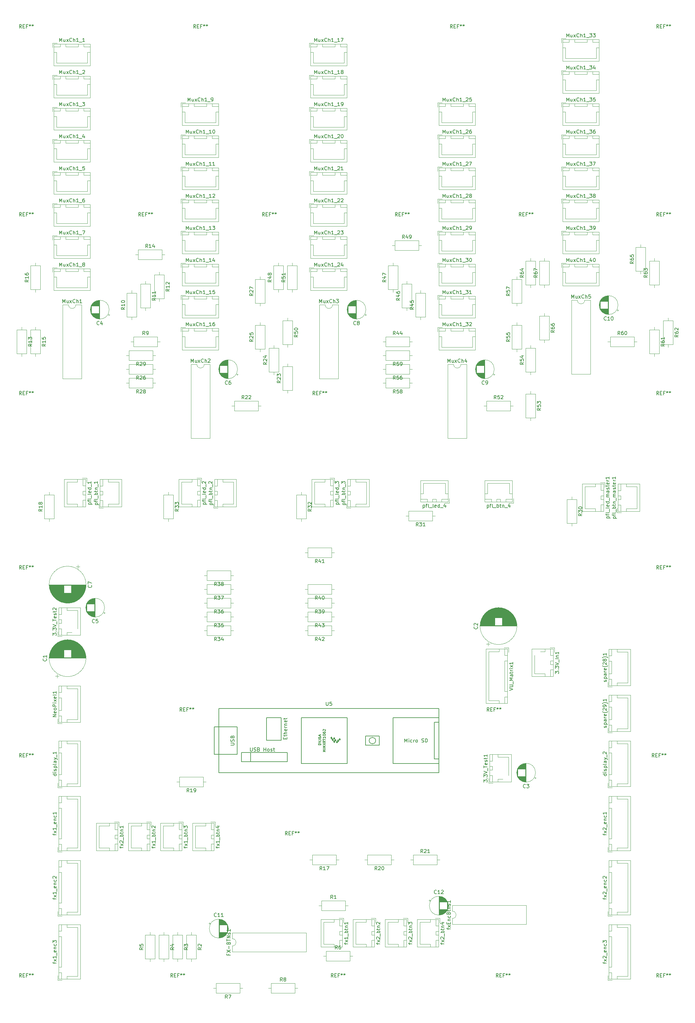
<source format=gbr>
%TF.GenerationSoftware,KiCad,Pcbnew,5.1.9*%
%TF.CreationDate,2021-03-03T15:04:46+01:00*%
%TF.ProjectId,mixer.pcb,6d697865-722e-4706-9362-2e6b69636164,0.2*%
%TF.SameCoordinates,Original*%
%TF.FileFunction,Legend,Top*%
%TF.FilePolarity,Positive*%
%FSLAX46Y46*%
G04 Gerber Fmt 4.6, Leading zero omitted, Abs format (unit mm)*
G04 Created by KiCad (PCBNEW 5.1.9) date 2021-03-03 15:04:46*
%MOMM*%
%LPD*%
G01*
G04 APERTURE LIST*
%ADD10C,0.120000*%
%ADD11C,0.100000*%
%ADD12C,0.150000*%
G04 APERTURE END LIST*
D10*
%TO.C,R2*%
X63600000Y-264700000D02*
X60860000Y-264700000D01*
X60860000Y-264700000D02*
X60860000Y-271240000D01*
X60860000Y-271240000D02*
X63600000Y-271240000D01*
X63600000Y-271240000D02*
X63600000Y-264700000D01*
X62230000Y-263930000D02*
X62230000Y-264700000D01*
X62230000Y-272010000D02*
X62230000Y-271240000D01*
%TO.C,R13*%
X16610000Y-97060000D02*
X13870000Y-97060000D01*
X13870000Y-97060000D02*
X13870000Y-103600000D01*
X13870000Y-103600000D02*
X16610000Y-103600000D01*
X16610000Y-103600000D02*
X16610000Y-97060000D01*
X15240000Y-96290000D02*
X15240000Y-97060000D01*
X15240000Y-104370000D02*
X15240000Y-103600000D01*
%TO.C,FX-BTNs1*%
X73600000Y-267700000D02*
X73600000Y-269350000D01*
X73600000Y-269350000D02*
X94040000Y-269350000D01*
X94040000Y-269350000D02*
X94040000Y-264050000D01*
X94040000Y-264050000D02*
X73600000Y-264050000D01*
X73600000Y-264050000D02*
X73600000Y-265700000D01*
X73600000Y-265700000D02*
G75*
G02*
X73600000Y-267700000I0J-1000000D01*
G01*
%TO.C,fx1_enc2*%
X25480000Y-259100000D02*
X31450000Y-259100000D01*
X31450000Y-259100000D02*
X31450000Y-243980000D01*
X31450000Y-243980000D02*
X25480000Y-243980000D01*
X25480000Y-243980000D02*
X25480000Y-259100000D01*
X25490000Y-255790000D02*
X26240000Y-255790000D01*
X26240000Y-255790000D02*
X26240000Y-247290000D01*
X26240000Y-247290000D02*
X25490000Y-247290000D01*
X25490000Y-247290000D02*
X25490000Y-255790000D01*
X25490000Y-259090000D02*
X26240000Y-259090000D01*
X26240000Y-259090000D02*
X26240000Y-257290000D01*
X26240000Y-257290000D02*
X25490000Y-257290000D01*
X25490000Y-257290000D02*
X25490000Y-259090000D01*
X25490000Y-245790000D02*
X26240000Y-245790000D01*
X26240000Y-245790000D02*
X26240000Y-243990000D01*
X26240000Y-243990000D02*
X25490000Y-243990000D01*
X25490000Y-243990000D02*
X25490000Y-245790000D01*
X27740000Y-259090000D02*
X27740000Y-258340000D01*
X27740000Y-258340000D02*
X30690000Y-258340000D01*
X30690000Y-258340000D02*
X30690000Y-251540000D01*
X27740000Y-243990000D02*
X27740000Y-244740000D01*
X27740000Y-244740000D02*
X30690000Y-244740000D01*
X30690000Y-244740000D02*
X30690000Y-251540000D01*
X25190000Y-258140000D02*
X25190000Y-259390000D01*
X25190000Y-259390000D02*
X26440000Y-259390000D01*
%TO.C,MuxCh1_4*%
X24110000Y-44530000D02*
X24110000Y-50500000D01*
X24110000Y-50500000D02*
X34230000Y-50500000D01*
X34230000Y-50500000D02*
X34230000Y-44530000D01*
X34230000Y-44530000D02*
X24110000Y-44530000D01*
X27420000Y-44540000D02*
X27420000Y-45290000D01*
X27420000Y-45290000D02*
X30920000Y-45290000D01*
X30920000Y-45290000D02*
X30920000Y-44540000D01*
X30920000Y-44540000D02*
X27420000Y-44540000D01*
X24120000Y-44540000D02*
X24120000Y-45290000D01*
X24120000Y-45290000D02*
X25920000Y-45290000D01*
X25920000Y-45290000D02*
X25920000Y-44540000D01*
X25920000Y-44540000D02*
X24120000Y-44540000D01*
X32420000Y-44540000D02*
X32420000Y-45290000D01*
X32420000Y-45290000D02*
X34220000Y-45290000D01*
X34220000Y-45290000D02*
X34220000Y-44540000D01*
X34220000Y-44540000D02*
X32420000Y-44540000D01*
X24120000Y-46790000D02*
X24870000Y-46790000D01*
X24870000Y-46790000D02*
X24870000Y-49740000D01*
X24870000Y-49740000D02*
X29170000Y-49740000D01*
X34220000Y-46790000D02*
X33470000Y-46790000D01*
X33470000Y-46790000D02*
X33470000Y-49740000D01*
X33470000Y-49740000D02*
X29170000Y-49740000D01*
X25070000Y-44240000D02*
X23820000Y-44240000D01*
X23820000Y-44240000D02*
X23820000Y-45490000D01*
%TO.C,MuxCh1_5*%
X24110000Y-53420000D02*
X24110000Y-59390000D01*
X24110000Y-59390000D02*
X34230000Y-59390000D01*
X34230000Y-59390000D02*
X34230000Y-53420000D01*
X34230000Y-53420000D02*
X24110000Y-53420000D01*
X27420000Y-53430000D02*
X27420000Y-54180000D01*
X27420000Y-54180000D02*
X30920000Y-54180000D01*
X30920000Y-54180000D02*
X30920000Y-53430000D01*
X30920000Y-53430000D02*
X27420000Y-53430000D01*
X24120000Y-53430000D02*
X24120000Y-54180000D01*
X24120000Y-54180000D02*
X25920000Y-54180000D01*
X25920000Y-54180000D02*
X25920000Y-53430000D01*
X25920000Y-53430000D02*
X24120000Y-53430000D01*
X32420000Y-53430000D02*
X32420000Y-54180000D01*
X32420000Y-54180000D02*
X34220000Y-54180000D01*
X34220000Y-54180000D02*
X34220000Y-53430000D01*
X34220000Y-53430000D02*
X32420000Y-53430000D01*
X24120000Y-55680000D02*
X24870000Y-55680000D01*
X24870000Y-55680000D02*
X24870000Y-58630000D01*
X24870000Y-58630000D02*
X29170000Y-58630000D01*
X34220000Y-55680000D02*
X33470000Y-55680000D01*
X33470000Y-55680000D02*
X33470000Y-58630000D01*
X33470000Y-58630000D02*
X29170000Y-58630000D01*
X25070000Y-53130000D02*
X23820000Y-53130000D01*
X23820000Y-53130000D02*
X23820000Y-54380000D01*
%TO.C,MuxCh1_2*%
X23820000Y-26460000D02*
X23820000Y-27710000D01*
X25070000Y-26460000D02*
X23820000Y-26460000D01*
X33470000Y-31960000D02*
X29170000Y-31960000D01*
X33470000Y-29010000D02*
X33470000Y-31960000D01*
X34220000Y-29010000D02*
X33470000Y-29010000D01*
X24870000Y-31960000D02*
X29170000Y-31960000D01*
X24870000Y-29010000D02*
X24870000Y-31960000D01*
X24120000Y-29010000D02*
X24870000Y-29010000D01*
X34220000Y-26760000D02*
X32420000Y-26760000D01*
X34220000Y-27510000D02*
X34220000Y-26760000D01*
X32420000Y-27510000D02*
X34220000Y-27510000D01*
X32420000Y-26760000D02*
X32420000Y-27510000D01*
X25920000Y-26760000D02*
X24120000Y-26760000D01*
X25920000Y-27510000D02*
X25920000Y-26760000D01*
X24120000Y-27510000D02*
X25920000Y-27510000D01*
X24120000Y-26760000D02*
X24120000Y-27510000D01*
X30920000Y-26760000D02*
X27420000Y-26760000D01*
X30920000Y-27510000D02*
X30920000Y-26760000D01*
X27420000Y-27510000D02*
X30920000Y-27510000D01*
X27420000Y-26760000D02*
X27420000Y-27510000D01*
X34230000Y-26750000D02*
X24110000Y-26750000D01*
X34230000Y-32720000D02*
X34230000Y-26750000D01*
X24110000Y-32720000D02*
X34230000Y-32720000D01*
X24110000Y-26750000D02*
X24110000Y-32720000D01*
%TO.C,MuxCh1*%
X31860000Y-90110000D02*
X30210000Y-90110000D01*
X31860000Y-110550000D02*
X31860000Y-90110000D01*
X26560000Y-110550000D02*
X31860000Y-110550000D01*
X26560000Y-90110000D02*
X26560000Y-110550000D01*
X28210000Y-90110000D02*
X26560000Y-90110000D01*
X30210000Y-90110000D02*
G75*
G02*
X28210000Y-90110000I-1000000J0D01*
G01*
%TO.C,MuxCh1_3*%
X24110000Y-35640000D02*
X24110000Y-41610000D01*
X24110000Y-41610000D02*
X34230000Y-41610000D01*
X34230000Y-41610000D02*
X34230000Y-35640000D01*
X34230000Y-35640000D02*
X24110000Y-35640000D01*
X27420000Y-35650000D02*
X27420000Y-36400000D01*
X27420000Y-36400000D02*
X30920000Y-36400000D01*
X30920000Y-36400000D02*
X30920000Y-35650000D01*
X30920000Y-35650000D02*
X27420000Y-35650000D01*
X24120000Y-35650000D02*
X24120000Y-36400000D01*
X24120000Y-36400000D02*
X25920000Y-36400000D01*
X25920000Y-36400000D02*
X25920000Y-35650000D01*
X25920000Y-35650000D02*
X24120000Y-35650000D01*
X32420000Y-35650000D02*
X32420000Y-36400000D01*
X32420000Y-36400000D02*
X34220000Y-36400000D01*
X34220000Y-36400000D02*
X34220000Y-35650000D01*
X34220000Y-35650000D02*
X32420000Y-35650000D01*
X24120000Y-37900000D02*
X24870000Y-37900000D01*
X24870000Y-37900000D02*
X24870000Y-40850000D01*
X24870000Y-40850000D02*
X29170000Y-40850000D01*
X34220000Y-37900000D02*
X33470000Y-37900000D01*
X33470000Y-37900000D02*
X33470000Y-40850000D01*
X33470000Y-40850000D02*
X29170000Y-40850000D01*
X25070000Y-35350000D02*
X23820000Y-35350000D01*
X23820000Y-35350000D02*
X23820000Y-36600000D01*
%TO.C,MuxCh1_6*%
X23820000Y-62020000D02*
X23820000Y-63270000D01*
X25070000Y-62020000D02*
X23820000Y-62020000D01*
X33470000Y-67520000D02*
X29170000Y-67520000D01*
X33470000Y-64570000D02*
X33470000Y-67520000D01*
X34220000Y-64570000D02*
X33470000Y-64570000D01*
X24870000Y-67520000D02*
X29170000Y-67520000D01*
X24870000Y-64570000D02*
X24870000Y-67520000D01*
X24120000Y-64570000D02*
X24870000Y-64570000D01*
X34220000Y-62320000D02*
X32420000Y-62320000D01*
X34220000Y-63070000D02*
X34220000Y-62320000D01*
X32420000Y-63070000D02*
X34220000Y-63070000D01*
X32420000Y-62320000D02*
X32420000Y-63070000D01*
X25920000Y-62320000D02*
X24120000Y-62320000D01*
X25920000Y-63070000D02*
X25920000Y-62320000D01*
X24120000Y-63070000D02*
X25920000Y-63070000D01*
X24120000Y-62320000D02*
X24120000Y-63070000D01*
X30920000Y-62320000D02*
X27420000Y-62320000D01*
X30920000Y-63070000D02*
X30920000Y-62320000D01*
X27420000Y-63070000D02*
X30920000Y-63070000D01*
X27420000Y-62320000D02*
X27420000Y-63070000D01*
X34230000Y-62310000D02*
X24110000Y-62310000D01*
X34230000Y-68280000D02*
X34230000Y-62310000D01*
X24110000Y-68280000D02*
X34230000Y-68280000D01*
X24110000Y-62310000D02*
X24110000Y-68280000D01*
%TO.C,MuxCh1_7*%
X23820000Y-70910000D02*
X23820000Y-72160000D01*
X25070000Y-70910000D02*
X23820000Y-70910000D01*
X33470000Y-76410000D02*
X29170000Y-76410000D01*
X33470000Y-73460000D02*
X33470000Y-76410000D01*
X34220000Y-73460000D02*
X33470000Y-73460000D01*
X24870000Y-76410000D02*
X29170000Y-76410000D01*
X24870000Y-73460000D02*
X24870000Y-76410000D01*
X24120000Y-73460000D02*
X24870000Y-73460000D01*
X34220000Y-71210000D02*
X32420000Y-71210000D01*
X34220000Y-71960000D02*
X34220000Y-71210000D01*
X32420000Y-71960000D02*
X34220000Y-71960000D01*
X32420000Y-71210000D02*
X32420000Y-71960000D01*
X25920000Y-71210000D02*
X24120000Y-71210000D01*
X25920000Y-71960000D02*
X25920000Y-71210000D01*
X24120000Y-71960000D02*
X25920000Y-71960000D01*
X24120000Y-71210000D02*
X24120000Y-71960000D01*
X30920000Y-71210000D02*
X27420000Y-71210000D01*
X30920000Y-71960000D02*
X30920000Y-71210000D01*
X27420000Y-71960000D02*
X30920000Y-71960000D01*
X27420000Y-71210000D02*
X27420000Y-71960000D01*
X34230000Y-71200000D02*
X24110000Y-71200000D01*
X34230000Y-77170000D02*
X34230000Y-71200000D01*
X24110000Y-77170000D02*
X34230000Y-77170000D01*
X24110000Y-71200000D02*
X24110000Y-77170000D01*
%TO.C,MuxCh1_8*%
X24110000Y-80090000D02*
X24110000Y-86060000D01*
X24110000Y-86060000D02*
X34230000Y-86060000D01*
X34230000Y-86060000D02*
X34230000Y-80090000D01*
X34230000Y-80090000D02*
X24110000Y-80090000D01*
X27420000Y-80100000D02*
X27420000Y-80850000D01*
X27420000Y-80850000D02*
X30920000Y-80850000D01*
X30920000Y-80850000D02*
X30920000Y-80100000D01*
X30920000Y-80100000D02*
X27420000Y-80100000D01*
X24120000Y-80100000D02*
X24120000Y-80850000D01*
X24120000Y-80850000D02*
X25920000Y-80850000D01*
X25920000Y-80850000D02*
X25920000Y-80100000D01*
X25920000Y-80100000D02*
X24120000Y-80100000D01*
X32420000Y-80100000D02*
X32420000Y-80850000D01*
X32420000Y-80850000D02*
X34220000Y-80850000D01*
X34220000Y-80850000D02*
X34220000Y-80100000D01*
X34220000Y-80100000D02*
X32420000Y-80100000D01*
X24120000Y-82350000D02*
X24870000Y-82350000D01*
X24870000Y-82350000D02*
X24870000Y-85300000D01*
X24870000Y-85300000D02*
X29170000Y-85300000D01*
X34220000Y-82350000D02*
X33470000Y-82350000D01*
X33470000Y-82350000D02*
X33470000Y-85300000D01*
X33470000Y-85300000D02*
X29170000Y-85300000D01*
X25070000Y-79800000D02*
X23820000Y-79800000D01*
X23820000Y-79800000D02*
X23820000Y-81050000D01*
%TO.C,MuxCh1_1*%
X24110000Y-17860000D02*
X24110000Y-23830000D01*
X24110000Y-23830000D02*
X34230000Y-23830000D01*
X34230000Y-23830000D02*
X34230000Y-17860000D01*
X34230000Y-17860000D02*
X24110000Y-17860000D01*
X27420000Y-17870000D02*
X27420000Y-18620000D01*
X27420000Y-18620000D02*
X30920000Y-18620000D01*
X30920000Y-18620000D02*
X30920000Y-17870000D01*
X30920000Y-17870000D02*
X27420000Y-17870000D01*
X24120000Y-17870000D02*
X24120000Y-18620000D01*
X24120000Y-18620000D02*
X25920000Y-18620000D01*
X25920000Y-18620000D02*
X25920000Y-17870000D01*
X25920000Y-17870000D02*
X24120000Y-17870000D01*
X32420000Y-17870000D02*
X32420000Y-18620000D01*
X32420000Y-18620000D02*
X34220000Y-18620000D01*
X34220000Y-18620000D02*
X34220000Y-17870000D01*
X34220000Y-17870000D02*
X32420000Y-17870000D01*
X24120000Y-20120000D02*
X24870000Y-20120000D01*
X24870000Y-20120000D02*
X24870000Y-23070000D01*
X24870000Y-23070000D02*
X29170000Y-23070000D01*
X34220000Y-20120000D02*
X33470000Y-20120000D01*
X33470000Y-20120000D02*
X33470000Y-23070000D01*
X33470000Y-23070000D02*
X29170000Y-23070000D01*
X25070000Y-17570000D02*
X23820000Y-17570000D01*
X23820000Y-17570000D02*
X23820000Y-18820000D01*
%TO.C,NeoPixel1*%
X25190000Y-206050000D02*
X26440000Y-206050000D01*
X25190000Y-204800000D02*
X25190000Y-206050000D01*
X30690000Y-196400000D02*
X30690000Y-200700000D01*
X27740000Y-196400000D02*
X30690000Y-196400000D01*
X27740000Y-195650000D02*
X27740000Y-196400000D01*
X30690000Y-205000000D02*
X30690000Y-200700000D01*
X27740000Y-205000000D02*
X30690000Y-205000000D01*
X27740000Y-205750000D02*
X27740000Y-205000000D01*
X25490000Y-195650000D02*
X25490000Y-197450000D01*
X26240000Y-195650000D02*
X25490000Y-195650000D01*
X26240000Y-197450000D02*
X26240000Y-195650000D01*
X25490000Y-197450000D02*
X26240000Y-197450000D01*
X25490000Y-203950000D02*
X25490000Y-205750000D01*
X26240000Y-203950000D02*
X25490000Y-203950000D01*
X26240000Y-205750000D02*
X26240000Y-203950000D01*
X25490000Y-205750000D02*
X26240000Y-205750000D01*
X25490000Y-198950000D02*
X25490000Y-202450000D01*
X26240000Y-198950000D02*
X25490000Y-198950000D01*
X26240000Y-202450000D02*
X26240000Y-198950000D01*
X25490000Y-202450000D02*
X26240000Y-202450000D01*
X25480000Y-195640000D02*
X25480000Y-205760000D01*
X31450000Y-195640000D02*
X25480000Y-195640000D01*
X31450000Y-205760000D02*
X31450000Y-195640000D01*
X25480000Y-205760000D02*
X31450000Y-205760000D01*
%TO.C,VU_Matrix1*%
X149780000Y-185400000D02*
X143810000Y-185400000D01*
X143810000Y-185400000D02*
X143810000Y-200520000D01*
X143810000Y-200520000D02*
X149780000Y-200520000D01*
X149780000Y-200520000D02*
X149780000Y-185400000D01*
X149770000Y-188710000D02*
X149020000Y-188710000D01*
X149020000Y-188710000D02*
X149020000Y-197210000D01*
X149020000Y-197210000D02*
X149770000Y-197210000D01*
X149770000Y-197210000D02*
X149770000Y-188710000D01*
X149770000Y-185410000D02*
X149020000Y-185410000D01*
X149020000Y-185410000D02*
X149020000Y-187210000D01*
X149020000Y-187210000D02*
X149770000Y-187210000D01*
X149770000Y-187210000D02*
X149770000Y-185410000D01*
X149770000Y-198710000D02*
X149020000Y-198710000D01*
X149020000Y-198710000D02*
X149020000Y-200510000D01*
X149020000Y-200510000D02*
X149770000Y-200510000D01*
X149770000Y-200510000D02*
X149770000Y-198710000D01*
X147520000Y-185410000D02*
X147520000Y-186160000D01*
X147520000Y-186160000D02*
X144570000Y-186160000D01*
X144570000Y-186160000D02*
X144570000Y-192960000D01*
X147520000Y-200510000D02*
X147520000Y-199760000D01*
X147520000Y-199760000D02*
X144570000Y-199760000D01*
X144570000Y-199760000D02*
X144570000Y-192960000D01*
X150070000Y-186360000D02*
X150070000Y-185110000D01*
X150070000Y-185110000D02*
X148820000Y-185110000D01*
%TO.C,display_1*%
X25190000Y-223830000D02*
X26440000Y-223830000D01*
X25190000Y-222580000D02*
X25190000Y-223830000D01*
X30690000Y-211680000D02*
X30690000Y-217230000D01*
X27740000Y-211680000D02*
X30690000Y-211680000D01*
X27740000Y-210930000D02*
X27740000Y-211680000D01*
X30690000Y-222780000D02*
X30690000Y-217230000D01*
X27740000Y-222780000D02*
X30690000Y-222780000D01*
X27740000Y-223530000D02*
X27740000Y-222780000D01*
X25490000Y-210930000D02*
X25490000Y-212730000D01*
X26240000Y-210930000D02*
X25490000Y-210930000D01*
X26240000Y-212730000D02*
X26240000Y-210930000D01*
X25490000Y-212730000D02*
X26240000Y-212730000D01*
X25490000Y-221730000D02*
X25490000Y-223530000D01*
X26240000Y-221730000D02*
X25490000Y-221730000D01*
X26240000Y-223530000D02*
X26240000Y-221730000D01*
X25490000Y-223530000D02*
X26240000Y-223530000D01*
X25490000Y-214230000D02*
X25490000Y-220230000D01*
X26240000Y-214230000D02*
X25490000Y-214230000D01*
X26240000Y-220230000D02*
X26240000Y-214230000D01*
X25490000Y-220230000D02*
X26240000Y-220230000D01*
X25480000Y-210920000D02*
X25480000Y-223540000D01*
X31450000Y-210920000D02*
X25480000Y-210920000D01*
X31450000Y-223540000D02*
X31450000Y-210920000D01*
X25480000Y-223540000D02*
X31450000Y-223540000D01*
%TO.C,display_2*%
X177880000Y-223540000D02*
X183850000Y-223540000D01*
X183850000Y-223540000D02*
X183850000Y-210920000D01*
X183850000Y-210920000D02*
X177880000Y-210920000D01*
X177880000Y-210920000D02*
X177880000Y-223540000D01*
X177890000Y-220230000D02*
X178640000Y-220230000D01*
X178640000Y-220230000D02*
X178640000Y-214230000D01*
X178640000Y-214230000D02*
X177890000Y-214230000D01*
X177890000Y-214230000D02*
X177890000Y-220230000D01*
X177890000Y-223530000D02*
X178640000Y-223530000D01*
X178640000Y-223530000D02*
X178640000Y-221730000D01*
X178640000Y-221730000D02*
X177890000Y-221730000D01*
X177890000Y-221730000D02*
X177890000Y-223530000D01*
X177890000Y-212730000D02*
X178640000Y-212730000D01*
X178640000Y-212730000D02*
X178640000Y-210930000D01*
X178640000Y-210930000D02*
X177890000Y-210930000D01*
X177890000Y-210930000D02*
X177890000Y-212730000D01*
X180140000Y-223530000D02*
X180140000Y-222780000D01*
X180140000Y-222780000D02*
X183090000Y-222780000D01*
X183090000Y-222780000D02*
X183090000Y-217230000D01*
X180140000Y-210930000D02*
X180140000Y-211680000D01*
X180140000Y-211680000D02*
X183090000Y-211680000D01*
X183090000Y-211680000D02*
X183090000Y-217230000D01*
X177590000Y-222580000D02*
X177590000Y-223830000D01*
X177590000Y-223830000D02*
X178840000Y-223830000D01*
%TO.C,fx1_btn1*%
X104350000Y-260040000D02*
X103100000Y-260040000D01*
X104350000Y-261290000D02*
X104350000Y-260040000D01*
X98850000Y-267190000D02*
X98850000Y-264140000D01*
X101800000Y-267190000D02*
X98850000Y-267190000D01*
X101800000Y-267940000D02*
X101800000Y-267190000D01*
X98850000Y-261090000D02*
X98850000Y-264140000D01*
X101800000Y-261090000D02*
X98850000Y-261090000D01*
X101800000Y-260340000D02*
X101800000Y-261090000D01*
X104050000Y-267940000D02*
X104050000Y-266140000D01*
X103300000Y-267940000D02*
X104050000Y-267940000D01*
X103300000Y-266140000D02*
X103300000Y-267940000D01*
X104050000Y-266140000D02*
X103300000Y-266140000D01*
X104050000Y-262140000D02*
X104050000Y-260340000D01*
X103300000Y-262140000D02*
X104050000Y-262140000D01*
X103300000Y-260340000D02*
X103300000Y-262140000D01*
X104050000Y-260340000D02*
X103300000Y-260340000D01*
X104050000Y-264640000D02*
X104050000Y-263640000D01*
X103300000Y-264640000D02*
X104050000Y-264640000D01*
X103300000Y-263640000D02*
X103300000Y-264640000D01*
X104050000Y-263640000D02*
X103300000Y-263640000D01*
X104060000Y-267950000D02*
X104060000Y-260330000D01*
X98090000Y-267950000D02*
X104060000Y-267950000D01*
X98090000Y-260330000D02*
X98090000Y-267950000D01*
X104060000Y-260330000D02*
X98090000Y-260330000D01*
%TO.C,fx1_btn2*%
X50720000Y-233660000D02*
X44750000Y-233660000D01*
X44750000Y-233660000D02*
X44750000Y-241280000D01*
X44750000Y-241280000D02*
X50720000Y-241280000D01*
X50720000Y-241280000D02*
X50720000Y-233660000D01*
X50710000Y-236970000D02*
X49960000Y-236970000D01*
X49960000Y-236970000D02*
X49960000Y-237970000D01*
X49960000Y-237970000D02*
X50710000Y-237970000D01*
X50710000Y-237970000D02*
X50710000Y-236970000D01*
X50710000Y-233670000D02*
X49960000Y-233670000D01*
X49960000Y-233670000D02*
X49960000Y-235470000D01*
X49960000Y-235470000D02*
X50710000Y-235470000D01*
X50710000Y-235470000D02*
X50710000Y-233670000D01*
X50710000Y-239470000D02*
X49960000Y-239470000D01*
X49960000Y-239470000D02*
X49960000Y-241270000D01*
X49960000Y-241270000D02*
X50710000Y-241270000D01*
X50710000Y-241270000D02*
X50710000Y-239470000D01*
X48460000Y-233670000D02*
X48460000Y-234420000D01*
X48460000Y-234420000D02*
X45510000Y-234420000D01*
X45510000Y-234420000D02*
X45510000Y-237470000D01*
X48460000Y-241270000D02*
X48460000Y-240520000D01*
X48460000Y-240520000D02*
X45510000Y-240520000D01*
X45510000Y-240520000D02*
X45510000Y-237470000D01*
X51010000Y-234620000D02*
X51010000Y-233370000D01*
X51010000Y-233370000D02*
X49760000Y-233370000D01*
%TO.C,fx1_btn3*%
X59610000Y-233660000D02*
X53640000Y-233660000D01*
X53640000Y-233660000D02*
X53640000Y-241280000D01*
X53640000Y-241280000D02*
X59610000Y-241280000D01*
X59610000Y-241280000D02*
X59610000Y-233660000D01*
X59600000Y-236970000D02*
X58850000Y-236970000D01*
X58850000Y-236970000D02*
X58850000Y-237970000D01*
X58850000Y-237970000D02*
X59600000Y-237970000D01*
X59600000Y-237970000D02*
X59600000Y-236970000D01*
X59600000Y-233670000D02*
X58850000Y-233670000D01*
X58850000Y-233670000D02*
X58850000Y-235470000D01*
X58850000Y-235470000D02*
X59600000Y-235470000D01*
X59600000Y-235470000D02*
X59600000Y-233670000D01*
X59600000Y-239470000D02*
X58850000Y-239470000D01*
X58850000Y-239470000D02*
X58850000Y-241270000D01*
X58850000Y-241270000D02*
X59600000Y-241270000D01*
X59600000Y-241270000D02*
X59600000Y-239470000D01*
X57350000Y-233670000D02*
X57350000Y-234420000D01*
X57350000Y-234420000D02*
X54400000Y-234420000D01*
X54400000Y-234420000D02*
X54400000Y-237470000D01*
X57350000Y-241270000D02*
X57350000Y-240520000D01*
X57350000Y-240520000D02*
X54400000Y-240520000D01*
X54400000Y-240520000D02*
X54400000Y-237470000D01*
X59900000Y-234620000D02*
X59900000Y-233370000D01*
X59900000Y-233370000D02*
X58650000Y-233370000D01*
%TO.C,fx1_btn4*%
X68790000Y-233370000D02*
X67540000Y-233370000D01*
X68790000Y-234620000D02*
X68790000Y-233370000D01*
X63290000Y-240520000D02*
X63290000Y-237470000D01*
X66240000Y-240520000D02*
X63290000Y-240520000D01*
X66240000Y-241270000D02*
X66240000Y-240520000D01*
X63290000Y-234420000D02*
X63290000Y-237470000D01*
X66240000Y-234420000D02*
X63290000Y-234420000D01*
X66240000Y-233670000D02*
X66240000Y-234420000D01*
X68490000Y-241270000D02*
X68490000Y-239470000D01*
X67740000Y-241270000D02*
X68490000Y-241270000D01*
X67740000Y-239470000D02*
X67740000Y-241270000D01*
X68490000Y-239470000D02*
X67740000Y-239470000D01*
X68490000Y-235470000D02*
X68490000Y-233670000D01*
X67740000Y-235470000D02*
X68490000Y-235470000D01*
X67740000Y-233670000D02*
X67740000Y-235470000D01*
X68490000Y-233670000D02*
X67740000Y-233670000D01*
X68490000Y-237970000D02*
X68490000Y-236970000D01*
X67740000Y-237970000D02*
X68490000Y-237970000D01*
X67740000Y-236970000D02*
X67740000Y-237970000D01*
X68490000Y-236970000D02*
X67740000Y-236970000D01*
X68500000Y-241280000D02*
X68500000Y-233660000D01*
X62530000Y-241280000D02*
X68500000Y-241280000D01*
X62530000Y-233660000D02*
X62530000Y-241280000D01*
X68500000Y-233660000D02*
X62530000Y-233660000D01*
%TO.C,fx1_enc1*%
X25480000Y-241320000D02*
X31450000Y-241320000D01*
X31450000Y-241320000D02*
X31450000Y-226200000D01*
X31450000Y-226200000D02*
X25480000Y-226200000D01*
X25480000Y-226200000D02*
X25480000Y-241320000D01*
X25490000Y-238010000D02*
X26240000Y-238010000D01*
X26240000Y-238010000D02*
X26240000Y-229510000D01*
X26240000Y-229510000D02*
X25490000Y-229510000D01*
X25490000Y-229510000D02*
X25490000Y-238010000D01*
X25490000Y-241310000D02*
X26240000Y-241310000D01*
X26240000Y-241310000D02*
X26240000Y-239510000D01*
X26240000Y-239510000D02*
X25490000Y-239510000D01*
X25490000Y-239510000D02*
X25490000Y-241310000D01*
X25490000Y-228010000D02*
X26240000Y-228010000D01*
X26240000Y-228010000D02*
X26240000Y-226210000D01*
X26240000Y-226210000D02*
X25490000Y-226210000D01*
X25490000Y-226210000D02*
X25490000Y-228010000D01*
X27740000Y-241310000D02*
X27740000Y-240560000D01*
X27740000Y-240560000D02*
X30690000Y-240560000D01*
X30690000Y-240560000D02*
X30690000Y-233760000D01*
X27740000Y-226210000D02*
X27740000Y-226960000D01*
X27740000Y-226960000D02*
X30690000Y-226960000D01*
X30690000Y-226960000D02*
X30690000Y-233760000D01*
X25190000Y-240360000D02*
X25190000Y-241610000D01*
X25190000Y-241610000D02*
X26440000Y-241610000D01*
%TO.C,fx1_enc3*%
X25480000Y-276880000D02*
X31450000Y-276880000D01*
X31450000Y-276880000D02*
X31450000Y-261760000D01*
X31450000Y-261760000D02*
X25480000Y-261760000D01*
X25480000Y-261760000D02*
X25480000Y-276880000D01*
X25490000Y-273570000D02*
X26240000Y-273570000D01*
X26240000Y-273570000D02*
X26240000Y-265070000D01*
X26240000Y-265070000D02*
X25490000Y-265070000D01*
X25490000Y-265070000D02*
X25490000Y-273570000D01*
X25490000Y-276870000D02*
X26240000Y-276870000D01*
X26240000Y-276870000D02*
X26240000Y-275070000D01*
X26240000Y-275070000D02*
X25490000Y-275070000D01*
X25490000Y-275070000D02*
X25490000Y-276870000D01*
X25490000Y-263570000D02*
X26240000Y-263570000D01*
X26240000Y-263570000D02*
X26240000Y-261770000D01*
X26240000Y-261770000D02*
X25490000Y-261770000D01*
X25490000Y-261770000D02*
X25490000Y-263570000D01*
X27740000Y-276870000D02*
X27740000Y-276120000D01*
X27740000Y-276120000D02*
X30690000Y-276120000D01*
X30690000Y-276120000D02*
X30690000Y-269320000D01*
X27740000Y-261770000D02*
X27740000Y-262520000D01*
X27740000Y-262520000D02*
X30690000Y-262520000D01*
X30690000Y-262520000D02*
X30690000Y-269320000D01*
X25190000Y-275920000D02*
X25190000Y-277170000D01*
X25190000Y-277170000D02*
X26440000Y-277170000D01*
%TO.C,fx2_btn1*%
X41830000Y-233660000D02*
X35860000Y-233660000D01*
X35860000Y-233660000D02*
X35860000Y-241280000D01*
X35860000Y-241280000D02*
X41830000Y-241280000D01*
X41830000Y-241280000D02*
X41830000Y-233660000D01*
X41820000Y-236970000D02*
X41070000Y-236970000D01*
X41070000Y-236970000D02*
X41070000Y-237970000D01*
X41070000Y-237970000D02*
X41820000Y-237970000D01*
X41820000Y-237970000D02*
X41820000Y-236970000D01*
X41820000Y-233670000D02*
X41070000Y-233670000D01*
X41070000Y-233670000D02*
X41070000Y-235470000D01*
X41070000Y-235470000D02*
X41820000Y-235470000D01*
X41820000Y-235470000D02*
X41820000Y-233670000D01*
X41820000Y-239470000D02*
X41070000Y-239470000D01*
X41070000Y-239470000D02*
X41070000Y-241270000D01*
X41070000Y-241270000D02*
X41820000Y-241270000D01*
X41820000Y-241270000D02*
X41820000Y-239470000D01*
X39570000Y-233670000D02*
X39570000Y-234420000D01*
X39570000Y-234420000D02*
X36620000Y-234420000D01*
X36620000Y-234420000D02*
X36620000Y-237470000D01*
X39570000Y-241270000D02*
X39570000Y-240520000D01*
X39570000Y-240520000D02*
X36620000Y-240520000D01*
X36620000Y-240520000D02*
X36620000Y-237470000D01*
X42120000Y-234620000D02*
X42120000Y-233370000D01*
X42120000Y-233370000D02*
X40870000Y-233370000D01*
%TO.C,fx2_btn2*%
X113240000Y-260040000D02*
X111990000Y-260040000D01*
X113240000Y-261290000D02*
X113240000Y-260040000D01*
X107740000Y-267190000D02*
X107740000Y-264140000D01*
X110690000Y-267190000D02*
X107740000Y-267190000D01*
X110690000Y-267940000D02*
X110690000Y-267190000D01*
X107740000Y-261090000D02*
X107740000Y-264140000D01*
X110690000Y-261090000D02*
X107740000Y-261090000D01*
X110690000Y-260340000D02*
X110690000Y-261090000D01*
X112940000Y-267940000D02*
X112940000Y-266140000D01*
X112190000Y-267940000D02*
X112940000Y-267940000D01*
X112190000Y-266140000D02*
X112190000Y-267940000D01*
X112940000Y-266140000D02*
X112190000Y-266140000D01*
X112940000Y-262140000D02*
X112940000Y-260340000D01*
X112190000Y-262140000D02*
X112940000Y-262140000D01*
X112190000Y-260340000D02*
X112190000Y-262140000D01*
X112940000Y-260340000D02*
X112190000Y-260340000D01*
X112940000Y-264640000D02*
X112940000Y-263640000D01*
X112190000Y-264640000D02*
X112940000Y-264640000D01*
X112190000Y-263640000D02*
X112190000Y-264640000D01*
X112940000Y-263640000D02*
X112190000Y-263640000D01*
X112950000Y-267950000D02*
X112950000Y-260330000D01*
X106980000Y-267950000D02*
X112950000Y-267950000D01*
X106980000Y-260330000D02*
X106980000Y-267950000D01*
X112950000Y-260330000D02*
X106980000Y-260330000D01*
%TO.C,fx2_btn3*%
X121840000Y-260330000D02*
X115870000Y-260330000D01*
X115870000Y-260330000D02*
X115870000Y-267950000D01*
X115870000Y-267950000D02*
X121840000Y-267950000D01*
X121840000Y-267950000D02*
X121840000Y-260330000D01*
X121830000Y-263640000D02*
X121080000Y-263640000D01*
X121080000Y-263640000D02*
X121080000Y-264640000D01*
X121080000Y-264640000D02*
X121830000Y-264640000D01*
X121830000Y-264640000D02*
X121830000Y-263640000D01*
X121830000Y-260340000D02*
X121080000Y-260340000D01*
X121080000Y-260340000D02*
X121080000Y-262140000D01*
X121080000Y-262140000D02*
X121830000Y-262140000D01*
X121830000Y-262140000D02*
X121830000Y-260340000D01*
X121830000Y-266140000D02*
X121080000Y-266140000D01*
X121080000Y-266140000D02*
X121080000Y-267940000D01*
X121080000Y-267940000D02*
X121830000Y-267940000D01*
X121830000Y-267940000D02*
X121830000Y-266140000D01*
X119580000Y-260340000D02*
X119580000Y-261090000D01*
X119580000Y-261090000D02*
X116630000Y-261090000D01*
X116630000Y-261090000D02*
X116630000Y-264140000D01*
X119580000Y-267940000D02*
X119580000Y-267190000D01*
X119580000Y-267190000D02*
X116630000Y-267190000D01*
X116630000Y-267190000D02*
X116630000Y-264140000D01*
X122130000Y-261290000D02*
X122130000Y-260040000D01*
X122130000Y-260040000D02*
X120880000Y-260040000D01*
%TO.C,fx2_btn4*%
X131020000Y-260040000D02*
X129770000Y-260040000D01*
X131020000Y-261290000D02*
X131020000Y-260040000D01*
X125520000Y-267190000D02*
X125520000Y-264140000D01*
X128470000Y-267190000D02*
X125520000Y-267190000D01*
X128470000Y-267940000D02*
X128470000Y-267190000D01*
X125520000Y-261090000D02*
X125520000Y-264140000D01*
X128470000Y-261090000D02*
X125520000Y-261090000D01*
X128470000Y-260340000D02*
X128470000Y-261090000D01*
X130720000Y-267940000D02*
X130720000Y-266140000D01*
X129970000Y-267940000D02*
X130720000Y-267940000D01*
X129970000Y-266140000D02*
X129970000Y-267940000D01*
X130720000Y-266140000D02*
X129970000Y-266140000D01*
X130720000Y-262140000D02*
X130720000Y-260340000D01*
X129970000Y-262140000D02*
X130720000Y-262140000D01*
X129970000Y-260340000D02*
X129970000Y-262140000D01*
X130720000Y-260340000D02*
X129970000Y-260340000D01*
X130720000Y-264640000D02*
X130720000Y-263640000D01*
X129970000Y-264640000D02*
X130720000Y-264640000D01*
X129970000Y-263640000D02*
X129970000Y-264640000D01*
X130720000Y-263640000D02*
X129970000Y-263640000D01*
X130730000Y-267950000D02*
X130730000Y-260330000D01*
X124760000Y-267950000D02*
X130730000Y-267950000D01*
X124760000Y-260330000D02*
X124760000Y-267950000D01*
X130730000Y-260330000D02*
X124760000Y-260330000D01*
%TO.C,fx2_enc1*%
X177590000Y-241610000D02*
X178840000Y-241610000D01*
X177590000Y-240360000D02*
X177590000Y-241610000D01*
X183090000Y-226960000D02*
X183090000Y-233760000D01*
X180140000Y-226960000D02*
X183090000Y-226960000D01*
X180140000Y-226210000D02*
X180140000Y-226960000D01*
X183090000Y-240560000D02*
X183090000Y-233760000D01*
X180140000Y-240560000D02*
X183090000Y-240560000D01*
X180140000Y-241310000D02*
X180140000Y-240560000D01*
X177890000Y-226210000D02*
X177890000Y-228010000D01*
X178640000Y-226210000D02*
X177890000Y-226210000D01*
X178640000Y-228010000D02*
X178640000Y-226210000D01*
X177890000Y-228010000D02*
X178640000Y-228010000D01*
X177890000Y-239510000D02*
X177890000Y-241310000D01*
X178640000Y-239510000D02*
X177890000Y-239510000D01*
X178640000Y-241310000D02*
X178640000Y-239510000D01*
X177890000Y-241310000D02*
X178640000Y-241310000D01*
X177890000Y-229510000D02*
X177890000Y-238010000D01*
X178640000Y-229510000D02*
X177890000Y-229510000D01*
X178640000Y-238010000D02*
X178640000Y-229510000D01*
X177890000Y-238010000D02*
X178640000Y-238010000D01*
X177880000Y-226200000D02*
X177880000Y-241320000D01*
X183850000Y-226200000D02*
X177880000Y-226200000D01*
X183850000Y-241320000D02*
X183850000Y-226200000D01*
X177880000Y-241320000D02*
X183850000Y-241320000D01*
%TO.C,fx2_enc2*%
X177880000Y-259100000D02*
X183850000Y-259100000D01*
X183850000Y-259100000D02*
X183850000Y-243980000D01*
X183850000Y-243980000D02*
X177880000Y-243980000D01*
X177880000Y-243980000D02*
X177880000Y-259100000D01*
X177890000Y-255790000D02*
X178640000Y-255790000D01*
X178640000Y-255790000D02*
X178640000Y-247290000D01*
X178640000Y-247290000D02*
X177890000Y-247290000D01*
X177890000Y-247290000D02*
X177890000Y-255790000D01*
X177890000Y-259090000D02*
X178640000Y-259090000D01*
X178640000Y-259090000D02*
X178640000Y-257290000D01*
X178640000Y-257290000D02*
X177890000Y-257290000D01*
X177890000Y-257290000D02*
X177890000Y-259090000D01*
X177890000Y-245790000D02*
X178640000Y-245790000D01*
X178640000Y-245790000D02*
X178640000Y-243990000D01*
X178640000Y-243990000D02*
X177890000Y-243990000D01*
X177890000Y-243990000D02*
X177890000Y-245790000D01*
X180140000Y-259090000D02*
X180140000Y-258340000D01*
X180140000Y-258340000D02*
X183090000Y-258340000D01*
X183090000Y-258340000D02*
X183090000Y-251540000D01*
X180140000Y-243990000D02*
X180140000Y-244740000D01*
X180140000Y-244740000D02*
X183090000Y-244740000D01*
X183090000Y-244740000D02*
X183090000Y-251540000D01*
X177590000Y-258140000D02*
X177590000Y-259390000D01*
X177590000Y-259390000D02*
X178840000Y-259390000D01*
%TO.C,fx2_enc3*%
X177590000Y-277170000D02*
X178840000Y-277170000D01*
X177590000Y-275920000D02*
X177590000Y-277170000D01*
X183090000Y-262520000D02*
X183090000Y-269320000D01*
X180140000Y-262520000D02*
X183090000Y-262520000D01*
X180140000Y-261770000D02*
X180140000Y-262520000D01*
X183090000Y-276120000D02*
X183090000Y-269320000D01*
X180140000Y-276120000D02*
X183090000Y-276120000D01*
X180140000Y-276870000D02*
X180140000Y-276120000D01*
X177890000Y-261770000D02*
X177890000Y-263570000D01*
X178640000Y-261770000D02*
X177890000Y-261770000D01*
X178640000Y-263570000D02*
X178640000Y-261770000D01*
X177890000Y-263570000D02*
X178640000Y-263570000D01*
X177890000Y-275070000D02*
X177890000Y-276870000D01*
X178640000Y-275070000D02*
X177890000Y-275070000D01*
X178640000Y-276870000D02*
X178640000Y-275070000D01*
X177890000Y-276870000D02*
X178640000Y-276870000D01*
X177890000Y-265070000D02*
X177890000Y-273570000D01*
X178640000Y-265070000D02*
X177890000Y-265070000D01*
X178640000Y-273570000D02*
X178640000Y-265070000D01*
X177890000Y-273570000D02*
X178640000Y-273570000D01*
X177880000Y-261760000D02*
X177880000Y-276880000D01*
X183850000Y-261760000D02*
X177880000Y-261760000D01*
X183850000Y-276880000D02*
X183850000Y-261760000D01*
X177880000Y-276880000D02*
X183850000Y-276880000D01*
%TO.C,fxEncBtns1*%
X134560000Y-256430000D02*
X134560000Y-258080000D01*
X155000000Y-256430000D02*
X134560000Y-256430000D01*
X155000000Y-261730000D02*
X155000000Y-256430000D01*
X134560000Y-261730000D02*
X155000000Y-261730000D01*
X134560000Y-260080000D02*
X134560000Y-261730000D01*
X134560000Y-258080000D02*
G75*
G02*
X134560000Y-260080000I0J-1000000D01*
G01*
%TO.C,pfl_btn_1*%
X36620000Y-146360000D02*
X37870000Y-146360000D01*
X36620000Y-145110000D02*
X36620000Y-146360000D01*
X42120000Y-139210000D02*
X42120000Y-142260000D01*
X39170000Y-139210000D02*
X42120000Y-139210000D01*
X39170000Y-138460000D02*
X39170000Y-139210000D01*
X42120000Y-145310000D02*
X42120000Y-142260000D01*
X39170000Y-145310000D02*
X42120000Y-145310000D01*
X39170000Y-146060000D02*
X39170000Y-145310000D01*
X36920000Y-138460000D02*
X36920000Y-140260000D01*
X37670000Y-138460000D02*
X36920000Y-138460000D01*
X37670000Y-140260000D02*
X37670000Y-138460000D01*
X36920000Y-140260000D02*
X37670000Y-140260000D01*
X36920000Y-144260000D02*
X36920000Y-146060000D01*
X37670000Y-144260000D02*
X36920000Y-144260000D01*
X37670000Y-146060000D02*
X37670000Y-144260000D01*
X36920000Y-146060000D02*
X37670000Y-146060000D01*
X36920000Y-141760000D02*
X36920000Y-142760000D01*
X37670000Y-141760000D02*
X36920000Y-141760000D01*
X37670000Y-142760000D02*
X37670000Y-141760000D01*
X36920000Y-142760000D02*
X37670000Y-142760000D01*
X36910000Y-138450000D02*
X36910000Y-146070000D01*
X42880000Y-138450000D02*
X36910000Y-138450000D01*
X42880000Y-146070000D02*
X42880000Y-138450000D01*
X36910000Y-146070000D02*
X42880000Y-146070000D01*
%TO.C,pfl_btn_2*%
X68660000Y-146070000D02*
X74630000Y-146070000D01*
X74630000Y-146070000D02*
X74630000Y-138450000D01*
X74630000Y-138450000D02*
X68660000Y-138450000D01*
X68660000Y-138450000D02*
X68660000Y-146070000D01*
X68670000Y-142760000D02*
X69420000Y-142760000D01*
X69420000Y-142760000D02*
X69420000Y-141760000D01*
X69420000Y-141760000D02*
X68670000Y-141760000D01*
X68670000Y-141760000D02*
X68670000Y-142760000D01*
X68670000Y-146060000D02*
X69420000Y-146060000D01*
X69420000Y-146060000D02*
X69420000Y-144260000D01*
X69420000Y-144260000D02*
X68670000Y-144260000D01*
X68670000Y-144260000D02*
X68670000Y-146060000D01*
X68670000Y-140260000D02*
X69420000Y-140260000D01*
X69420000Y-140260000D02*
X69420000Y-138460000D01*
X69420000Y-138460000D02*
X68670000Y-138460000D01*
X68670000Y-138460000D02*
X68670000Y-140260000D01*
X70920000Y-146060000D02*
X70920000Y-145310000D01*
X70920000Y-145310000D02*
X73870000Y-145310000D01*
X73870000Y-145310000D02*
X73870000Y-142260000D01*
X70920000Y-138460000D02*
X70920000Y-139210000D01*
X70920000Y-139210000D02*
X73870000Y-139210000D01*
X73870000Y-139210000D02*
X73870000Y-142260000D01*
X68370000Y-145110000D02*
X68370000Y-146360000D01*
X68370000Y-146360000D02*
X69620000Y-146360000D01*
%TO.C,pfl_btn_3*%
X105200000Y-146360000D02*
X106450000Y-146360000D01*
X105200000Y-145110000D02*
X105200000Y-146360000D01*
X110700000Y-139210000D02*
X110700000Y-142260000D01*
X107750000Y-139210000D02*
X110700000Y-139210000D01*
X107750000Y-138460000D02*
X107750000Y-139210000D01*
X110700000Y-145310000D02*
X110700000Y-142260000D01*
X107750000Y-145310000D02*
X110700000Y-145310000D01*
X107750000Y-146060000D02*
X107750000Y-145310000D01*
X105500000Y-138460000D02*
X105500000Y-140260000D01*
X106250000Y-138460000D02*
X105500000Y-138460000D01*
X106250000Y-140260000D02*
X106250000Y-138460000D01*
X105500000Y-140260000D02*
X106250000Y-140260000D01*
X105500000Y-144260000D02*
X105500000Y-146060000D01*
X106250000Y-144260000D02*
X105500000Y-144260000D01*
X106250000Y-146060000D02*
X106250000Y-144260000D01*
X105500000Y-146060000D02*
X106250000Y-146060000D01*
X105500000Y-141760000D02*
X105500000Y-142760000D01*
X106250000Y-141760000D02*
X105500000Y-141760000D01*
X106250000Y-142760000D02*
X106250000Y-141760000D01*
X105500000Y-142760000D02*
X106250000Y-142760000D01*
X105490000Y-138450000D02*
X105490000Y-146070000D01*
X111460000Y-138450000D02*
X105490000Y-138450000D01*
X111460000Y-146070000D02*
X111460000Y-138450000D01*
X105490000Y-146070000D02*
X111460000Y-146070000D01*
%TO.C,pfl_btn_4*%
X151150000Y-144700000D02*
X151150000Y-138730000D01*
X151150000Y-138730000D02*
X143530000Y-138730000D01*
X143530000Y-138730000D02*
X143530000Y-144700000D01*
X143530000Y-144700000D02*
X151150000Y-144700000D01*
X147840000Y-144690000D02*
X147840000Y-143940000D01*
X147840000Y-143940000D02*
X146840000Y-143940000D01*
X146840000Y-143940000D02*
X146840000Y-144690000D01*
X146840000Y-144690000D02*
X147840000Y-144690000D01*
X151140000Y-144690000D02*
X151140000Y-143940000D01*
X151140000Y-143940000D02*
X149340000Y-143940000D01*
X149340000Y-143940000D02*
X149340000Y-144690000D01*
X149340000Y-144690000D02*
X151140000Y-144690000D01*
X145340000Y-144690000D02*
X145340000Y-143940000D01*
X145340000Y-143940000D02*
X143540000Y-143940000D01*
X143540000Y-143940000D02*
X143540000Y-144690000D01*
X143540000Y-144690000D02*
X145340000Y-144690000D01*
X151140000Y-142440000D02*
X150390000Y-142440000D01*
X150390000Y-142440000D02*
X150390000Y-139490000D01*
X150390000Y-139490000D02*
X147340000Y-139490000D01*
X143540000Y-142440000D02*
X144290000Y-142440000D01*
X144290000Y-142440000D02*
X144290000Y-139490000D01*
X144290000Y-139490000D02*
X147340000Y-139490000D01*
X150190000Y-144990000D02*
X151440000Y-144990000D01*
X151440000Y-144990000D02*
X151440000Y-143740000D01*
%TO.C,pfl_btn_master1*%
X180130000Y-147630000D02*
X181380000Y-147630000D01*
X180130000Y-146380000D02*
X180130000Y-147630000D01*
X185630000Y-140480000D02*
X185630000Y-143530000D01*
X182680000Y-140480000D02*
X185630000Y-140480000D01*
X182680000Y-139730000D02*
X182680000Y-140480000D01*
X185630000Y-146580000D02*
X185630000Y-143530000D01*
X182680000Y-146580000D02*
X185630000Y-146580000D01*
X182680000Y-147330000D02*
X182680000Y-146580000D01*
X180430000Y-139730000D02*
X180430000Y-141530000D01*
X181180000Y-139730000D02*
X180430000Y-139730000D01*
X181180000Y-141530000D02*
X181180000Y-139730000D01*
X180430000Y-141530000D02*
X181180000Y-141530000D01*
X180430000Y-145530000D02*
X180430000Y-147330000D01*
X181180000Y-145530000D02*
X180430000Y-145530000D01*
X181180000Y-147330000D02*
X181180000Y-145530000D01*
X180430000Y-147330000D02*
X181180000Y-147330000D01*
X180430000Y-143030000D02*
X180430000Y-144030000D01*
X181180000Y-143030000D02*
X180430000Y-143030000D01*
X181180000Y-144030000D02*
X181180000Y-143030000D01*
X180430000Y-144030000D02*
X181180000Y-144030000D01*
X180420000Y-139720000D02*
X180420000Y-147340000D01*
X186390000Y-139720000D02*
X180420000Y-139720000D01*
X186390000Y-147340000D02*
X186390000Y-139720000D01*
X180420000Y-147340000D02*
X186390000Y-147340000D01*
%TO.C,pfl_led_1*%
X32940000Y-138410000D02*
X26970000Y-138410000D01*
X26970000Y-138410000D02*
X26970000Y-146030000D01*
X26970000Y-146030000D02*
X32940000Y-146030000D01*
X32940000Y-146030000D02*
X32940000Y-138410000D01*
X32930000Y-141720000D02*
X32180000Y-141720000D01*
X32180000Y-141720000D02*
X32180000Y-142720000D01*
X32180000Y-142720000D02*
X32930000Y-142720000D01*
X32930000Y-142720000D02*
X32930000Y-141720000D01*
X32930000Y-138420000D02*
X32180000Y-138420000D01*
X32180000Y-138420000D02*
X32180000Y-140220000D01*
X32180000Y-140220000D02*
X32930000Y-140220000D01*
X32930000Y-140220000D02*
X32930000Y-138420000D01*
X32930000Y-144220000D02*
X32180000Y-144220000D01*
X32180000Y-144220000D02*
X32180000Y-146020000D01*
X32180000Y-146020000D02*
X32930000Y-146020000D01*
X32930000Y-146020000D02*
X32930000Y-144220000D01*
X30680000Y-138420000D02*
X30680000Y-139170000D01*
X30680000Y-139170000D02*
X27730000Y-139170000D01*
X27730000Y-139170000D02*
X27730000Y-142220000D01*
X30680000Y-146020000D02*
X30680000Y-145270000D01*
X30680000Y-145270000D02*
X27730000Y-145270000D01*
X27730000Y-145270000D02*
X27730000Y-142220000D01*
X33230000Y-139370000D02*
X33230000Y-138120000D01*
X33230000Y-138120000D02*
X31980000Y-138120000D01*
%TO.C,pfl_led_2*%
X64980000Y-138120000D02*
X63730000Y-138120000D01*
X64980000Y-139370000D02*
X64980000Y-138120000D01*
X59480000Y-145270000D02*
X59480000Y-142220000D01*
X62430000Y-145270000D02*
X59480000Y-145270000D01*
X62430000Y-146020000D02*
X62430000Y-145270000D01*
X59480000Y-139170000D02*
X59480000Y-142220000D01*
X62430000Y-139170000D02*
X59480000Y-139170000D01*
X62430000Y-138420000D02*
X62430000Y-139170000D01*
X64680000Y-146020000D02*
X64680000Y-144220000D01*
X63930000Y-146020000D02*
X64680000Y-146020000D01*
X63930000Y-144220000D02*
X63930000Y-146020000D01*
X64680000Y-144220000D02*
X63930000Y-144220000D01*
X64680000Y-140220000D02*
X64680000Y-138420000D01*
X63930000Y-140220000D02*
X64680000Y-140220000D01*
X63930000Y-138420000D02*
X63930000Y-140220000D01*
X64680000Y-138420000D02*
X63930000Y-138420000D01*
X64680000Y-142720000D02*
X64680000Y-141720000D01*
X63930000Y-142720000D02*
X64680000Y-142720000D01*
X63930000Y-141720000D02*
X63930000Y-142720000D01*
X64680000Y-141720000D02*
X63930000Y-141720000D01*
X64690000Y-146030000D02*
X64690000Y-138410000D01*
X58720000Y-146030000D02*
X64690000Y-146030000D01*
X58720000Y-138410000D02*
X58720000Y-146030000D01*
X64690000Y-138410000D02*
X58720000Y-138410000D01*
%TO.C,pfl_led_3*%
X101810000Y-138120000D02*
X100560000Y-138120000D01*
X101810000Y-139370000D02*
X101810000Y-138120000D01*
X96310000Y-145270000D02*
X96310000Y-142220000D01*
X99260000Y-145270000D02*
X96310000Y-145270000D01*
X99260000Y-146020000D02*
X99260000Y-145270000D01*
X96310000Y-139170000D02*
X96310000Y-142220000D01*
X99260000Y-139170000D02*
X96310000Y-139170000D01*
X99260000Y-138420000D02*
X99260000Y-139170000D01*
X101510000Y-146020000D02*
X101510000Y-144220000D01*
X100760000Y-146020000D02*
X101510000Y-146020000D01*
X100760000Y-144220000D02*
X100760000Y-146020000D01*
X101510000Y-144220000D02*
X100760000Y-144220000D01*
X101510000Y-140220000D02*
X101510000Y-138420000D01*
X100760000Y-140220000D02*
X101510000Y-140220000D01*
X100760000Y-138420000D02*
X100760000Y-140220000D01*
X101510000Y-138420000D02*
X100760000Y-138420000D01*
X101510000Y-142720000D02*
X101510000Y-141720000D01*
X100760000Y-142720000D02*
X101510000Y-142720000D01*
X100760000Y-141720000D02*
X100760000Y-142720000D01*
X101510000Y-141720000D02*
X100760000Y-141720000D01*
X101520000Y-146030000D02*
X101520000Y-138410000D01*
X95550000Y-146030000D02*
X101520000Y-146030000D01*
X95550000Y-138410000D02*
X95550000Y-146030000D01*
X101520000Y-138410000D02*
X95550000Y-138410000D01*
%TO.C,pfl_led_4*%
X133370000Y-144700000D02*
X133370000Y-138730000D01*
X133370000Y-138730000D02*
X125750000Y-138730000D01*
X125750000Y-138730000D02*
X125750000Y-144700000D01*
X125750000Y-144700000D02*
X133370000Y-144700000D01*
X130060000Y-144690000D02*
X130060000Y-143940000D01*
X130060000Y-143940000D02*
X129060000Y-143940000D01*
X129060000Y-143940000D02*
X129060000Y-144690000D01*
X129060000Y-144690000D02*
X130060000Y-144690000D01*
X133360000Y-144690000D02*
X133360000Y-143940000D01*
X133360000Y-143940000D02*
X131560000Y-143940000D01*
X131560000Y-143940000D02*
X131560000Y-144690000D01*
X131560000Y-144690000D02*
X133360000Y-144690000D01*
X127560000Y-144690000D02*
X127560000Y-143940000D01*
X127560000Y-143940000D02*
X125760000Y-143940000D01*
X125760000Y-143940000D02*
X125760000Y-144690000D01*
X125760000Y-144690000D02*
X127560000Y-144690000D01*
X133360000Y-142440000D02*
X132610000Y-142440000D01*
X132610000Y-142440000D02*
X132610000Y-139490000D01*
X132610000Y-139490000D02*
X129560000Y-139490000D01*
X125760000Y-142440000D02*
X126510000Y-142440000D01*
X126510000Y-142440000D02*
X126510000Y-139490000D01*
X126510000Y-139490000D02*
X129560000Y-139490000D01*
X132410000Y-144990000D02*
X133660000Y-144990000D01*
X133660000Y-144990000D02*
X133660000Y-143740000D01*
%TO.C,pfl_led_master1*%
X176450000Y-139680000D02*
X170480000Y-139680000D01*
X170480000Y-139680000D02*
X170480000Y-147300000D01*
X170480000Y-147300000D02*
X176450000Y-147300000D01*
X176450000Y-147300000D02*
X176450000Y-139680000D01*
X176440000Y-142990000D02*
X175690000Y-142990000D01*
X175690000Y-142990000D02*
X175690000Y-143990000D01*
X175690000Y-143990000D02*
X176440000Y-143990000D01*
X176440000Y-143990000D02*
X176440000Y-142990000D01*
X176440000Y-139690000D02*
X175690000Y-139690000D01*
X175690000Y-139690000D02*
X175690000Y-141490000D01*
X175690000Y-141490000D02*
X176440000Y-141490000D01*
X176440000Y-141490000D02*
X176440000Y-139690000D01*
X176440000Y-145490000D02*
X175690000Y-145490000D01*
X175690000Y-145490000D02*
X175690000Y-147290000D01*
X175690000Y-147290000D02*
X176440000Y-147290000D01*
X176440000Y-147290000D02*
X176440000Y-145490000D01*
X174190000Y-139690000D02*
X174190000Y-140440000D01*
X174190000Y-140440000D02*
X171240000Y-140440000D01*
X171240000Y-140440000D02*
X171240000Y-143490000D01*
X174190000Y-147290000D02*
X174190000Y-146540000D01*
X174190000Y-146540000D02*
X171240000Y-146540000D01*
X171240000Y-146540000D02*
X171240000Y-143490000D01*
X176740000Y-140640000D02*
X176740000Y-139390000D01*
X176740000Y-139390000D02*
X175490000Y-139390000D01*
%TO.C,spare(28)1*%
X177880000Y-195600000D02*
X183850000Y-195600000D01*
X183850000Y-195600000D02*
X183850000Y-185480000D01*
X183850000Y-185480000D02*
X177880000Y-185480000D01*
X177880000Y-185480000D02*
X177880000Y-195600000D01*
X177890000Y-192290000D02*
X178640000Y-192290000D01*
X178640000Y-192290000D02*
X178640000Y-188790000D01*
X178640000Y-188790000D02*
X177890000Y-188790000D01*
X177890000Y-188790000D02*
X177890000Y-192290000D01*
X177890000Y-195590000D02*
X178640000Y-195590000D01*
X178640000Y-195590000D02*
X178640000Y-193790000D01*
X178640000Y-193790000D02*
X177890000Y-193790000D01*
X177890000Y-193790000D02*
X177890000Y-195590000D01*
X177890000Y-187290000D02*
X178640000Y-187290000D01*
X178640000Y-187290000D02*
X178640000Y-185490000D01*
X178640000Y-185490000D02*
X177890000Y-185490000D01*
X177890000Y-185490000D02*
X177890000Y-187290000D01*
X180140000Y-195590000D02*
X180140000Y-194840000D01*
X180140000Y-194840000D02*
X183090000Y-194840000D01*
X183090000Y-194840000D02*
X183090000Y-190540000D01*
X180140000Y-185490000D02*
X180140000Y-186240000D01*
X180140000Y-186240000D02*
X183090000Y-186240000D01*
X183090000Y-186240000D02*
X183090000Y-190540000D01*
X177590000Y-194640000D02*
X177590000Y-195890000D01*
X177590000Y-195890000D02*
X178840000Y-195890000D01*
%TO.C,spare(29)1*%
X177880000Y-208300000D02*
X183850000Y-208300000D01*
X183850000Y-208300000D02*
X183850000Y-198180000D01*
X183850000Y-198180000D02*
X177880000Y-198180000D01*
X177880000Y-198180000D02*
X177880000Y-208300000D01*
X177890000Y-204990000D02*
X178640000Y-204990000D01*
X178640000Y-204990000D02*
X178640000Y-201490000D01*
X178640000Y-201490000D02*
X177890000Y-201490000D01*
X177890000Y-201490000D02*
X177890000Y-204990000D01*
X177890000Y-208290000D02*
X178640000Y-208290000D01*
X178640000Y-208290000D02*
X178640000Y-206490000D01*
X178640000Y-206490000D02*
X177890000Y-206490000D01*
X177890000Y-206490000D02*
X177890000Y-208290000D01*
X177890000Y-199990000D02*
X178640000Y-199990000D01*
X178640000Y-199990000D02*
X178640000Y-198190000D01*
X178640000Y-198190000D02*
X177890000Y-198190000D01*
X177890000Y-198190000D02*
X177890000Y-199990000D01*
X180140000Y-208290000D02*
X180140000Y-207540000D01*
X180140000Y-207540000D02*
X183090000Y-207540000D01*
X183090000Y-207540000D02*
X183090000Y-203240000D01*
X180140000Y-198190000D02*
X180140000Y-198940000D01*
X180140000Y-198940000D02*
X183090000Y-198940000D01*
X183090000Y-198940000D02*
X183090000Y-203240000D01*
X177590000Y-207340000D02*
X177590000Y-208590000D01*
X177590000Y-208590000D02*
X178840000Y-208590000D01*
D11*
%TO.C,U5*%
G36*
X103527000Y-210513000D02*
G01*
X103273000Y-210767000D01*
X103019000Y-210386000D01*
X103273000Y-210132000D01*
X103527000Y-210513000D01*
G37*
X103527000Y-210513000D02*
X103273000Y-210767000D01*
X103019000Y-210386000D01*
X103273000Y-210132000D01*
X103527000Y-210513000D01*
G36*
X103146000Y-210894000D02*
G01*
X102892000Y-211148000D01*
X102638000Y-210767000D01*
X102892000Y-210513000D01*
X103146000Y-210894000D01*
G37*
X103146000Y-210894000D02*
X102892000Y-211148000D01*
X102638000Y-210767000D01*
X102892000Y-210513000D01*
X103146000Y-210894000D01*
G36*
X101241000Y-210132000D02*
G01*
X100987000Y-210386000D01*
X100733000Y-210005000D01*
X100987000Y-209751000D01*
X101241000Y-210132000D01*
G37*
X101241000Y-210132000D02*
X100987000Y-210386000D01*
X100733000Y-210005000D01*
X100987000Y-209751000D01*
X101241000Y-210132000D01*
G36*
X101622000Y-210640000D02*
G01*
X101368000Y-210894000D01*
X101114000Y-210513000D01*
X101368000Y-210259000D01*
X101622000Y-210640000D01*
G37*
X101622000Y-210640000D02*
X101368000Y-210894000D01*
X101114000Y-210513000D01*
X101368000Y-210259000D01*
X101622000Y-210640000D01*
G36*
X102003000Y-211148000D02*
G01*
X101749000Y-211402000D01*
X101495000Y-211021000D01*
X101749000Y-210767000D01*
X102003000Y-211148000D01*
G37*
X102003000Y-211148000D02*
X101749000Y-211402000D01*
X101495000Y-211021000D01*
X101749000Y-210767000D01*
X102003000Y-211148000D01*
G36*
X102003000Y-210259000D02*
G01*
X101749000Y-210513000D01*
X101495000Y-210132000D01*
X101749000Y-209878000D01*
X102003000Y-210259000D01*
G37*
X102003000Y-210259000D02*
X101749000Y-210513000D01*
X101495000Y-210132000D01*
X101749000Y-209878000D01*
X102003000Y-210259000D01*
G36*
X102384000Y-210767000D02*
G01*
X102130000Y-211021000D01*
X101876000Y-210640000D01*
X102130000Y-210386000D01*
X102384000Y-210767000D01*
G37*
X102384000Y-210767000D02*
X102130000Y-211021000D01*
X101876000Y-210640000D01*
X102130000Y-210386000D01*
X102384000Y-210767000D01*
G36*
X102765000Y-211275000D02*
G01*
X102511000Y-211529000D01*
X102257000Y-211148000D01*
X102511000Y-210894000D01*
X102765000Y-211275000D01*
G37*
X102765000Y-211275000D02*
X102511000Y-211529000D01*
X102257000Y-211148000D01*
X102511000Y-210894000D01*
X102765000Y-211275000D01*
D12*
X69850000Y-219710000D02*
X69850000Y-201930000D01*
X130810000Y-219710000D02*
X69850000Y-219710000D01*
X130810000Y-201930000D02*
X130810000Y-219710000D01*
X69850000Y-201930000D02*
X130810000Y-201930000D01*
X74930000Y-214630000D02*
X69850000Y-214630000D01*
X74930000Y-207010000D02*
X69850000Y-207010000D01*
X74930000Y-214630000D02*
X74930000Y-207010000D01*
X68580000Y-207010000D02*
X69850000Y-207010000D01*
X68580000Y-214630000D02*
X68580000Y-207010000D01*
X69850000Y-214630000D02*
X68580000Y-214630000D01*
X130810000Y-204470000D02*
X118110000Y-204470000D01*
X118110000Y-204470000D02*
X118110000Y-217170000D01*
X118110000Y-217170000D02*
X130810000Y-217170000D01*
X130810000Y-205740000D02*
X129540000Y-205740000D01*
X129540000Y-205740000D02*
X129540000Y-215900000D01*
X129540000Y-215900000D02*
X130810000Y-215900000D01*
X114300000Y-209550000D02*
X114300000Y-212090000D01*
X114300000Y-212090000D02*
X110490000Y-212090000D01*
X110490000Y-212090000D02*
X110490000Y-209550000D01*
X110490000Y-209550000D02*
X114300000Y-209550000D01*
X76149200Y-214119200D02*
X88849200Y-214119200D01*
X88849200Y-214119200D02*
X88849200Y-216659200D01*
X88849200Y-216659200D02*
X76149200Y-216659200D01*
X76149200Y-216659200D02*
X76149200Y-214119200D01*
X76149200Y-214119200D02*
X78689200Y-214119200D01*
X78689200Y-214119200D02*
X78689200Y-216659200D01*
X83080000Y-204718400D02*
X83080000Y-210718400D01*
X83080000Y-210718400D02*
X87080000Y-210718400D01*
X87080000Y-210718400D02*
X87080000Y-204468400D01*
X87080000Y-204468400D02*
X83080000Y-204468400D01*
X83080000Y-204468400D02*
X83080000Y-204718400D01*
X92710000Y-217170000D02*
X105410000Y-217170000D01*
X105410000Y-217170000D02*
X105410000Y-204470000D01*
X105410000Y-204470000D02*
X92710000Y-204470000D01*
X92710000Y-204470000D02*
X92710000Y-217170000D01*
X113293026Y-210820000D02*
G75*
G03*
X113293026Y-210820000I-898026J0D01*
G01*
D10*
%TO.C,C1*%
X33060000Y-187980000D02*
G75*
G03*
X33060000Y-187980000I-5120000J0D01*
G01*
X22860000Y-187980000D02*
X33020000Y-187980000D01*
X22860000Y-187940000D02*
X33020000Y-187940000D01*
X22860000Y-187900000D02*
X33020000Y-187900000D01*
X22861000Y-187860000D02*
X33019000Y-187860000D01*
X22862000Y-187820000D02*
X33018000Y-187820000D01*
X22863000Y-187780000D02*
X33017000Y-187780000D01*
X22865000Y-187740000D02*
X26900000Y-187740000D01*
X28980000Y-187740000D02*
X33015000Y-187740000D01*
X22867000Y-187700000D02*
X26900000Y-187700000D01*
X28980000Y-187700000D02*
X33013000Y-187700000D01*
X22870000Y-187660000D02*
X26900000Y-187660000D01*
X28980000Y-187660000D02*
X33010000Y-187660000D01*
X22872000Y-187620000D02*
X26900000Y-187620000D01*
X28980000Y-187620000D02*
X33008000Y-187620000D01*
X22875000Y-187580000D02*
X26900000Y-187580000D01*
X28980000Y-187580000D02*
X33005000Y-187580000D01*
X22878000Y-187540000D02*
X26900000Y-187540000D01*
X28980000Y-187540000D02*
X33002000Y-187540000D01*
X22882000Y-187500000D02*
X26900000Y-187500000D01*
X28980000Y-187500000D02*
X32998000Y-187500000D01*
X22886000Y-187460000D02*
X26900000Y-187460000D01*
X28980000Y-187460000D02*
X32994000Y-187460000D01*
X22890000Y-187420000D02*
X26900000Y-187420000D01*
X28980000Y-187420000D02*
X32990000Y-187420000D01*
X22895000Y-187380000D02*
X26900000Y-187380000D01*
X28980000Y-187380000D02*
X32985000Y-187380000D01*
X22900000Y-187340000D02*
X26900000Y-187340000D01*
X28980000Y-187340000D02*
X32980000Y-187340000D01*
X22905000Y-187300000D02*
X26900000Y-187300000D01*
X28980000Y-187300000D02*
X32975000Y-187300000D01*
X22910000Y-187259000D02*
X26900000Y-187259000D01*
X28980000Y-187259000D02*
X32970000Y-187259000D01*
X22916000Y-187219000D02*
X26900000Y-187219000D01*
X28980000Y-187219000D02*
X32964000Y-187219000D01*
X22922000Y-187179000D02*
X26900000Y-187179000D01*
X28980000Y-187179000D02*
X32958000Y-187179000D01*
X22929000Y-187139000D02*
X26900000Y-187139000D01*
X28980000Y-187139000D02*
X32951000Y-187139000D01*
X22936000Y-187099000D02*
X26900000Y-187099000D01*
X28980000Y-187099000D02*
X32944000Y-187099000D01*
X22943000Y-187059000D02*
X26900000Y-187059000D01*
X28980000Y-187059000D02*
X32937000Y-187059000D01*
X22950000Y-187019000D02*
X26900000Y-187019000D01*
X28980000Y-187019000D02*
X32930000Y-187019000D01*
X22958000Y-186979000D02*
X26900000Y-186979000D01*
X28980000Y-186979000D02*
X32922000Y-186979000D01*
X22966000Y-186939000D02*
X26900000Y-186939000D01*
X28980000Y-186939000D02*
X32914000Y-186939000D01*
X22975000Y-186899000D02*
X26900000Y-186899000D01*
X28980000Y-186899000D02*
X32905000Y-186899000D01*
X22984000Y-186859000D02*
X26900000Y-186859000D01*
X28980000Y-186859000D02*
X32896000Y-186859000D01*
X22993000Y-186819000D02*
X26900000Y-186819000D01*
X28980000Y-186819000D02*
X32887000Y-186819000D01*
X23002000Y-186779000D02*
X26900000Y-186779000D01*
X28980000Y-186779000D02*
X32878000Y-186779000D01*
X23012000Y-186739000D02*
X26900000Y-186739000D01*
X28980000Y-186739000D02*
X32868000Y-186739000D01*
X23022000Y-186699000D02*
X26900000Y-186699000D01*
X28980000Y-186699000D02*
X32858000Y-186699000D01*
X23033000Y-186659000D02*
X26900000Y-186659000D01*
X28980000Y-186659000D02*
X32847000Y-186659000D01*
X23043000Y-186619000D02*
X26900000Y-186619000D01*
X28980000Y-186619000D02*
X32837000Y-186619000D01*
X23055000Y-186579000D02*
X26900000Y-186579000D01*
X28980000Y-186579000D02*
X32825000Y-186579000D01*
X23066000Y-186539000D02*
X26900000Y-186539000D01*
X28980000Y-186539000D02*
X32814000Y-186539000D01*
X23078000Y-186499000D02*
X26900000Y-186499000D01*
X28980000Y-186499000D02*
X32802000Y-186499000D01*
X23090000Y-186459000D02*
X26900000Y-186459000D01*
X28980000Y-186459000D02*
X32790000Y-186459000D01*
X23103000Y-186419000D02*
X26900000Y-186419000D01*
X28980000Y-186419000D02*
X32777000Y-186419000D01*
X23116000Y-186379000D02*
X26900000Y-186379000D01*
X28980000Y-186379000D02*
X32764000Y-186379000D01*
X23129000Y-186339000D02*
X26900000Y-186339000D01*
X28980000Y-186339000D02*
X32751000Y-186339000D01*
X23143000Y-186299000D02*
X26900000Y-186299000D01*
X28980000Y-186299000D02*
X32737000Y-186299000D01*
X23157000Y-186259000D02*
X26900000Y-186259000D01*
X28980000Y-186259000D02*
X32723000Y-186259000D01*
X23172000Y-186219000D02*
X26900000Y-186219000D01*
X28980000Y-186219000D02*
X32708000Y-186219000D01*
X23186000Y-186179000D02*
X26900000Y-186179000D01*
X28980000Y-186179000D02*
X32694000Y-186179000D01*
X23202000Y-186139000D02*
X26900000Y-186139000D01*
X28980000Y-186139000D02*
X32678000Y-186139000D01*
X23217000Y-186099000D02*
X26900000Y-186099000D01*
X28980000Y-186099000D02*
X32663000Y-186099000D01*
X23233000Y-186059000D02*
X26900000Y-186059000D01*
X28980000Y-186059000D02*
X32647000Y-186059000D01*
X23250000Y-186019000D02*
X26900000Y-186019000D01*
X28980000Y-186019000D02*
X32630000Y-186019000D01*
X23266000Y-185979000D02*
X26900000Y-185979000D01*
X28980000Y-185979000D02*
X32614000Y-185979000D01*
X23283000Y-185939000D02*
X26900000Y-185939000D01*
X28980000Y-185939000D02*
X32597000Y-185939000D01*
X23301000Y-185899000D02*
X26900000Y-185899000D01*
X28980000Y-185899000D02*
X32579000Y-185899000D01*
X23319000Y-185859000D02*
X26900000Y-185859000D01*
X28980000Y-185859000D02*
X32561000Y-185859000D01*
X23337000Y-185819000D02*
X26900000Y-185819000D01*
X28980000Y-185819000D02*
X32543000Y-185819000D01*
X23356000Y-185779000D02*
X26900000Y-185779000D01*
X28980000Y-185779000D02*
X32524000Y-185779000D01*
X23376000Y-185739000D02*
X26900000Y-185739000D01*
X28980000Y-185739000D02*
X32504000Y-185739000D01*
X23395000Y-185699000D02*
X26900000Y-185699000D01*
X28980000Y-185699000D02*
X32485000Y-185699000D01*
X23415000Y-185659000D02*
X32465000Y-185659000D01*
X23436000Y-185619000D02*
X32444000Y-185619000D01*
X23457000Y-185579000D02*
X32423000Y-185579000D01*
X23478000Y-185539000D02*
X32402000Y-185539000D01*
X23500000Y-185499000D02*
X32380000Y-185499000D01*
X23523000Y-185459000D02*
X32357000Y-185459000D01*
X23545000Y-185419000D02*
X32335000Y-185419000D01*
X23569000Y-185379000D02*
X32311000Y-185379000D01*
X23593000Y-185339000D02*
X32287000Y-185339000D01*
X23617000Y-185299000D02*
X32263000Y-185299000D01*
X23642000Y-185259000D02*
X32238000Y-185259000D01*
X23667000Y-185219000D02*
X32213000Y-185219000D01*
X23693000Y-185179000D02*
X32187000Y-185179000D01*
X23719000Y-185139000D02*
X32161000Y-185139000D01*
X23746000Y-185099000D02*
X32134000Y-185099000D01*
X23774000Y-185059000D02*
X32106000Y-185059000D01*
X23802000Y-185019000D02*
X32078000Y-185019000D01*
X23830000Y-184979000D02*
X32050000Y-184979000D01*
X23860000Y-184939000D02*
X32020000Y-184939000D01*
X23890000Y-184899000D02*
X31990000Y-184899000D01*
X23920000Y-184859000D02*
X31960000Y-184859000D01*
X23951000Y-184819000D02*
X31929000Y-184819000D01*
X23983000Y-184779000D02*
X31897000Y-184779000D01*
X24015000Y-184739000D02*
X31865000Y-184739000D01*
X24048000Y-184699000D02*
X31832000Y-184699000D01*
X24082000Y-184659000D02*
X31798000Y-184659000D01*
X24116000Y-184619000D02*
X31764000Y-184619000D01*
X24151000Y-184579000D02*
X31729000Y-184579000D01*
X24187000Y-184539000D02*
X31693000Y-184539000D01*
X24224000Y-184499000D02*
X31656000Y-184499000D01*
X24261000Y-184459000D02*
X31619000Y-184459000D01*
X24300000Y-184419000D02*
X31580000Y-184419000D01*
X24339000Y-184379000D02*
X31541000Y-184379000D01*
X24379000Y-184339000D02*
X31501000Y-184339000D01*
X24420000Y-184299000D02*
X31460000Y-184299000D01*
X24462000Y-184259000D02*
X31418000Y-184259000D01*
X24504000Y-184219000D02*
X31376000Y-184219000D01*
X24548000Y-184179000D02*
X31332000Y-184179000D01*
X24593000Y-184139000D02*
X31287000Y-184139000D01*
X24639000Y-184099000D02*
X31241000Y-184099000D01*
X24686000Y-184059000D02*
X31194000Y-184059000D01*
X24734000Y-184019000D02*
X31146000Y-184019000D01*
X24784000Y-183979000D02*
X31096000Y-183979000D01*
X24834000Y-183939000D02*
X31046000Y-183939000D01*
X24886000Y-183899000D02*
X30994000Y-183899000D01*
X24940000Y-183859000D02*
X30940000Y-183859000D01*
X24995000Y-183819000D02*
X30885000Y-183819000D01*
X25051000Y-183779000D02*
X30829000Y-183779000D01*
X25110000Y-183739000D02*
X30770000Y-183739000D01*
X25170000Y-183699000D02*
X30710000Y-183699000D01*
X25231000Y-183659000D02*
X30649000Y-183659000D01*
X25295000Y-183619000D02*
X30585000Y-183619000D01*
X25361000Y-183579000D02*
X30519000Y-183579000D01*
X25430000Y-183539000D02*
X30450000Y-183539000D01*
X25501000Y-183499000D02*
X30379000Y-183499000D01*
X25575000Y-183459000D02*
X30305000Y-183459000D01*
X25651000Y-183419000D02*
X30229000Y-183419000D01*
X25731000Y-183379000D02*
X30149000Y-183379000D01*
X25815000Y-183339000D02*
X30065000Y-183339000D01*
X25903000Y-183299000D02*
X29977000Y-183299000D01*
X25996000Y-183259000D02*
X29884000Y-183259000D01*
X26094000Y-183219000D02*
X29786000Y-183219000D01*
X26198000Y-183179000D02*
X29682000Y-183179000D01*
X26310000Y-183139000D02*
X29570000Y-183139000D01*
X26430000Y-183099000D02*
X29450000Y-183099000D01*
X26562000Y-183059000D02*
X29318000Y-183059000D01*
X26710000Y-183019000D02*
X29170000Y-183019000D01*
X26878000Y-182979000D02*
X29002000Y-182979000D01*
X27078000Y-182939000D02*
X28802000Y-182939000D01*
X27341000Y-182899000D02*
X28539000Y-182899000D01*
X25065000Y-193459646D02*
X25065000Y-192459646D01*
X24565000Y-192959646D02*
X25565000Y-192959646D01*
%TO.C,MuxCh2*%
X67420000Y-106620000D02*
X65770000Y-106620000D01*
X67420000Y-127060000D02*
X67420000Y-106620000D01*
X62120000Y-127060000D02*
X67420000Y-127060000D01*
X62120000Y-106620000D02*
X62120000Y-127060000D01*
X63770000Y-106620000D02*
X62120000Y-106620000D01*
X65770000Y-106620000D02*
G75*
G02*
X63770000Y-106620000I-1000000J0D01*
G01*
%TO.C,MuxCh3*%
X102980000Y-90110000D02*
X101330000Y-90110000D01*
X102980000Y-110550000D02*
X102980000Y-90110000D01*
X97680000Y-110550000D02*
X102980000Y-110550000D01*
X97680000Y-90110000D02*
X97680000Y-110550000D01*
X99330000Y-90110000D02*
X97680000Y-90110000D01*
X101330000Y-90110000D02*
G75*
G02*
X99330000Y-90110000I-1000000J0D01*
G01*
%TO.C,MuxCh4*%
X134890000Y-106620000D02*
X133240000Y-106620000D01*
X133240000Y-106620000D02*
X133240000Y-127060000D01*
X133240000Y-127060000D02*
X138540000Y-127060000D01*
X138540000Y-127060000D02*
X138540000Y-106620000D01*
X138540000Y-106620000D02*
X136890000Y-106620000D01*
X136890000Y-106620000D02*
G75*
G02*
X134890000Y-106620000I-1000000J0D01*
G01*
%TO.C,MuxCh5*%
X169180000Y-88840000D02*
X167530000Y-88840000D01*
X167530000Y-88840000D02*
X167530000Y-109280000D01*
X167530000Y-109280000D02*
X172830000Y-109280000D01*
X172830000Y-109280000D02*
X172830000Y-88840000D01*
X172830000Y-88840000D02*
X171180000Y-88840000D01*
X171180000Y-88840000D02*
G75*
G02*
X169180000Y-88840000I-1000000J0D01*
G01*
%TO.C,MuxCh1_9*%
X59380000Y-34080000D02*
X59380000Y-35330000D01*
X60630000Y-34080000D02*
X59380000Y-34080000D01*
X69030000Y-39580000D02*
X64730000Y-39580000D01*
X69030000Y-36630000D02*
X69030000Y-39580000D01*
X69780000Y-36630000D02*
X69030000Y-36630000D01*
X60430000Y-39580000D02*
X64730000Y-39580000D01*
X60430000Y-36630000D02*
X60430000Y-39580000D01*
X59680000Y-36630000D02*
X60430000Y-36630000D01*
X69780000Y-34380000D02*
X67980000Y-34380000D01*
X69780000Y-35130000D02*
X69780000Y-34380000D01*
X67980000Y-35130000D02*
X69780000Y-35130000D01*
X67980000Y-34380000D02*
X67980000Y-35130000D01*
X61480000Y-34380000D02*
X59680000Y-34380000D01*
X61480000Y-35130000D02*
X61480000Y-34380000D01*
X59680000Y-35130000D02*
X61480000Y-35130000D01*
X59680000Y-34380000D02*
X59680000Y-35130000D01*
X66480000Y-34380000D02*
X62980000Y-34380000D01*
X66480000Y-35130000D02*
X66480000Y-34380000D01*
X62980000Y-35130000D02*
X66480000Y-35130000D01*
X62980000Y-34380000D02*
X62980000Y-35130000D01*
X69790000Y-34370000D02*
X59670000Y-34370000D01*
X69790000Y-40340000D02*
X69790000Y-34370000D01*
X59670000Y-40340000D02*
X69790000Y-40340000D01*
X59670000Y-34370000D02*
X59670000Y-40340000D01*
%TO.C,MuxCh1_10*%
X59380000Y-42970000D02*
X59380000Y-44220000D01*
X60630000Y-42970000D02*
X59380000Y-42970000D01*
X69030000Y-48470000D02*
X64730000Y-48470000D01*
X69030000Y-45520000D02*
X69030000Y-48470000D01*
X69780000Y-45520000D02*
X69030000Y-45520000D01*
X60430000Y-48470000D02*
X64730000Y-48470000D01*
X60430000Y-45520000D02*
X60430000Y-48470000D01*
X59680000Y-45520000D02*
X60430000Y-45520000D01*
X69780000Y-43270000D02*
X67980000Y-43270000D01*
X69780000Y-44020000D02*
X69780000Y-43270000D01*
X67980000Y-44020000D02*
X69780000Y-44020000D01*
X67980000Y-43270000D02*
X67980000Y-44020000D01*
X61480000Y-43270000D02*
X59680000Y-43270000D01*
X61480000Y-44020000D02*
X61480000Y-43270000D01*
X59680000Y-44020000D02*
X61480000Y-44020000D01*
X59680000Y-43270000D02*
X59680000Y-44020000D01*
X66480000Y-43270000D02*
X62980000Y-43270000D01*
X66480000Y-44020000D02*
X66480000Y-43270000D01*
X62980000Y-44020000D02*
X66480000Y-44020000D01*
X62980000Y-43270000D02*
X62980000Y-44020000D01*
X69790000Y-43260000D02*
X59670000Y-43260000D01*
X69790000Y-49230000D02*
X69790000Y-43260000D01*
X59670000Y-49230000D02*
X69790000Y-49230000D01*
X59670000Y-43260000D02*
X59670000Y-49230000D01*
%TO.C,MuxCh1_11*%
X59670000Y-52150000D02*
X59670000Y-58120000D01*
X59670000Y-58120000D02*
X69790000Y-58120000D01*
X69790000Y-58120000D02*
X69790000Y-52150000D01*
X69790000Y-52150000D02*
X59670000Y-52150000D01*
X62980000Y-52160000D02*
X62980000Y-52910000D01*
X62980000Y-52910000D02*
X66480000Y-52910000D01*
X66480000Y-52910000D02*
X66480000Y-52160000D01*
X66480000Y-52160000D02*
X62980000Y-52160000D01*
X59680000Y-52160000D02*
X59680000Y-52910000D01*
X59680000Y-52910000D02*
X61480000Y-52910000D01*
X61480000Y-52910000D02*
X61480000Y-52160000D01*
X61480000Y-52160000D02*
X59680000Y-52160000D01*
X67980000Y-52160000D02*
X67980000Y-52910000D01*
X67980000Y-52910000D02*
X69780000Y-52910000D01*
X69780000Y-52910000D02*
X69780000Y-52160000D01*
X69780000Y-52160000D02*
X67980000Y-52160000D01*
X59680000Y-54410000D02*
X60430000Y-54410000D01*
X60430000Y-54410000D02*
X60430000Y-57360000D01*
X60430000Y-57360000D02*
X64730000Y-57360000D01*
X69780000Y-54410000D02*
X69030000Y-54410000D01*
X69030000Y-54410000D02*
X69030000Y-57360000D01*
X69030000Y-57360000D02*
X64730000Y-57360000D01*
X60630000Y-51860000D02*
X59380000Y-51860000D01*
X59380000Y-51860000D02*
X59380000Y-53110000D01*
%TO.C,MuxCh1_12*%
X59670000Y-61040000D02*
X59670000Y-67010000D01*
X59670000Y-67010000D02*
X69790000Y-67010000D01*
X69790000Y-67010000D02*
X69790000Y-61040000D01*
X69790000Y-61040000D02*
X59670000Y-61040000D01*
X62980000Y-61050000D02*
X62980000Y-61800000D01*
X62980000Y-61800000D02*
X66480000Y-61800000D01*
X66480000Y-61800000D02*
X66480000Y-61050000D01*
X66480000Y-61050000D02*
X62980000Y-61050000D01*
X59680000Y-61050000D02*
X59680000Y-61800000D01*
X59680000Y-61800000D02*
X61480000Y-61800000D01*
X61480000Y-61800000D02*
X61480000Y-61050000D01*
X61480000Y-61050000D02*
X59680000Y-61050000D01*
X67980000Y-61050000D02*
X67980000Y-61800000D01*
X67980000Y-61800000D02*
X69780000Y-61800000D01*
X69780000Y-61800000D02*
X69780000Y-61050000D01*
X69780000Y-61050000D02*
X67980000Y-61050000D01*
X59680000Y-63300000D02*
X60430000Y-63300000D01*
X60430000Y-63300000D02*
X60430000Y-66250000D01*
X60430000Y-66250000D02*
X64730000Y-66250000D01*
X69780000Y-63300000D02*
X69030000Y-63300000D01*
X69030000Y-63300000D02*
X69030000Y-66250000D01*
X69030000Y-66250000D02*
X64730000Y-66250000D01*
X60630000Y-60750000D02*
X59380000Y-60750000D01*
X59380000Y-60750000D02*
X59380000Y-62000000D01*
%TO.C,MuxCh1_13*%
X59670000Y-69930000D02*
X59670000Y-75900000D01*
X59670000Y-75900000D02*
X69790000Y-75900000D01*
X69790000Y-75900000D02*
X69790000Y-69930000D01*
X69790000Y-69930000D02*
X59670000Y-69930000D01*
X62980000Y-69940000D02*
X62980000Y-70690000D01*
X62980000Y-70690000D02*
X66480000Y-70690000D01*
X66480000Y-70690000D02*
X66480000Y-69940000D01*
X66480000Y-69940000D02*
X62980000Y-69940000D01*
X59680000Y-69940000D02*
X59680000Y-70690000D01*
X59680000Y-70690000D02*
X61480000Y-70690000D01*
X61480000Y-70690000D02*
X61480000Y-69940000D01*
X61480000Y-69940000D02*
X59680000Y-69940000D01*
X67980000Y-69940000D02*
X67980000Y-70690000D01*
X67980000Y-70690000D02*
X69780000Y-70690000D01*
X69780000Y-70690000D02*
X69780000Y-69940000D01*
X69780000Y-69940000D02*
X67980000Y-69940000D01*
X59680000Y-72190000D02*
X60430000Y-72190000D01*
X60430000Y-72190000D02*
X60430000Y-75140000D01*
X60430000Y-75140000D02*
X64730000Y-75140000D01*
X69780000Y-72190000D02*
X69030000Y-72190000D01*
X69030000Y-72190000D02*
X69030000Y-75140000D01*
X69030000Y-75140000D02*
X64730000Y-75140000D01*
X60630000Y-69640000D02*
X59380000Y-69640000D01*
X59380000Y-69640000D02*
X59380000Y-70890000D01*
%TO.C,MuxCh1_14*%
X59380000Y-78530000D02*
X59380000Y-79780000D01*
X60630000Y-78530000D02*
X59380000Y-78530000D01*
X69030000Y-84030000D02*
X64730000Y-84030000D01*
X69030000Y-81080000D02*
X69030000Y-84030000D01*
X69780000Y-81080000D02*
X69030000Y-81080000D01*
X60430000Y-84030000D02*
X64730000Y-84030000D01*
X60430000Y-81080000D02*
X60430000Y-84030000D01*
X59680000Y-81080000D02*
X60430000Y-81080000D01*
X69780000Y-78830000D02*
X67980000Y-78830000D01*
X69780000Y-79580000D02*
X69780000Y-78830000D01*
X67980000Y-79580000D02*
X69780000Y-79580000D01*
X67980000Y-78830000D02*
X67980000Y-79580000D01*
X61480000Y-78830000D02*
X59680000Y-78830000D01*
X61480000Y-79580000D02*
X61480000Y-78830000D01*
X59680000Y-79580000D02*
X61480000Y-79580000D01*
X59680000Y-78830000D02*
X59680000Y-79580000D01*
X66480000Y-78830000D02*
X62980000Y-78830000D01*
X66480000Y-79580000D02*
X66480000Y-78830000D01*
X62980000Y-79580000D02*
X66480000Y-79580000D01*
X62980000Y-78830000D02*
X62980000Y-79580000D01*
X69790000Y-78820000D02*
X59670000Y-78820000D01*
X69790000Y-84790000D02*
X69790000Y-78820000D01*
X59670000Y-84790000D02*
X69790000Y-84790000D01*
X59670000Y-78820000D02*
X59670000Y-84790000D01*
%TO.C,MuxCh1_15*%
X59380000Y-87420000D02*
X59380000Y-88670000D01*
X60630000Y-87420000D02*
X59380000Y-87420000D01*
X69030000Y-92920000D02*
X64730000Y-92920000D01*
X69030000Y-89970000D02*
X69030000Y-92920000D01*
X69780000Y-89970000D02*
X69030000Y-89970000D01*
X60430000Y-92920000D02*
X64730000Y-92920000D01*
X60430000Y-89970000D02*
X60430000Y-92920000D01*
X59680000Y-89970000D02*
X60430000Y-89970000D01*
X69780000Y-87720000D02*
X67980000Y-87720000D01*
X69780000Y-88470000D02*
X69780000Y-87720000D01*
X67980000Y-88470000D02*
X69780000Y-88470000D01*
X67980000Y-87720000D02*
X67980000Y-88470000D01*
X61480000Y-87720000D02*
X59680000Y-87720000D01*
X61480000Y-88470000D02*
X61480000Y-87720000D01*
X59680000Y-88470000D02*
X61480000Y-88470000D01*
X59680000Y-87720000D02*
X59680000Y-88470000D01*
X66480000Y-87720000D02*
X62980000Y-87720000D01*
X66480000Y-88470000D02*
X66480000Y-87720000D01*
X62980000Y-88470000D02*
X66480000Y-88470000D01*
X62980000Y-87720000D02*
X62980000Y-88470000D01*
X69790000Y-87710000D02*
X59670000Y-87710000D01*
X69790000Y-93680000D02*
X69790000Y-87710000D01*
X59670000Y-93680000D02*
X69790000Y-93680000D01*
X59670000Y-87710000D02*
X59670000Y-93680000D01*
%TO.C,MuxCh1_16*%
X59670000Y-96600000D02*
X59670000Y-102570000D01*
X59670000Y-102570000D02*
X69790000Y-102570000D01*
X69790000Y-102570000D02*
X69790000Y-96600000D01*
X69790000Y-96600000D02*
X59670000Y-96600000D01*
X62980000Y-96610000D02*
X62980000Y-97360000D01*
X62980000Y-97360000D02*
X66480000Y-97360000D01*
X66480000Y-97360000D02*
X66480000Y-96610000D01*
X66480000Y-96610000D02*
X62980000Y-96610000D01*
X59680000Y-96610000D02*
X59680000Y-97360000D01*
X59680000Y-97360000D02*
X61480000Y-97360000D01*
X61480000Y-97360000D02*
X61480000Y-96610000D01*
X61480000Y-96610000D02*
X59680000Y-96610000D01*
X67980000Y-96610000D02*
X67980000Y-97360000D01*
X67980000Y-97360000D02*
X69780000Y-97360000D01*
X69780000Y-97360000D02*
X69780000Y-96610000D01*
X69780000Y-96610000D02*
X67980000Y-96610000D01*
X59680000Y-98860000D02*
X60430000Y-98860000D01*
X60430000Y-98860000D02*
X60430000Y-101810000D01*
X60430000Y-101810000D02*
X64730000Y-101810000D01*
X69780000Y-98860000D02*
X69030000Y-98860000D01*
X69030000Y-98860000D02*
X69030000Y-101810000D01*
X69030000Y-101810000D02*
X64730000Y-101810000D01*
X60630000Y-96310000D02*
X59380000Y-96310000D01*
X59380000Y-96310000D02*
X59380000Y-97560000D01*
%TO.C,MuxCh1_17*%
X95230000Y-17860000D02*
X95230000Y-23830000D01*
X95230000Y-23830000D02*
X105350000Y-23830000D01*
X105350000Y-23830000D02*
X105350000Y-17860000D01*
X105350000Y-17860000D02*
X95230000Y-17860000D01*
X98540000Y-17870000D02*
X98540000Y-18620000D01*
X98540000Y-18620000D02*
X102040000Y-18620000D01*
X102040000Y-18620000D02*
X102040000Y-17870000D01*
X102040000Y-17870000D02*
X98540000Y-17870000D01*
X95240000Y-17870000D02*
X95240000Y-18620000D01*
X95240000Y-18620000D02*
X97040000Y-18620000D01*
X97040000Y-18620000D02*
X97040000Y-17870000D01*
X97040000Y-17870000D02*
X95240000Y-17870000D01*
X103540000Y-17870000D02*
X103540000Y-18620000D01*
X103540000Y-18620000D02*
X105340000Y-18620000D01*
X105340000Y-18620000D02*
X105340000Y-17870000D01*
X105340000Y-17870000D02*
X103540000Y-17870000D01*
X95240000Y-20120000D02*
X95990000Y-20120000D01*
X95990000Y-20120000D02*
X95990000Y-23070000D01*
X95990000Y-23070000D02*
X100290000Y-23070000D01*
X105340000Y-20120000D02*
X104590000Y-20120000D01*
X104590000Y-20120000D02*
X104590000Y-23070000D01*
X104590000Y-23070000D02*
X100290000Y-23070000D01*
X96190000Y-17570000D02*
X94940000Y-17570000D01*
X94940000Y-17570000D02*
X94940000Y-18820000D01*
%TO.C,MuxCh1_18*%
X94940000Y-26460000D02*
X94940000Y-27710000D01*
X96190000Y-26460000D02*
X94940000Y-26460000D01*
X104590000Y-31960000D02*
X100290000Y-31960000D01*
X104590000Y-29010000D02*
X104590000Y-31960000D01*
X105340000Y-29010000D02*
X104590000Y-29010000D01*
X95990000Y-31960000D02*
X100290000Y-31960000D01*
X95990000Y-29010000D02*
X95990000Y-31960000D01*
X95240000Y-29010000D02*
X95990000Y-29010000D01*
X105340000Y-26760000D02*
X103540000Y-26760000D01*
X105340000Y-27510000D02*
X105340000Y-26760000D01*
X103540000Y-27510000D02*
X105340000Y-27510000D01*
X103540000Y-26760000D02*
X103540000Y-27510000D01*
X97040000Y-26760000D02*
X95240000Y-26760000D01*
X97040000Y-27510000D02*
X97040000Y-26760000D01*
X95240000Y-27510000D02*
X97040000Y-27510000D01*
X95240000Y-26760000D02*
X95240000Y-27510000D01*
X102040000Y-26760000D02*
X98540000Y-26760000D01*
X102040000Y-27510000D02*
X102040000Y-26760000D01*
X98540000Y-27510000D02*
X102040000Y-27510000D01*
X98540000Y-26760000D02*
X98540000Y-27510000D01*
X105350000Y-26750000D02*
X95230000Y-26750000D01*
X105350000Y-32720000D02*
X105350000Y-26750000D01*
X95230000Y-32720000D02*
X105350000Y-32720000D01*
X95230000Y-26750000D02*
X95230000Y-32720000D01*
%TO.C,MuxCh1_19*%
X95230000Y-35640000D02*
X95230000Y-41610000D01*
X95230000Y-41610000D02*
X105350000Y-41610000D01*
X105350000Y-41610000D02*
X105350000Y-35640000D01*
X105350000Y-35640000D02*
X95230000Y-35640000D01*
X98540000Y-35650000D02*
X98540000Y-36400000D01*
X98540000Y-36400000D02*
X102040000Y-36400000D01*
X102040000Y-36400000D02*
X102040000Y-35650000D01*
X102040000Y-35650000D02*
X98540000Y-35650000D01*
X95240000Y-35650000D02*
X95240000Y-36400000D01*
X95240000Y-36400000D02*
X97040000Y-36400000D01*
X97040000Y-36400000D02*
X97040000Y-35650000D01*
X97040000Y-35650000D02*
X95240000Y-35650000D01*
X103540000Y-35650000D02*
X103540000Y-36400000D01*
X103540000Y-36400000D02*
X105340000Y-36400000D01*
X105340000Y-36400000D02*
X105340000Y-35650000D01*
X105340000Y-35650000D02*
X103540000Y-35650000D01*
X95240000Y-37900000D02*
X95990000Y-37900000D01*
X95990000Y-37900000D02*
X95990000Y-40850000D01*
X95990000Y-40850000D02*
X100290000Y-40850000D01*
X105340000Y-37900000D02*
X104590000Y-37900000D01*
X104590000Y-37900000D02*
X104590000Y-40850000D01*
X104590000Y-40850000D02*
X100290000Y-40850000D01*
X96190000Y-35350000D02*
X94940000Y-35350000D01*
X94940000Y-35350000D02*
X94940000Y-36600000D01*
%TO.C,MuxCh1_20*%
X95230000Y-44530000D02*
X95230000Y-50500000D01*
X95230000Y-50500000D02*
X105350000Y-50500000D01*
X105350000Y-50500000D02*
X105350000Y-44530000D01*
X105350000Y-44530000D02*
X95230000Y-44530000D01*
X98540000Y-44540000D02*
X98540000Y-45290000D01*
X98540000Y-45290000D02*
X102040000Y-45290000D01*
X102040000Y-45290000D02*
X102040000Y-44540000D01*
X102040000Y-44540000D02*
X98540000Y-44540000D01*
X95240000Y-44540000D02*
X95240000Y-45290000D01*
X95240000Y-45290000D02*
X97040000Y-45290000D01*
X97040000Y-45290000D02*
X97040000Y-44540000D01*
X97040000Y-44540000D02*
X95240000Y-44540000D01*
X103540000Y-44540000D02*
X103540000Y-45290000D01*
X103540000Y-45290000D02*
X105340000Y-45290000D01*
X105340000Y-45290000D02*
X105340000Y-44540000D01*
X105340000Y-44540000D02*
X103540000Y-44540000D01*
X95240000Y-46790000D02*
X95990000Y-46790000D01*
X95990000Y-46790000D02*
X95990000Y-49740000D01*
X95990000Y-49740000D02*
X100290000Y-49740000D01*
X105340000Y-46790000D02*
X104590000Y-46790000D01*
X104590000Y-46790000D02*
X104590000Y-49740000D01*
X104590000Y-49740000D02*
X100290000Y-49740000D01*
X96190000Y-44240000D02*
X94940000Y-44240000D01*
X94940000Y-44240000D02*
X94940000Y-45490000D01*
%TO.C,MuxCh1_21*%
X94940000Y-53130000D02*
X94940000Y-54380000D01*
X96190000Y-53130000D02*
X94940000Y-53130000D01*
X104590000Y-58630000D02*
X100290000Y-58630000D01*
X104590000Y-55680000D02*
X104590000Y-58630000D01*
X105340000Y-55680000D02*
X104590000Y-55680000D01*
X95990000Y-58630000D02*
X100290000Y-58630000D01*
X95990000Y-55680000D02*
X95990000Y-58630000D01*
X95240000Y-55680000D02*
X95990000Y-55680000D01*
X105340000Y-53430000D02*
X103540000Y-53430000D01*
X105340000Y-54180000D02*
X105340000Y-53430000D01*
X103540000Y-54180000D02*
X105340000Y-54180000D01*
X103540000Y-53430000D02*
X103540000Y-54180000D01*
X97040000Y-53430000D02*
X95240000Y-53430000D01*
X97040000Y-54180000D02*
X97040000Y-53430000D01*
X95240000Y-54180000D02*
X97040000Y-54180000D01*
X95240000Y-53430000D02*
X95240000Y-54180000D01*
X102040000Y-53430000D02*
X98540000Y-53430000D01*
X102040000Y-54180000D02*
X102040000Y-53430000D01*
X98540000Y-54180000D02*
X102040000Y-54180000D01*
X98540000Y-53430000D02*
X98540000Y-54180000D01*
X105350000Y-53420000D02*
X95230000Y-53420000D01*
X105350000Y-59390000D02*
X105350000Y-53420000D01*
X95230000Y-59390000D02*
X105350000Y-59390000D01*
X95230000Y-53420000D02*
X95230000Y-59390000D01*
%TO.C,MuxCh1_22*%
X95230000Y-62310000D02*
X95230000Y-68280000D01*
X95230000Y-68280000D02*
X105350000Y-68280000D01*
X105350000Y-68280000D02*
X105350000Y-62310000D01*
X105350000Y-62310000D02*
X95230000Y-62310000D01*
X98540000Y-62320000D02*
X98540000Y-63070000D01*
X98540000Y-63070000D02*
X102040000Y-63070000D01*
X102040000Y-63070000D02*
X102040000Y-62320000D01*
X102040000Y-62320000D02*
X98540000Y-62320000D01*
X95240000Y-62320000D02*
X95240000Y-63070000D01*
X95240000Y-63070000D02*
X97040000Y-63070000D01*
X97040000Y-63070000D02*
X97040000Y-62320000D01*
X97040000Y-62320000D02*
X95240000Y-62320000D01*
X103540000Y-62320000D02*
X103540000Y-63070000D01*
X103540000Y-63070000D02*
X105340000Y-63070000D01*
X105340000Y-63070000D02*
X105340000Y-62320000D01*
X105340000Y-62320000D02*
X103540000Y-62320000D01*
X95240000Y-64570000D02*
X95990000Y-64570000D01*
X95990000Y-64570000D02*
X95990000Y-67520000D01*
X95990000Y-67520000D02*
X100290000Y-67520000D01*
X105340000Y-64570000D02*
X104590000Y-64570000D01*
X104590000Y-64570000D02*
X104590000Y-67520000D01*
X104590000Y-67520000D02*
X100290000Y-67520000D01*
X96190000Y-62020000D02*
X94940000Y-62020000D01*
X94940000Y-62020000D02*
X94940000Y-63270000D01*
%TO.C,MuxCh1_23*%
X95230000Y-71200000D02*
X95230000Y-77170000D01*
X95230000Y-77170000D02*
X105350000Y-77170000D01*
X105350000Y-77170000D02*
X105350000Y-71200000D01*
X105350000Y-71200000D02*
X95230000Y-71200000D01*
X98540000Y-71210000D02*
X98540000Y-71960000D01*
X98540000Y-71960000D02*
X102040000Y-71960000D01*
X102040000Y-71960000D02*
X102040000Y-71210000D01*
X102040000Y-71210000D02*
X98540000Y-71210000D01*
X95240000Y-71210000D02*
X95240000Y-71960000D01*
X95240000Y-71960000D02*
X97040000Y-71960000D01*
X97040000Y-71960000D02*
X97040000Y-71210000D01*
X97040000Y-71210000D02*
X95240000Y-71210000D01*
X103540000Y-71210000D02*
X103540000Y-71960000D01*
X103540000Y-71960000D02*
X105340000Y-71960000D01*
X105340000Y-71960000D02*
X105340000Y-71210000D01*
X105340000Y-71210000D02*
X103540000Y-71210000D01*
X95240000Y-73460000D02*
X95990000Y-73460000D01*
X95990000Y-73460000D02*
X95990000Y-76410000D01*
X95990000Y-76410000D02*
X100290000Y-76410000D01*
X105340000Y-73460000D02*
X104590000Y-73460000D01*
X104590000Y-73460000D02*
X104590000Y-76410000D01*
X104590000Y-76410000D02*
X100290000Y-76410000D01*
X96190000Y-70910000D02*
X94940000Y-70910000D01*
X94940000Y-70910000D02*
X94940000Y-72160000D01*
%TO.C,MuxCh1_24*%
X94940000Y-79800000D02*
X94940000Y-81050000D01*
X96190000Y-79800000D02*
X94940000Y-79800000D01*
X104590000Y-85300000D02*
X100290000Y-85300000D01*
X104590000Y-82350000D02*
X104590000Y-85300000D01*
X105340000Y-82350000D02*
X104590000Y-82350000D01*
X95990000Y-85300000D02*
X100290000Y-85300000D01*
X95990000Y-82350000D02*
X95990000Y-85300000D01*
X95240000Y-82350000D02*
X95990000Y-82350000D01*
X105340000Y-80100000D02*
X103540000Y-80100000D01*
X105340000Y-80850000D02*
X105340000Y-80100000D01*
X103540000Y-80850000D02*
X105340000Y-80850000D01*
X103540000Y-80100000D02*
X103540000Y-80850000D01*
X97040000Y-80100000D02*
X95240000Y-80100000D01*
X97040000Y-80850000D02*
X97040000Y-80100000D01*
X95240000Y-80850000D02*
X97040000Y-80850000D01*
X95240000Y-80100000D02*
X95240000Y-80850000D01*
X102040000Y-80100000D02*
X98540000Y-80100000D01*
X102040000Y-80850000D02*
X102040000Y-80100000D01*
X98540000Y-80850000D02*
X102040000Y-80850000D01*
X98540000Y-80100000D02*
X98540000Y-80850000D01*
X105350000Y-80090000D02*
X95230000Y-80090000D01*
X105350000Y-86060000D02*
X105350000Y-80090000D01*
X95230000Y-86060000D02*
X105350000Y-86060000D01*
X95230000Y-80090000D02*
X95230000Y-86060000D01*
%TO.C,MuxCh1_25*%
X130790000Y-34370000D02*
X130790000Y-40340000D01*
X130790000Y-40340000D02*
X140910000Y-40340000D01*
X140910000Y-40340000D02*
X140910000Y-34370000D01*
X140910000Y-34370000D02*
X130790000Y-34370000D01*
X134100000Y-34380000D02*
X134100000Y-35130000D01*
X134100000Y-35130000D02*
X137600000Y-35130000D01*
X137600000Y-35130000D02*
X137600000Y-34380000D01*
X137600000Y-34380000D02*
X134100000Y-34380000D01*
X130800000Y-34380000D02*
X130800000Y-35130000D01*
X130800000Y-35130000D02*
X132600000Y-35130000D01*
X132600000Y-35130000D02*
X132600000Y-34380000D01*
X132600000Y-34380000D02*
X130800000Y-34380000D01*
X139100000Y-34380000D02*
X139100000Y-35130000D01*
X139100000Y-35130000D02*
X140900000Y-35130000D01*
X140900000Y-35130000D02*
X140900000Y-34380000D01*
X140900000Y-34380000D02*
X139100000Y-34380000D01*
X130800000Y-36630000D02*
X131550000Y-36630000D01*
X131550000Y-36630000D02*
X131550000Y-39580000D01*
X131550000Y-39580000D02*
X135850000Y-39580000D01*
X140900000Y-36630000D02*
X140150000Y-36630000D01*
X140150000Y-36630000D02*
X140150000Y-39580000D01*
X140150000Y-39580000D02*
X135850000Y-39580000D01*
X131750000Y-34080000D02*
X130500000Y-34080000D01*
X130500000Y-34080000D02*
X130500000Y-35330000D01*
%TO.C,MuxCh1_26*%
X130500000Y-42970000D02*
X130500000Y-44220000D01*
X131750000Y-42970000D02*
X130500000Y-42970000D01*
X140150000Y-48470000D02*
X135850000Y-48470000D01*
X140150000Y-45520000D02*
X140150000Y-48470000D01*
X140900000Y-45520000D02*
X140150000Y-45520000D01*
X131550000Y-48470000D02*
X135850000Y-48470000D01*
X131550000Y-45520000D02*
X131550000Y-48470000D01*
X130800000Y-45520000D02*
X131550000Y-45520000D01*
X140900000Y-43270000D02*
X139100000Y-43270000D01*
X140900000Y-44020000D02*
X140900000Y-43270000D01*
X139100000Y-44020000D02*
X140900000Y-44020000D01*
X139100000Y-43270000D02*
X139100000Y-44020000D01*
X132600000Y-43270000D02*
X130800000Y-43270000D01*
X132600000Y-44020000D02*
X132600000Y-43270000D01*
X130800000Y-44020000D02*
X132600000Y-44020000D01*
X130800000Y-43270000D02*
X130800000Y-44020000D01*
X137600000Y-43270000D02*
X134100000Y-43270000D01*
X137600000Y-44020000D02*
X137600000Y-43270000D01*
X134100000Y-44020000D02*
X137600000Y-44020000D01*
X134100000Y-43270000D02*
X134100000Y-44020000D01*
X140910000Y-43260000D02*
X130790000Y-43260000D01*
X140910000Y-49230000D02*
X140910000Y-43260000D01*
X130790000Y-49230000D02*
X140910000Y-49230000D01*
X130790000Y-43260000D02*
X130790000Y-49230000D01*
%TO.C,MuxCh1_27*%
X130500000Y-51860000D02*
X130500000Y-53110000D01*
X131750000Y-51860000D02*
X130500000Y-51860000D01*
X140150000Y-57360000D02*
X135850000Y-57360000D01*
X140150000Y-54410000D02*
X140150000Y-57360000D01*
X140900000Y-54410000D02*
X140150000Y-54410000D01*
X131550000Y-57360000D02*
X135850000Y-57360000D01*
X131550000Y-54410000D02*
X131550000Y-57360000D01*
X130800000Y-54410000D02*
X131550000Y-54410000D01*
X140900000Y-52160000D02*
X139100000Y-52160000D01*
X140900000Y-52910000D02*
X140900000Y-52160000D01*
X139100000Y-52910000D02*
X140900000Y-52910000D01*
X139100000Y-52160000D02*
X139100000Y-52910000D01*
X132600000Y-52160000D02*
X130800000Y-52160000D01*
X132600000Y-52910000D02*
X132600000Y-52160000D01*
X130800000Y-52910000D02*
X132600000Y-52910000D01*
X130800000Y-52160000D02*
X130800000Y-52910000D01*
X137600000Y-52160000D02*
X134100000Y-52160000D01*
X137600000Y-52910000D02*
X137600000Y-52160000D01*
X134100000Y-52910000D02*
X137600000Y-52910000D01*
X134100000Y-52160000D02*
X134100000Y-52910000D01*
X140910000Y-52150000D02*
X130790000Y-52150000D01*
X140910000Y-58120000D02*
X140910000Y-52150000D01*
X130790000Y-58120000D02*
X140910000Y-58120000D01*
X130790000Y-52150000D02*
X130790000Y-58120000D01*
%TO.C,MuxCh1_28*%
X130790000Y-61040000D02*
X130790000Y-67010000D01*
X130790000Y-67010000D02*
X140910000Y-67010000D01*
X140910000Y-67010000D02*
X140910000Y-61040000D01*
X140910000Y-61040000D02*
X130790000Y-61040000D01*
X134100000Y-61050000D02*
X134100000Y-61800000D01*
X134100000Y-61800000D02*
X137600000Y-61800000D01*
X137600000Y-61800000D02*
X137600000Y-61050000D01*
X137600000Y-61050000D02*
X134100000Y-61050000D01*
X130800000Y-61050000D02*
X130800000Y-61800000D01*
X130800000Y-61800000D02*
X132600000Y-61800000D01*
X132600000Y-61800000D02*
X132600000Y-61050000D01*
X132600000Y-61050000D02*
X130800000Y-61050000D01*
X139100000Y-61050000D02*
X139100000Y-61800000D01*
X139100000Y-61800000D02*
X140900000Y-61800000D01*
X140900000Y-61800000D02*
X140900000Y-61050000D01*
X140900000Y-61050000D02*
X139100000Y-61050000D01*
X130800000Y-63300000D02*
X131550000Y-63300000D01*
X131550000Y-63300000D02*
X131550000Y-66250000D01*
X131550000Y-66250000D02*
X135850000Y-66250000D01*
X140900000Y-63300000D02*
X140150000Y-63300000D01*
X140150000Y-63300000D02*
X140150000Y-66250000D01*
X140150000Y-66250000D02*
X135850000Y-66250000D01*
X131750000Y-60750000D02*
X130500000Y-60750000D01*
X130500000Y-60750000D02*
X130500000Y-62000000D01*
%TO.C,MuxCh1_29*%
X130500000Y-69640000D02*
X130500000Y-70890000D01*
X131750000Y-69640000D02*
X130500000Y-69640000D01*
X140150000Y-75140000D02*
X135850000Y-75140000D01*
X140150000Y-72190000D02*
X140150000Y-75140000D01*
X140900000Y-72190000D02*
X140150000Y-72190000D01*
X131550000Y-75140000D02*
X135850000Y-75140000D01*
X131550000Y-72190000D02*
X131550000Y-75140000D01*
X130800000Y-72190000D02*
X131550000Y-72190000D01*
X140900000Y-69940000D02*
X139100000Y-69940000D01*
X140900000Y-70690000D02*
X140900000Y-69940000D01*
X139100000Y-70690000D02*
X140900000Y-70690000D01*
X139100000Y-69940000D02*
X139100000Y-70690000D01*
X132600000Y-69940000D02*
X130800000Y-69940000D01*
X132600000Y-70690000D02*
X132600000Y-69940000D01*
X130800000Y-70690000D02*
X132600000Y-70690000D01*
X130800000Y-69940000D02*
X130800000Y-70690000D01*
X137600000Y-69940000D02*
X134100000Y-69940000D01*
X137600000Y-70690000D02*
X137600000Y-69940000D01*
X134100000Y-70690000D02*
X137600000Y-70690000D01*
X134100000Y-69940000D02*
X134100000Y-70690000D01*
X140910000Y-69930000D02*
X130790000Y-69930000D01*
X140910000Y-75900000D02*
X140910000Y-69930000D01*
X130790000Y-75900000D02*
X140910000Y-75900000D01*
X130790000Y-69930000D02*
X130790000Y-75900000D01*
%TO.C,MuxCh1_30*%
X130790000Y-78820000D02*
X130790000Y-84790000D01*
X130790000Y-84790000D02*
X140910000Y-84790000D01*
X140910000Y-84790000D02*
X140910000Y-78820000D01*
X140910000Y-78820000D02*
X130790000Y-78820000D01*
X134100000Y-78830000D02*
X134100000Y-79580000D01*
X134100000Y-79580000D02*
X137600000Y-79580000D01*
X137600000Y-79580000D02*
X137600000Y-78830000D01*
X137600000Y-78830000D02*
X134100000Y-78830000D01*
X130800000Y-78830000D02*
X130800000Y-79580000D01*
X130800000Y-79580000D02*
X132600000Y-79580000D01*
X132600000Y-79580000D02*
X132600000Y-78830000D01*
X132600000Y-78830000D02*
X130800000Y-78830000D01*
X139100000Y-78830000D02*
X139100000Y-79580000D01*
X139100000Y-79580000D02*
X140900000Y-79580000D01*
X140900000Y-79580000D02*
X140900000Y-78830000D01*
X140900000Y-78830000D02*
X139100000Y-78830000D01*
X130800000Y-81080000D02*
X131550000Y-81080000D01*
X131550000Y-81080000D02*
X131550000Y-84030000D01*
X131550000Y-84030000D02*
X135850000Y-84030000D01*
X140900000Y-81080000D02*
X140150000Y-81080000D01*
X140150000Y-81080000D02*
X140150000Y-84030000D01*
X140150000Y-84030000D02*
X135850000Y-84030000D01*
X131750000Y-78530000D02*
X130500000Y-78530000D01*
X130500000Y-78530000D02*
X130500000Y-79780000D01*
%TO.C,MuxCh1_31*%
X130500000Y-87420000D02*
X130500000Y-88670000D01*
X131750000Y-87420000D02*
X130500000Y-87420000D01*
X140150000Y-92920000D02*
X135850000Y-92920000D01*
X140150000Y-89970000D02*
X140150000Y-92920000D01*
X140900000Y-89970000D02*
X140150000Y-89970000D01*
X131550000Y-92920000D02*
X135850000Y-92920000D01*
X131550000Y-89970000D02*
X131550000Y-92920000D01*
X130800000Y-89970000D02*
X131550000Y-89970000D01*
X140900000Y-87720000D02*
X139100000Y-87720000D01*
X140900000Y-88470000D02*
X140900000Y-87720000D01*
X139100000Y-88470000D02*
X140900000Y-88470000D01*
X139100000Y-87720000D02*
X139100000Y-88470000D01*
X132600000Y-87720000D02*
X130800000Y-87720000D01*
X132600000Y-88470000D02*
X132600000Y-87720000D01*
X130800000Y-88470000D02*
X132600000Y-88470000D01*
X130800000Y-87720000D02*
X130800000Y-88470000D01*
X137600000Y-87720000D02*
X134100000Y-87720000D01*
X137600000Y-88470000D02*
X137600000Y-87720000D01*
X134100000Y-88470000D02*
X137600000Y-88470000D01*
X134100000Y-87720000D02*
X134100000Y-88470000D01*
X140910000Y-87710000D02*
X130790000Y-87710000D01*
X140910000Y-93680000D02*
X140910000Y-87710000D01*
X130790000Y-93680000D02*
X140910000Y-93680000D01*
X130790000Y-87710000D02*
X130790000Y-93680000D01*
%TO.C,MuxCh1_32*%
X130500000Y-96310000D02*
X130500000Y-97560000D01*
X131750000Y-96310000D02*
X130500000Y-96310000D01*
X140150000Y-101810000D02*
X135850000Y-101810000D01*
X140150000Y-98860000D02*
X140150000Y-101810000D01*
X140900000Y-98860000D02*
X140150000Y-98860000D01*
X131550000Y-101810000D02*
X135850000Y-101810000D01*
X131550000Y-98860000D02*
X131550000Y-101810000D01*
X130800000Y-98860000D02*
X131550000Y-98860000D01*
X140900000Y-96610000D02*
X139100000Y-96610000D01*
X140900000Y-97360000D02*
X140900000Y-96610000D01*
X139100000Y-97360000D02*
X140900000Y-97360000D01*
X139100000Y-96610000D02*
X139100000Y-97360000D01*
X132600000Y-96610000D02*
X130800000Y-96610000D01*
X132600000Y-97360000D02*
X132600000Y-96610000D01*
X130800000Y-97360000D02*
X132600000Y-97360000D01*
X130800000Y-96610000D02*
X130800000Y-97360000D01*
X137600000Y-96610000D02*
X134100000Y-96610000D01*
X137600000Y-97360000D02*
X137600000Y-96610000D01*
X134100000Y-97360000D02*
X137600000Y-97360000D01*
X134100000Y-96610000D02*
X134100000Y-97360000D01*
X140910000Y-96600000D02*
X130790000Y-96600000D01*
X140910000Y-102570000D02*
X140910000Y-96600000D01*
X130790000Y-102570000D02*
X140910000Y-102570000D01*
X130790000Y-96600000D02*
X130790000Y-102570000D01*
%TO.C,MuxCh1_33*%
X165080000Y-16590000D02*
X165080000Y-22560000D01*
X165080000Y-22560000D02*
X175200000Y-22560000D01*
X175200000Y-22560000D02*
X175200000Y-16590000D01*
X175200000Y-16590000D02*
X165080000Y-16590000D01*
X168390000Y-16600000D02*
X168390000Y-17350000D01*
X168390000Y-17350000D02*
X171890000Y-17350000D01*
X171890000Y-17350000D02*
X171890000Y-16600000D01*
X171890000Y-16600000D02*
X168390000Y-16600000D01*
X165090000Y-16600000D02*
X165090000Y-17350000D01*
X165090000Y-17350000D02*
X166890000Y-17350000D01*
X166890000Y-17350000D02*
X166890000Y-16600000D01*
X166890000Y-16600000D02*
X165090000Y-16600000D01*
X173390000Y-16600000D02*
X173390000Y-17350000D01*
X173390000Y-17350000D02*
X175190000Y-17350000D01*
X175190000Y-17350000D02*
X175190000Y-16600000D01*
X175190000Y-16600000D02*
X173390000Y-16600000D01*
X165090000Y-18850000D02*
X165840000Y-18850000D01*
X165840000Y-18850000D02*
X165840000Y-21800000D01*
X165840000Y-21800000D02*
X170140000Y-21800000D01*
X175190000Y-18850000D02*
X174440000Y-18850000D01*
X174440000Y-18850000D02*
X174440000Y-21800000D01*
X174440000Y-21800000D02*
X170140000Y-21800000D01*
X166040000Y-16300000D02*
X164790000Y-16300000D01*
X164790000Y-16300000D02*
X164790000Y-17550000D01*
%TO.C,MuxCh1_34*%
X164790000Y-25190000D02*
X164790000Y-26440000D01*
X166040000Y-25190000D02*
X164790000Y-25190000D01*
X174440000Y-30690000D02*
X170140000Y-30690000D01*
X174440000Y-27740000D02*
X174440000Y-30690000D01*
X175190000Y-27740000D02*
X174440000Y-27740000D01*
X165840000Y-30690000D02*
X170140000Y-30690000D01*
X165840000Y-27740000D02*
X165840000Y-30690000D01*
X165090000Y-27740000D02*
X165840000Y-27740000D01*
X175190000Y-25490000D02*
X173390000Y-25490000D01*
X175190000Y-26240000D02*
X175190000Y-25490000D01*
X173390000Y-26240000D02*
X175190000Y-26240000D01*
X173390000Y-25490000D02*
X173390000Y-26240000D01*
X166890000Y-25490000D02*
X165090000Y-25490000D01*
X166890000Y-26240000D02*
X166890000Y-25490000D01*
X165090000Y-26240000D02*
X166890000Y-26240000D01*
X165090000Y-25490000D02*
X165090000Y-26240000D01*
X171890000Y-25490000D02*
X168390000Y-25490000D01*
X171890000Y-26240000D02*
X171890000Y-25490000D01*
X168390000Y-26240000D02*
X171890000Y-26240000D01*
X168390000Y-25490000D02*
X168390000Y-26240000D01*
X175200000Y-25480000D02*
X165080000Y-25480000D01*
X175200000Y-31450000D02*
X175200000Y-25480000D01*
X165080000Y-31450000D02*
X175200000Y-31450000D01*
X165080000Y-25480000D02*
X165080000Y-31450000D01*
%TO.C,MuxCh1_35*%
X165080000Y-34370000D02*
X165080000Y-40340000D01*
X165080000Y-40340000D02*
X175200000Y-40340000D01*
X175200000Y-40340000D02*
X175200000Y-34370000D01*
X175200000Y-34370000D02*
X165080000Y-34370000D01*
X168390000Y-34380000D02*
X168390000Y-35130000D01*
X168390000Y-35130000D02*
X171890000Y-35130000D01*
X171890000Y-35130000D02*
X171890000Y-34380000D01*
X171890000Y-34380000D02*
X168390000Y-34380000D01*
X165090000Y-34380000D02*
X165090000Y-35130000D01*
X165090000Y-35130000D02*
X166890000Y-35130000D01*
X166890000Y-35130000D02*
X166890000Y-34380000D01*
X166890000Y-34380000D02*
X165090000Y-34380000D01*
X173390000Y-34380000D02*
X173390000Y-35130000D01*
X173390000Y-35130000D02*
X175190000Y-35130000D01*
X175190000Y-35130000D02*
X175190000Y-34380000D01*
X175190000Y-34380000D02*
X173390000Y-34380000D01*
X165090000Y-36630000D02*
X165840000Y-36630000D01*
X165840000Y-36630000D02*
X165840000Y-39580000D01*
X165840000Y-39580000D02*
X170140000Y-39580000D01*
X175190000Y-36630000D02*
X174440000Y-36630000D01*
X174440000Y-36630000D02*
X174440000Y-39580000D01*
X174440000Y-39580000D02*
X170140000Y-39580000D01*
X166040000Y-34080000D02*
X164790000Y-34080000D01*
X164790000Y-34080000D02*
X164790000Y-35330000D01*
%TO.C,MuxCh1_36*%
X165080000Y-43260000D02*
X165080000Y-49230000D01*
X165080000Y-49230000D02*
X175200000Y-49230000D01*
X175200000Y-49230000D02*
X175200000Y-43260000D01*
X175200000Y-43260000D02*
X165080000Y-43260000D01*
X168390000Y-43270000D02*
X168390000Y-44020000D01*
X168390000Y-44020000D02*
X171890000Y-44020000D01*
X171890000Y-44020000D02*
X171890000Y-43270000D01*
X171890000Y-43270000D02*
X168390000Y-43270000D01*
X165090000Y-43270000D02*
X165090000Y-44020000D01*
X165090000Y-44020000D02*
X166890000Y-44020000D01*
X166890000Y-44020000D02*
X166890000Y-43270000D01*
X166890000Y-43270000D02*
X165090000Y-43270000D01*
X173390000Y-43270000D02*
X173390000Y-44020000D01*
X173390000Y-44020000D02*
X175190000Y-44020000D01*
X175190000Y-44020000D02*
X175190000Y-43270000D01*
X175190000Y-43270000D02*
X173390000Y-43270000D01*
X165090000Y-45520000D02*
X165840000Y-45520000D01*
X165840000Y-45520000D02*
X165840000Y-48470000D01*
X165840000Y-48470000D02*
X170140000Y-48470000D01*
X175190000Y-45520000D02*
X174440000Y-45520000D01*
X174440000Y-45520000D02*
X174440000Y-48470000D01*
X174440000Y-48470000D02*
X170140000Y-48470000D01*
X166040000Y-42970000D02*
X164790000Y-42970000D01*
X164790000Y-42970000D02*
X164790000Y-44220000D01*
%TO.C,MuxCh1_37*%
X164790000Y-51860000D02*
X164790000Y-53110000D01*
X166040000Y-51860000D02*
X164790000Y-51860000D01*
X174440000Y-57360000D02*
X170140000Y-57360000D01*
X174440000Y-54410000D02*
X174440000Y-57360000D01*
X175190000Y-54410000D02*
X174440000Y-54410000D01*
X165840000Y-57360000D02*
X170140000Y-57360000D01*
X165840000Y-54410000D02*
X165840000Y-57360000D01*
X165090000Y-54410000D02*
X165840000Y-54410000D01*
X175190000Y-52160000D02*
X173390000Y-52160000D01*
X175190000Y-52910000D02*
X175190000Y-52160000D01*
X173390000Y-52910000D02*
X175190000Y-52910000D01*
X173390000Y-52160000D02*
X173390000Y-52910000D01*
X166890000Y-52160000D02*
X165090000Y-52160000D01*
X166890000Y-52910000D02*
X166890000Y-52160000D01*
X165090000Y-52910000D02*
X166890000Y-52910000D01*
X165090000Y-52160000D02*
X165090000Y-52910000D01*
X171890000Y-52160000D02*
X168390000Y-52160000D01*
X171890000Y-52910000D02*
X171890000Y-52160000D01*
X168390000Y-52910000D02*
X171890000Y-52910000D01*
X168390000Y-52160000D02*
X168390000Y-52910000D01*
X175200000Y-52150000D02*
X165080000Y-52150000D01*
X175200000Y-58120000D02*
X175200000Y-52150000D01*
X165080000Y-58120000D02*
X175200000Y-58120000D01*
X165080000Y-52150000D02*
X165080000Y-58120000D01*
%TO.C,MuxCh1_38*%
X165080000Y-61040000D02*
X165080000Y-67010000D01*
X165080000Y-67010000D02*
X175200000Y-67010000D01*
X175200000Y-67010000D02*
X175200000Y-61040000D01*
X175200000Y-61040000D02*
X165080000Y-61040000D01*
X168390000Y-61050000D02*
X168390000Y-61800000D01*
X168390000Y-61800000D02*
X171890000Y-61800000D01*
X171890000Y-61800000D02*
X171890000Y-61050000D01*
X171890000Y-61050000D02*
X168390000Y-61050000D01*
X165090000Y-61050000D02*
X165090000Y-61800000D01*
X165090000Y-61800000D02*
X166890000Y-61800000D01*
X166890000Y-61800000D02*
X166890000Y-61050000D01*
X166890000Y-61050000D02*
X165090000Y-61050000D01*
X173390000Y-61050000D02*
X173390000Y-61800000D01*
X173390000Y-61800000D02*
X175190000Y-61800000D01*
X175190000Y-61800000D02*
X175190000Y-61050000D01*
X175190000Y-61050000D02*
X173390000Y-61050000D01*
X165090000Y-63300000D02*
X165840000Y-63300000D01*
X165840000Y-63300000D02*
X165840000Y-66250000D01*
X165840000Y-66250000D02*
X170140000Y-66250000D01*
X175190000Y-63300000D02*
X174440000Y-63300000D01*
X174440000Y-63300000D02*
X174440000Y-66250000D01*
X174440000Y-66250000D02*
X170140000Y-66250000D01*
X166040000Y-60750000D02*
X164790000Y-60750000D01*
X164790000Y-60750000D02*
X164790000Y-62000000D01*
%TO.C,MuxCh1_39*%
X164790000Y-69640000D02*
X164790000Y-70890000D01*
X166040000Y-69640000D02*
X164790000Y-69640000D01*
X174440000Y-75140000D02*
X170140000Y-75140000D01*
X174440000Y-72190000D02*
X174440000Y-75140000D01*
X175190000Y-72190000D02*
X174440000Y-72190000D01*
X165840000Y-75140000D02*
X170140000Y-75140000D01*
X165840000Y-72190000D02*
X165840000Y-75140000D01*
X165090000Y-72190000D02*
X165840000Y-72190000D01*
X175190000Y-69940000D02*
X173390000Y-69940000D01*
X175190000Y-70690000D02*
X175190000Y-69940000D01*
X173390000Y-70690000D02*
X175190000Y-70690000D01*
X173390000Y-69940000D02*
X173390000Y-70690000D01*
X166890000Y-69940000D02*
X165090000Y-69940000D01*
X166890000Y-70690000D02*
X166890000Y-69940000D01*
X165090000Y-70690000D02*
X166890000Y-70690000D01*
X165090000Y-69940000D02*
X165090000Y-70690000D01*
X171890000Y-69940000D02*
X168390000Y-69940000D01*
X171890000Y-70690000D02*
X171890000Y-69940000D01*
X168390000Y-70690000D02*
X171890000Y-70690000D01*
X168390000Y-69940000D02*
X168390000Y-70690000D01*
X175200000Y-69930000D02*
X165080000Y-69930000D01*
X175200000Y-75900000D02*
X175200000Y-69930000D01*
X165080000Y-75900000D02*
X175200000Y-75900000D01*
X165080000Y-69930000D02*
X165080000Y-75900000D01*
%TO.C,MuxCh1_40*%
X164790000Y-78530000D02*
X164790000Y-79780000D01*
X166040000Y-78530000D02*
X164790000Y-78530000D01*
X174440000Y-84030000D02*
X170140000Y-84030000D01*
X174440000Y-81080000D02*
X174440000Y-84030000D01*
X175190000Y-81080000D02*
X174440000Y-81080000D01*
X165840000Y-84030000D02*
X170140000Y-84030000D01*
X165840000Y-81080000D02*
X165840000Y-84030000D01*
X165090000Y-81080000D02*
X165840000Y-81080000D01*
X175190000Y-78830000D02*
X173390000Y-78830000D01*
X175190000Y-79580000D02*
X175190000Y-78830000D01*
X173390000Y-79580000D02*
X175190000Y-79580000D01*
X173390000Y-78830000D02*
X173390000Y-79580000D01*
X166890000Y-78830000D02*
X165090000Y-78830000D01*
X166890000Y-79580000D02*
X166890000Y-78830000D01*
X165090000Y-79580000D02*
X166890000Y-79580000D01*
X165090000Y-78830000D02*
X165090000Y-79580000D01*
X171890000Y-78830000D02*
X168390000Y-78830000D01*
X171890000Y-79580000D02*
X171890000Y-78830000D01*
X168390000Y-79580000D02*
X171890000Y-79580000D01*
X168390000Y-78830000D02*
X168390000Y-79580000D01*
X175200000Y-78820000D02*
X165080000Y-78820000D01*
X175200000Y-84790000D02*
X175200000Y-78820000D01*
X165080000Y-84790000D02*
X175200000Y-84790000D01*
X165080000Y-78820000D02*
X165080000Y-84790000D01*
%TO.C,R1*%
X105640000Y-256540000D02*
X104870000Y-256540000D01*
X97560000Y-256540000D02*
X98330000Y-256540000D01*
X104870000Y-255170000D02*
X98330000Y-255170000D01*
X104870000Y-257910000D02*
X104870000Y-255170000D01*
X98330000Y-257910000D02*
X104870000Y-257910000D01*
X98330000Y-255170000D02*
X98330000Y-257910000D01*
%TO.C,R3*%
X58420000Y-272010000D02*
X58420000Y-271240000D01*
X58420000Y-263930000D02*
X58420000Y-264700000D01*
X59790000Y-271240000D02*
X59790000Y-264700000D01*
X57050000Y-271240000D02*
X59790000Y-271240000D01*
X57050000Y-264700000D02*
X57050000Y-271240000D01*
X59790000Y-264700000D02*
X57050000Y-264700000D01*
%TO.C,R4*%
X55980000Y-264700000D02*
X53240000Y-264700000D01*
X53240000Y-264700000D02*
X53240000Y-271240000D01*
X53240000Y-271240000D02*
X55980000Y-271240000D01*
X55980000Y-271240000D02*
X55980000Y-264700000D01*
X54610000Y-263930000D02*
X54610000Y-264700000D01*
X54610000Y-272010000D02*
X54610000Y-271240000D01*
%TO.C,R5*%
X50800000Y-263930000D02*
X50800000Y-264700000D01*
X50800000Y-272010000D02*
X50800000Y-271240000D01*
X49430000Y-264700000D02*
X49430000Y-271240000D01*
X52170000Y-264700000D02*
X49430000Y-264700000D01*
X52170000Y-271240000D02*
X52170000Y-264700000D01*
X49430000Y-271240000D02*
X52170000Y-271240000D01*
%TO.C,R6*%
X99600000Y-269140000D02*
X99600000Y-271880000D01*
X99600000Y-271880000D02*
X106140000Y-271880000D01*
X106140000Y-271880000D02*
X106140000Y-269140000D01*
X106140000Y-269140000D02*
X99600000Y-269140000D01*
X98830000Y-270510000D02*
X99600000Y-270510000D01*
X106910000Y-270510000D02*
X106140000Y-270510000D01*
%TO.C,R7*%
X68350000Y-279400000D02*
X69120000Y-279400000D01*
X76430000Y-279400000D02*
X75660000Y-279400000D01*
X69120000Y-280770000D02*
X75660000Y-280770000D01*
X69120000Y-278030000D02*
X69120000Y-280770000D01*
X75660000Y-278030000D02*
X69120000Y-278030000D01*
X75660000Y-280770000D02*
X75660000Y-278030000D01*
%TO.C,R8*%
X84360000Y-278030000D02*
X84360000Y-280770000D01*
X84360000Y-280770000D02*
X90900000Y-280770000D01*
X90900000Y-280770000D02*
X90900000Y-278030000D01*
X90900000Y-278030000D02*
X84360000Y-278030000D01*
X83590000Y-279400000D02*
X84360000Y-279400000D01*
X91670000Y-279400000D02*
X90900000Y-279400000D01*
%TO.C,R9*%
X46260000Y-98960000D02*
X46260000Y-101700000D01*
X46260000Y-101700000D02*
X52800000Y-101700000D01*
X52800000Y-101700000D02*
X52800000Y-98960000D01*
X52800000Y-98960000D02*
X46260000Y-98960000D01*
X45490000Y-100330000D02*
X46260000Y-100330000D01*
X53570000Y-100330000D02*
X52800000Y-100330000D01*
%TO.C,R10*%
X44350000Y-93440000D02*
X47090000Y-93440000D01*
X47090000Y-93440000D02*
X47090000Y-86900000D01*
X47090000Y-86900000D02*
X44350000Y-86900000D01*
X44350000Y-86900000D02*
X44350000Y-93440000D01*
X45720000Y-94210000D02*
X45720000Y-93440000D01*
X45720000Y-86130000D02*
X45720000Y-86900000D01*
%TO.C,R11*%
X50900000Y-84360000D02*
X48160000Y-84360000D01*
X48160000Y-84360000D02*
X48160000Y-90900000D01*
X48160000Y-90900000D02*
X50900000Y-90900000D01*
X50900000Y-90900000D02*
X50900000Y-84360000D01*
X49530000Y-83590000D02*
X49530000Y-84360000D01*
X49530000Y-91670000D02*
X49530000Y-90900000D01*
%TO.C,R12*%
X53340000Y-89130000D02*
X53340000Y-88360000D01*
X53340000Y-81050000D02*
X53340000Y-81820000D01*
X54710000Y-88360000D02*
X54710000Y-81820000D01*
X51970000Y-88360000D02*
X54710000Y-88360000D01*
X51970000Y-81820000D02*
X51970000Y-88360000D01*
X54710000Y-81820000D02*
X51970000Y-81820000D01*
%TO.C,R14*%
X54840000Y-76200000D02*
X54070000Y-76200000D01*
X46760000Y-76200000D02*
X47530000Y-76200000D01*
X54070000Y-74830000D02*
X47530000Y-74830000D01*
X54070000Y-77570000D02*
X54070000Y-74830000D01*
X47530000Y-77570000D02*
X54070000Y-77570000D01*
X47530000Y-74830000D02*
X47530000Y-77570000D01*
%TO.C,R15*%
X20420000Y-97060000D02*
X17680000Y-97060000D01*
X17680000Y-97060000D02*
X17680000Y-103600000D01*
X17680000Y-103600000D02*
X20420000Y-103600000D01*
X20420000Y-103600000D02*
X20420000Y-97060000D01*
X19050000Y-96290000D02*
X19050000Y-97060000D01*
X19050000Y-104370000D02*
X19050000Y-103600000D01*
%TO.C,R16*%
X19050000Y-78510000D02*
X19050000Y-79280000D01*
X19050000Y-86590000D02*
X19050000Y-85820000D01*
X17680000Y-79280000D02*
X17680000Y-85820000D01*
X20420000Y-79280000D02*
X17680000Y-79280000D01*
X20420000Y-85820000D02*
X20420000Y-79280000D01*
X17680000Y-85820000D02*
X20420000Y-85820000D01*
%TO.C,R17*%
X102330000Y-245210000D02*
X102330000Y-242470000D01*
X102330000Y-242470000D02*
X95790000Y-242470000D01*
X95790000Y-242470000D02*
X95790000Y-245210000D01*
X95790000Y-245210000D02*
X102330000Y-245210000D01*
X103100000Y-243840000D02*
X102330000Y-243840000D01*
X95020000Y-243840000D02*
X95790000Y-243840000D01*
%TO.C,R18*%
X21490000Y-149320000D02*
X24230000Y-149320000D01*
X24230000Y-149320000D02*
X24230000Y-142780000D01*
X24230000Y-142780000D02*
X21490000Y-142780000D01*
X21490000Y-142780000D02*
X21490000Y-149320000D01*
X22860000Y-150090000D02*
X22860000Y-149320000D01*
X22860000Y-142010000D02*
X22860000Y-142780000D01*
%TO.C,R19*%
X58190000Y-222250000D02*
X58960000Y-222250000D01*
X66270000Y-222250000D02*
X65500000Y-222250000D01*
X58960000Y-223620000D02*
X65500000Y-223620000D01*
X58960000Y-220880000D02*
X58960000Y-223620000D01*
X65500000Y-220880000D02*
X58960000Y-220880000D01*
X65500000Y-223620000D02*
X65500000Y-220880000D01*
%TO.C,R20*%
X117570000Y-245210000D02*
X117570000Y-242470000D01*
X117570000Y-242470000D02*
X111030000Y-242470000D01*
X111030000Y-242470000D02*
X111030000Y-245210000D01*
X111030000Y-245210000D02*
X117570000Y-245210000D01*
X118340000Y-243840000D02*
X117570000Y-243840000D01*
X110260000Y-243840000D02*
X111030000Y-243840000D01*
%TO.C,R21*%
X131040000Y-243840000D02*
X130270000Y-243840000D01*
X122960000Y-243840000D02*
X123730000Y-243840000D01*
X130270000Y-242470000D02*
X123730000Y-242470000D01*
X130270000Y-245210000D02*
X130270000Y-242470000D01*
X123730000Y-245210000D02*
X130270000Y-245210000D01*
X123730000Y-242470000D02*
X123730000Y-245210000D01*
%TO.C,R22*%
X81510000Y-118110000D02*
X80740000Y-118110000D01*
X73430000Y-118110000D02*
X74200000Y-118110000D01*
X80740000Y-116740000D02*
X74200000Y-116740000D01*
X80740000Y-119480000D02*
X80740000Y-116740000D01*
X74200000Y-119480000D02*
X80740000Y-119480000D01*
X74200000Y-116740000D02*
X74200000Y-119480000D01*
%TO.C,R23*%
X87530000Y-113760000D02*
X90270000Y-113760000D01*
X90270000Y-113760000D02*
X90270000Y-107220000D01*
X90270000Y-107220000D02*
X87530000Y-107220000D01*
X87530000Y-107220000D02*
X87530000Y-113760000D01*
X88900000Y-114530000D02*
X88900000Y-113760000D01*
X88900000Y-106450000D02*
X88900000Y-107220000D01*
%TO.C,R24*%
X85090000Y-101370000D02*
X85090000Y-102140000D01*
X85090000Y-109450000D02*
X85090000Y-108680000D01*
X83720000Y-102140000D02*
X83720000Y-108680000D01*
X86460000Y-102140000D02*
X83720000Y-102140000D01*
X86460000Y-108680000D02*
X86460000Y-102140000D01*
X83720000Y-108680000D02*
X86460000Y-108680000D01*
%TO.C,R25*%
X81280000Y-95020000D02*
X81280000Y-95790000D01*
X81280000Y-103100000D02*
X81280000Y-102330000D01*
X79910000Y-95790000D02*
X79910000Y-102330000D01*
X82650000Y-95790000D02*
X79910000Y-95790000D01*
X82650000Y-102330000D02*
X82650000Y-95790000D01*
X79910000Y-102330000D02*
X82650000Y-102330000D01*
%TO.C,R26*%
X51530000Y-109320000D02*
X51530000Y-106580000D01*
X51530000Y-106580000D02*
X44990000Y-106580000D01*
X44990000Y-106580000D02*
X44990000Y-109320000D01*
X44990000Y-109320000D02*
X51530000Y-109320000D01*
X52300000Y-107950000D02*
X51530000Y-107950000D01*
X44220000Y-107950000D02*
X44990000Y-107950000D01*
%TO.C,R27*%
X81280000Y-82320000D02*
X81280000Y-83090000D01*
X81280000Y-90400000D02*
X81280000Y-89630000D01*
X79910000Y-83090000D02*
X79910000Y-89630000D01*
X82650000Y-83090000D02*
X79910000Y-83090000D01*
X82650000Y-89630000D02*
X82650000Y-83090000D01*
X79910000Y-89630000D02*
X82650000Y-89630000D01*
%TO.C,R28*%
X51530000Y-113130000D02*
X51530000Y-110390000D01*
X51530000Y-110390000D02*
X44990000Y-110390000D01*
X44990000Y-110390000D02*
X44990000Y-113130000D01*
X44990000Y-113130000D02*
X51530000Y-113130000D01*
X52300000Y-111760000D02*
X51530000Y-111760000D01*
X44220000Y-111760000D02*
X44990000Y-111760000D01*
%TO.C,R29*%
X44220000Y-104140000D02*
X44990000Y-104140000D01*
X52300000Y-104140000D02*
X51530000Y-104140000D01*
X44990000Y-105510000D02*
X51530000Y-105510000D01*
X44990000Y-102770000D02*
X44990000Y-105510000D01*
X51530000Y-102770000D02*
X44990000Y-102770000D01*
X51530000Y-105510000D02*
X51530000Y-102770000D01*
%TO.C,R30*%
X167640000Y-151360000D02*
X167640000Y-150590000D01*
X167640000Y-143280000D02*
X167640000Y-144050000D01*
X169010000Y-150590000D02*
X169010000Y-144050000D01*
X166270000Y-150590000D02*
X169010000Y-150590000D01*
X166270000Y-144050000D02*
X166270000Y-150590000D01*
X169010000Y-144050000D02*
X166270000Y-144050000D01*
%TO.C,R31*%
X129000000Y-149960000D02*
X129000000Y-147220000D01*
X129000000Y-147220000D02*
X122460000Y-147220000D01*
X122460000Y-147220000D02*
X122460000Y-149960000D01*
X122460000Y-149960000D02*
X129000000Y-149960000D01*
X129770000Y-148590000D02*
X129000000Y-148590000D01*
X121690000Y-148590000D02*
X122460000Y-148590000D01*
%TO.C,R32*%
X94080000Y-142780000D02*
X91340000Y-142780000D01*
X91340000Y-142780000D02*
X91340000Y-149320000D01*
X91340000Y-149320000D02*
X94080000Y-149320000D01*
X94080000Y-149320000D02*
X94080000Y-142780000D01*
X92710000Y-142010000D02*
X92710000Y-142780000D01*
X92710000Y-150090000D02*
X92710000Y-149320000D01*
%TO.C,R33*%
X57250000Y-142780000D02*
X54510000Y-142780000D01*
X54510000Y-142780000D02*
X54510000Y-149320000D01*
X54510000Y-149320000D02*
X57250000Y-149320000D01*
X57250000Y-149320000D02*
X57250000Y-142780000D01*
X55880000Y-142010000D02*
X55880000Y-142780000D01*
X55880000Y-150090000D02*
X55880000Y-149320000D01*
%TO.C,R34*%
X65810000Y-180340000D02*
X66580000Y-180340000D01*
X73890000Y-180340000D02*
X73120000Y-180340000D01*
X66580000Y-181710000D02*
X73120000Y-181710000D01*
X66580000Y-178970000D02*
X66580000Y-181710000D01*
X73120000Y-178970000D02*
X66580000Y-178970000D01*
X73120000Y-181710000D02*
X73120000Y-178970000D01*
%TO.C,R35*%
X73120000Y-177900000D02*
X73120000Y-175160000D01*
X73120000Y-175160000D02*
X66580000Y-175160000D01*
X66580000Y-175160000D02*
X66580000Y-177900000D01*
X66580000Y-177900000D02*
X73120000Y-177900000D01*
X73890000Y-176530000D02*
X73120000Y-176530000D01*
X65810000Y-176530000D02*
X66580000Y-176530000D01*
%TO.C,R36*%
X73120000Y-174090000D02*
X73120000Y-171350000D01*
X73120000Y-171350000D02*
X66580000Y-171350000D01*
X66580000Y-171350000D02*
X66580000Y-174090000D01*
X66580000Y-174090000D02*
X73120000Y-174090000D01*
X73890000Y-172720000D02*
X73120000Y-172720000D01*
X65810000Y-172720000D02*
X66580000Y-172720000D01*
%TO.C,R37*%
X65810000Y-168910000D02*
X66580000Y-168910000D01*
X73890000Y-168910000D02*
X73120000Y-168910000D01*
X66580000Y-170280000D02*
X73120000Y-170280000D01*
X66580000Y-167540000D02*
X66580000Y-170280000D01*
X73120000Y-167540000D02*
X66580000Y-167540000D01*
X73120000Y-170280000D02*
X73120000Y-167540000D01*
%TO.C,R38*%
X65810000Y-165100000D02*
X66580000Y-165100000D01*
X73890000Y-165100000D02*
X73120000Y-165100000D01*
X66580000Y-166470000D02*
X73120000Y-166470000D01*
X66580000Y-163730000D02*
X66580000Y-166470000D01*
X73120000Y-163730000D02*
X66580000Y-163730000D01*
X73120000Y-166470000D02*
X73120000Y-163730000D01*
%TO.C,R39*%
X93750000Y-172720000D02*
X94520000Y-172720000D01*
X101830000Y-172720000D02*
X101060000Y-172720000D01*
X94520000Y-174090000D02*
X101060000Y-174090000D01*
X94520000Y-171350000D02*
X94520000Y-174090000D01*
X101060000Y-171350000D02*
X94520000Y-171350000D01*
X101060000Y-174090000D02*
X101060000Y-171350000D01*
%TO.C,R40*%
X101060000Y-170280000D02*
X101060000Y-167540000D01*
X101060000Y-167540000D02*
X94520000Y-167540000D01*
X94520000Y-167540000D02*
X94520000Y-170280000D01*
X94520000Y-170280000D02*
X101060000Y-170280000D01*
X101830000Y-168910000D02*
X101060000Y-168910000D01*
X93750000Y-168910000D02*
X94520000Y-168910000D01*
%TO.C,R41*%
X93750000Y-158750000D02*
X94520000Y-158750000D01*
X101830000Y-158750000D02*
X101060000Y-158750000D01*
X94520000Y-160120000D02*
X101060000Y-160120000D01*
X94520000Y-157380000D02*
X94520000Y-160120000D01*
X101060000Y-157380000D02*
X94520000Y-157380000D01*
X101060000Y-160120000D02*
X101060000Y-157380000D01*
%TO.C,R42*%
X101060000Y-181710000D02*
X101060000Y-178970000D01*
X101060000Y-178970000D02*
X94520000Y-178970000D01*
X94520000Y-178970000D02*
X94520000Y-181710000D01*
X94520000Y-181710000D02*
X101060000Y-181710000D01*
X101830000Y-180340000D02*
X101060000Y-180340000D01*
X93750000Y-180340000D02*
X94520000Y-180340000D01*
%TO.C,R43*%
X93750000Y-176530000D02*
X94520000Y-176530000D01*
X101830000Y-176530000D02*
X101060000Y-176530000D01*
X94520000Y-177900000D02*
X101060000Y-177900000D01*
X94520000Y-175160000D02*
X94520000Y-177900000D01*
X101060000Y-175160000D02*
X94520000Y-175160000D01*
X101060000Y-177900000D02*
X101060000Y-175160000D01*
%TO.C,R44*%
X116110000Y-98960000D02*
X116110000Y-101700000D01*
X116110000Y-101700000D02*
X122650000Y-101700000D01*
X122650000Y-101700000D02*
X122650000Y-98960000D01*
X122650000Y-98960000D02*
X116110000Y-98960000D01*
X115340000Y-100330000D02*
X116110000Y-100330000D01*
X123420000Y-100330000D02*
X122650000Y-100330000D01*
%TO.C,R45*%
X125730000Y-86130000D02*
X125730000Y-86900000D01*
X125730000Y-94210000D02*
X125730000Y-93440000D01*
X124360000Y-86900000D02*
X124360000Y-93440000D01*
X127100000Y-86900000D02*
X124360000Y-86900000D01*
X127100000Y-93440000D02*
X127100000Y-86900000D01*
X124360000Y-93440000D02*
X127100000Y-93440000D01*
%TO.C,R46*%
X120550000Y-90900000D02*
X123290000Y-90900000D01*
X123290000Y-90900000D02*
X123290000Y-84360000D01*
X123290000Y-84360000D02*
X120550000Y-84360000D01*
X120550000Y-84360000D02*
X120550000Y-90900000D01*
X121920000Y-91670000D02*
X121920000Y-90900000D01*
X121920000Y-83590000D02*
X121920000Y-84360000D01*
%TO.C,R47*%
X118110000Y-78510000D02*
X118110000Y-79280000D01*
X118110000Y-86590000D02*
X118110000Y-85820000D01*
X116740000Y-79280000D02*
X116740000Y-85820000D01*
X119480000Y-79280000D02*
X116740000Y-79280000D01*
X119480000Y-85820000D02*
X119480000Y-79280000D01*
X116740000Y-85820000D02*
X119480000Y-85820000D01*
%TO.C,R48*%
X86360000Y-78510000D02*
X86360000Y-79280000D01*
X86360000Y-86590000D02*
X86360000Y-85820000D01*
X84990000Y-79280000D02*
X84990000Y-85820000D01*
X87730000Y-79280000D02*
X84990000Y-79280000D01*
X87730000Y-85820000D02*
X87730000Y-79280000D01*
X84990000Y-85820000D02*
X87730000Y-85820000D01*
%TO.C,R49*%
X118650000Y-72290000D02*
X118650000Y-75030000D01*
X118650000Y-75030000D02*
X125190000Y-75030000D01*
X125190000Y-75030000D02*
X125190000Y-72290000D01*
X125190000Y-72290000D02*
X118650000Y-72290000D01*
X117880000Y-73660000D02*
X118650000Y-73660000D01*
X125960000Y-73660000D02*
X125190000Y-73660000D01*
%TO.C,R50*%
X90270000Y-94520000D02*
X87530000Y-94520000D01*
X87530000Y-94520000D02*
X87530000Y-101060000D01*
X87530000Y-101060000D02*
X90270000Y-101060000D01*
X90270000Y-101060000D02*
X90270000Y-94520000D01*
X88900000Y-93750000D02*
X88900000Y-94520000D01*
X88900000Y-101830000D02*
X88900000Y-101060000D01*
%TO.C,R51*%
X90170000Y-78510000D02*
X90170000Y-79280000D01*
X90170000Y-86590000D02*
X90170000Y-85820000D01*
X88800000Y-79280000D02*
X88800000Y-85820000D01*
X91540000Y-79280000D02*
X88800000Y-79280000D01*
X91540000Y-85820000D02*
X91540000Y-79280000D01*
X88800000Y-85820000D02*
X91540000Y-85820000D01*
%TO.C,R52*%
X151360000Y-118110000D02*
X150590000Y-118110000D01*
X143280000Y-118110000D02*
X144050000Y-118110000D01*
X150590000Y-116740000D02*
X144050000Y-116740000D01*
X150590000Y-119480000D02*
X150590000Y-116740000D01*
X144050000Y-119480000D02*
X150590000Y-119480000D01*
X144050000Y-116740000D02*
X144050000Y-119480000D01*
%TO.C,R53*%
X157580000Y-114840000D02*
X154840000Y-114840000D01*
X154840000Y-114840000D02*
X154840000Y-121380000D01*
X154840000Y-121380000D02*
X157580000Y-121380000D01*
X157580000Y-121380000D02*
X157580000Y-114840000D01*
X156210000Y-114070000D02*
X156210000Y-114840000D01*
X156210000Y-122150000D02*
X156210000Y-121380000D01*
%TO.C,R54*%
X154840000Y-108680000D02*
X157580000Y-108680000D01*
X157580000Y-108680000D02*
X157580000Y-102140000D01*
X157580000Y-102140000D02*
X154840000Y-102140000D01*
X154840000Y-102140000D02*
X154840000Y-108680000D01*
X156210000Y-109450000D02*
X156210000Y-108680000D01*
X156210000Y-101370000D02*
X156210000Y-102140000D01*
%TO.C,R55*%
X152400000Y-95020000D02*
X152400000Y-95790000D01*
X152400000Y-103100000D02*
X152400000Y-102330000D01*
X151030000Y-95790000D02*
X151030000Y-102330000D01*
X153770000Y-95790000D02*
X151030000Y-95790000D01*
X153770000Y-102330000D02*
X153770000Y-95790000D01*
X151030000Y-102330000D02*
X153770000Y-102330000D01*
%TO.C,R56*%
X122650000Y-109320000D02*
X122650000Y-106580000D01*
X122650000Y-106580000D02*
X116110000Y-106580000D01*
X116110000Y-106580000D02*
X116110000Y-109320000D01*
X116110000Y-109320000D02*
X122650000Y-109320000D01*
X123420000Y-107950000D02*
X122650000Y-107950000D01*
X115340000Y-107950000D02*
X116110000Y-107950000D01*
%TO.C,R57*%
X152400000Y-82320000D02*
X152400000Y-83090000D01*
X152400000Y-90400000D02*
X152400000Y-89630000D01*
X151030000Y-83090000D02*
X151030000Y-89630000D01*
X153770000Y-83090000D02*
X151030000Y-83090000D01*
X153770000Y-89630000D02*
X153770000Y-83090000D01*
X151030000Y-89630000D02*
X153770000Y-89630000D01*
%TO.C,R58*%
X115340000Y-111760000D02*
X116110000Y-111760000D01*
X123420000Y-111760000D02*
X122650000Y-111760000D01*
X116110000Y-113130000D02*
X122650000Y-113130000D01*
X116110000Y-110390000D02*
X116110000Y-113130000D01*
X122650000Y-110390000D02*
X116110000Y-110390000D01*
X122650000Y-113130000D02*
X122650000Y-110390000D01*
%TO.C,R59*%
X122650000Y-105510000D02*
X122650000Y-102770000D01*
X122650000Y-102770000D02*
X116110000Y-102770000D01*
X116110000Y-102770000D02*
X116110000Y-105510000D01*
X116110000Y-105510000D02*
X122650000Y-105510000D01*
X123420000Y-104140000D02*
X122650000Y-104140000D01*
X115340000Y-104140000D02*
X116110000Y-104140000D01*
%TO.C,R60*%
X178340000Y-98960000D02*
X178340000Y-101700000D01*
X178340000Y-101700000D02*
X184880000Y-101700000D01*
X184880000Y-101700000D02*
X184880000Y-98960000D01*
X184880000Y-98960000D02*
X178340000Y-98960000D01*
X177570000Y-100330000D02*
X178340000Y-100330000D01*
X185650000Y-100330000D02*
X184880000Y-100330000D01*
%TO.C,R61*%
X190500000Y-104370000D02*
X190500000Y-103600000D01*
X190500000Y-96290000D02*
X190500000Y-97060000D01*
X191870000Y-103600000D02*
X191870000Y-97060000D01*
X189130000Y-103600000D02*
X191870000Y-103600000D01*
X189130000Y-97060000D02*
X189130000Y-103600000D01*
X191870000Y-97060000D02*
X189130000Y-97060000D01*
%TO.C,R62*%
X195680000Y-94520000D02*
X192940000Y-94520000D01*
X192940000Y-94520000D02*
X192940000Y-101060000D01*
X192940000Y-101060000D02*
X195680000Y-101060000D01*
X195680000Y-101060000D02*
X195680000Y-94520000D01*
X194310000Y-93750000D02*
X194310000Y-94520000D01*
X194310000Y-101830000D02*
X194310000Y-101060000D01*
%TO.C,R63*%
X190500000Y-77240000D02*
X190500000Y-78010000D01*
X190500000Y-85320000D02*
X190500000Y-84550000D01*
X189130000Y-78010000D02*
X189130000Y-84550000D01*
X191870000Y-78010000D02*
X189130000Y-78010000D01*
X191870000Y-84550000D02*
X191870000Y-78010000D01*
X189130000Y-84550000D02*
X191870000Y-84550000D01*
%TO.C,R64*%
X154840000Y-84550000D02*
X157580000Y-84550000D01*
X157580000Y-84550000D02*
X157580000Y-78010000D01*
X157580000Y-78010000D02*
X154840000Y-78010000D01*
X154840000Y-78010000D02*
X154840000Y-84550000D01*
X156210000Y-85320000D02*
X156210000Y-84550000D01*
X156210000Y-77240000D02*
X156210000Y-78010000D01*
%TO.C,R65*%
X186690000Y-73430000D02*
X186690000Y-74200000D01*
X186690000Y-81510000D02*
X186690000Y-80740000D01*
X185320000Y-74200000D02*
X185320000Y-80740000D01*
X188060000Y-74200000D02*
X185320000Y-74200000D01*
X188060000Y-80740000D02*
X188060000Y-74200000D01*
X185320000Y-80740000D02*
X188060000Y-80740000D01*
%TO.C,R66*%
X161390000Y-93250000D02*
X158650000Y-93250000D01*
X158650000Y-93250000D02*
X158650000Y-99790000D01*
X158650000Y-99790000D02*
X161390000Y-99790000D01*
X161390000Y-99790000D02*
X161390000Y-93250000D01*
X160020000Y-92480000D02*
X160020000Y-93250000D01*
X160020000Y-100560000D02*
X160020000Y-99790000D01*
%TO.C,R67*%
X160020000Y-77240000D02*
X160020000Y-78010000D01*
X160020000Y-85320000D02*
X160020000Y-84550000D01*
X158650000Y-78010000D02*
X158650000Y-84550000D01*
X161390000Y-78010000D02*
X158650000Y-78010000D01*
X161390000Y-84550000D02*
X161390000Y-78010000D01*
X158650000Y-84550000D02*
X161390000Y-84550000D01*
%TO.C,C2*%
X143945000Y-184069646D02*
X144945000Y-184069646D01*
X144445000Y-184569646D02*
X144445000Y-183569646D01*
X146721000Y-174009000D02*
X147919000Y-174009000D01*
X146458000Y-174049000D02*
X148182000Y-174049000D01*
X146258000Y-174089000D02*
X148382000Y-174089000D01*
X146090000Y-174129000D02*
X148550000Y-174129000D01*
X145942000Y-174169000D02*
X148698000Y-174169000D01*
X145810000Y-174209000D02*
X148830000Y-174209000D01*
X145690000Y-174249000D02*
X148950000Y-174249000D01*
X145578000Y-174289000D02*
X149062000Y-174289000D01*
X145474000Y-174329000D02*
X149166000Y-174329000D01*
X145376000Y-174369000D02*
X149264000Y-174369000D01*
X145283000Y-174409000D02*
X149357000Y-174409000D01*
X145195000Y-174449000D02*
X149445000Y-174449000D01*
X145111000Y-174489000D02*
X149529000Y-174489000D01*
X145031000Y-174529000D02*
X149609000Y-174529000D01*
X144955000Y-174569000D02*
X149685000Y-174569000D01*
X144881000Y-174609000D02*
X149759000Y-174609000D01*
X144810000Y-174649000D02*
X149830000Y-174649000D01*
X144741000Y-174689000D02*
X149899000Y-174689000D01*
X144675000Y-174729000D02*
X149965000Y-174729000D01*
X144611000Y-174769000D02*
X150029000Y-174769000D01*
X144550000Y-174809000D02*
X150090000Y-174809000D01*
X144490000Y-174849000D02*
X150150000Y-174849000D01*
X144431000Y-174889000D02*
X150209000Y-174889000D01*
X144375000Y-174929000D02*
X150265000Y-174929000D01*
X144320000Y-174969000D02*
X150320000Y-174969000D01*
X144266000Y-175009000D02*
X150374000Y-175009000D01*
X144214000Y-175049000D02*
X150426000Y-175049000D01*
X144164000Y-175089000D02*
X150476000Y-175089000D01*
X144114000Y-175129000D02*
X150526000Y-175129000D01*
X144066000Y-175169000D02*
X150574000Y-175169000D01*
X144019000Y-175209000D02*
X150621000Y-175209000D01*
X143973000Y-175249000D02*
X150667000Y-175249000D01*
X143928000Y-175289000D02*
X150712000Y-175289000D01*
X143884000Y-175329000D02*
X150756000Y-175329000D01*
X143842000Y-175369000D02*
X150798000Y-175369000D01*
X143800000Y-175409000D02*
X150840000Y-175409000D01*
X143759000Y-175449000D02*
X150881000Y-175449000D01*
X143719000Y-175489000D02*
X150921000Y-175489000D01*
X143680000Y-175529000D02*
X150960000Y-175529000D01*
X143641000Y-175569000D02*
X150999000Y-175569000D01*
X143604000Y-175609000D02*
X151036000Y-175609000D01*
X143567000Y-175649000D02*
X151073000Y-175649000D01*
X143531000Y-175689000D02*
X151109000Y-175689000D01*
X143496000Y-175729000D02*
X151144000Y-175729000D01*
X143462000Y-175769000D02*
X151178000Y-175769000D01*
X143428000Y-175809000D02*
X151212000Y-175809000D01*
X143395000Y-175849000D02*
X151245000Y-175849000D01*
X143363000Y-175889000D02*
X151277000Y-175889000D01*
X143331000Y-175929000D02*
X151309000Y-175929000D01*
X143300000Y-175969000D02*
X151340000Y-175969000D01*
X143270000Y-176009000D02*
X151370000Y-176009000D01*
X143240000Y-176049000D02*
X151400000Y-176049000D01*
X143210000Y-176089000D02*
X151430000Y-176089000D01*
X143182000Y-176129000D02*
X151458000Y-176129000D01*
X143154000Y-176169000D02*
X151486000Y-176169000D01*
X143126000Y-176209000D02*
X151514000Y-176209000D01*
X143099000Y-176249000D02*
X151541000Y-176249000D01*
X143073000Y-176289000D02*
X151567000Y-176289000D01*
X143047000Y-176329000D02*
X151593000Y-176329000D01*
X143022000Y-176369000D02*
X151618000Y-176369000D01*
X142997000Y-176409000D02*
X151643000Y-176409000D01*
X142973000Y-176449000D02*
X151667000Y-176449000D01*
X142949000Y-176489000D02*
X151691000Y-176489000D01*
X142925000Y-176529000D02*
X151715000Y-176529000D01*
X142903000Y-176569000D02*
X151737000Y-176569000D01*
X142880000Y-176609000D02*
X151760000Y-176609000D01*
X142858000Y-176649000D02*
X151782000Y-176649000D01*
X142837000Y-176689000D02*
X151803000Y-176689000D01*
X142816000Y-176729000D02*
X151824000Y-176729000D01*
X142795000Y-176769000D02*
X151845000Y-176769000D01*
X148360000Y-176809000D02*
X151865000Y-176809000D01*
X142775000Y-176809000D02*
X146280000Y-176809000D01*
X148360000Y-176849000D02*
X151884000Y-176849000D01*
X142756000Y-176849000D02*
X146280000Y-176849000D01*
X148360000Y-176889000D02*
X151904000Y-176889000D01*
X142736000Y-176889000D02*
X146280000Y-176889000D01*
X148360000Y-176929000D02*
X151923000Y-176929000D01*
X142717000Y-176929000D02*
X146280000Y-176929000D01*
X148360000Y-176969000D02*
X151941000Y-176969000D01*
X142699000Y-176969000D02*
X146280000Y-176969000D01*
X148360000Y-177009000D02*
X151959000Y-177009000D01*
X142681000Y-177009000D02*
X146280000Y-177009000D01*
X148360000Y-177049000D02*
X151977000Y-177049000D01*
X142663000Y-177049000D02*
X146280000Y-177049000D01*
X148360000Y-177089000D02*
X151994000Y-177089000D01*
X142646000Y-177089000D02*
X146280000Y-177089000D01*
X148360000Y-177129000D02*
X152010000Y-177129000D01*
X142630000Y-177129000D02*
X146280000Y-177129000D01*
X148360000Y-177169000D02*
X152027000Y-177169000D01*
X142613000Y-177169000D02*
X146280000Y-177169000D01*
X148360000Y-177209000D02*
X152043000Y-177209000D01*
X142597000Y-177209000D02*
X146280000Y-177209000D01*
X148360000Y-177249000D02*
X152058000Y-177249000D01*
X142582000Y-177249000D02*
X146280000Y-177249000D01*
X148360000Y-177289000D02*
X152074000Y-177289000D01*
X142566000Y-177289000D02*
X146280000Y-177289000D01*
X148360000Y-177329000D02*
X152088000Y-177329000D01*
X142552000Y-177329000D02*
X146280000Y-177329000D01*
X148360000Y-177369000D02*
X152103000Y-177369000D01*
X142537000Y-177369000D02*
X146280000Y-177369000D01*
X148360000Y-177409000D02*
X152117000Y-177409000D01*
X142523000Y-177409000D02*
X146280000Y-177409000D01*
X148360000Y-177449000D02*
X152131000Y-177449000D01*
X142509000Y-177449000D02*
X146280000Y-177449000D01*
X148360000Y-177489000D02*
X152144000Y-177489000D01*
X142496000Y-177489000D02*
X146280000Y-177489000D01*
X148360000Y-177529000D02*
X152157000Y-177529000D01*
X142483000Y-177529000D02*
X146280000Y-177529000D01*
X148360000Y-177569000D02*
X152170000Y-177569000D01*
X142470000Y-177569000D02*
X146280000Y-177569000D01*
X148360000Y-177609000D02*
X152182000Y-177609000D01*
X142458000Y-177609000D02*
X146280000Y-177609000D01*
X148360000Y-177649000D02*
X152194000Y-177649000D01*
X142446000Y-177649000D02*
X146280000Y-177649000D01*
X148360000Y-177689000D02*
X152205000Y-177689000D01*
X142435000Y-177689000D02*
X146280000Y-177689000D01*
X148360000Y-177729000D02*
X152217000Y-177729000D01*
X142423000Y-177729000D02*
X146280000Y-177729000D01*
X148360000Y-177769000D02*
X152227000Y-177769000D01*
X142413000Y-177769000D02*
X146280000Y-177769000D01*
X148360000Y-177809000D02*
X152238000Y-177809000D01*
X142402000Y-177809000D02*
X146280000Y-177809000D01*
X148360000Y-177849000D02*
X152248000Y-177849000D01*
X142392000Y-177849000D02*
X146280000Y-177849000D01*
X148360000Y-177889000D02*
X152258000Y-177889000D01*
X142382000Y-177889000D02*
X146280000Y-177889000D01*
X148360000Y-177929000D02*
X152267000Y-177929000D01*
X142373000Y-177929000D02*
X146280000Y-177929000D01*
X148360000Y-177969000D02*
X152276000Y-177969000D01*
X142364000Y-177969000D02*
X146280000Y-177969000D01*
X148360000Y-178009000D02*
X152285000Y-178009000D01*
X142355000Y-178009000D02*
X146280000Y-178009000D01*
X148360000Y-178049000D02*
X152294000Y-178049000D01*
X142346000Y-178049000D02*
X146280000Y-178049000D01*
X148360000Y-178089000D02*
X152302000Y-178089000D01*
X142338000Y-178089000D02*
X146280000Y-178089000D01*
X148360000Y-178129000D02*
X152310000Y-178129000D01*
X142330000Y-178129000D02*
X146280000Y-178129000D01*
X148360000Y-178169000D02*
X152317000Y-178169000D01*
X142323000Y-178169000D02*
X146280000Y-178169000D01*
X148360000Y-178209000D02*
X152324000Y-178209000D01*
X142316000Y-178209000D02*
X146280000Y-178209000D01*
X148360000Y-178249000D02*
X152331000Y-178249000D01*
X142309000Y-178249000D02*
X146280000Y-178249000D01*
X148360000Y-178289000D02*
X152338000Y-178289000D01*
X142302000Y-178289000D02*
X146280000Y-178289000D01*
X148360000Y-178329000D02*
X152344000Y-178329000D01*
X142296000Y-178329000D02*
X146280000Y-178329000D01*
X148360000Y-178369000D02*
X152350000Y-178369000D01*
X142290000Y-178369000D02*
X146280000Y-178369000D01*
X148360000Y-178410000D02*
X152355000Y-178410000D01*
X142285000Y-178410000D02*
X146280000Y-178410000D01*
X148360000Y-178450000D02*
X152360000Y-178450000D01*
X142280000Y-178450000D02*
X146280000Y-178450000D01*
X148360000Y-178490000D02*
X152365000Y-178490000D01*
X142275000Y-178490000D02*
X146280000Y-178490000D01*
X148360000Y-178530000D02*
X152370000Y-178530000D01*
X142270000Y-178530000D02*
X146280000Y-178530000D01*
X148360000Y-178570000D02*
X152374000Y-178570000D01*
X142266000Y-178570000D02*
X146280000Y-178570000D01*
X148360000Y-178610000D02*
X152378000Y-178610000D01*
X142262000Y-178610000D02*
X146280000Y-178610000D01*
X148360000Y-178650000D02*
X152382000Y-178650000D01*
X142258000Y-178650000D02*
X146280000Y-178650000D01*
X148360000Y-178690000D02*
X152385000Y-178690000D01*
X142255000Y-178690000D02*
X146280000Y-178690000D01*
X148360000Y-178730000D02*
X152388000Y-178730000D01*
X142252000Y-178730000D02*
X146280000Y-178730000D01*
X148360000Y-178770000D02*
X152390000Y-178770000D01*
X142250000Y-178770000D02*
X146280000Y-178770000D01*
X148360000Y-178810000D02*
X152393000Y-178810000D01*
X142247000Y-178810000D02*
X146280000Y-178810000D01*
X148360000Y-178850000D02*
X152395000Y-178850000D01*
X142245000Y-178850000D02*
X146280000Y-178850000D01*
X142243000Y-178890000D02*
X152397000Y-178890000D01*
X142242000Y-178930000D02*
X152398000Y-178930000D01*
X142241000Y-178970000D02*
X152399000Y-178970000D01*
X142240000Y-179010000D02*
X152400000Y-179010000D01*
X142240000Y-179050000D02*
X152400000Y-179050000D01*
X142240000Y-179090000D02*
X152400000Y-179090000D01*
X152440000Y-179090000D02*
G75*
G03*
X152440000Y-179090000I-5120000J0D01*
G01*
%TO.C,C3*%
X157580000Y-219710000D02*
G75*
G03*
X157580000Y-219710000I-2620000J0D01*
G01*
X154960000Y-222290000D02*
X154960000Y-217130000D01*
X154920000Y-222290000D02*
X154920000Y-217130000D01*
X154880000Y-222289000D02*
X154880000Y-217131000D01*
X154840000Y-222288000D02*
X154840000Y-217132000D01*
X154800000Y-222286000D02*
X154800000Y-217134000D01*
X154760000Y-222283000D02*
X154760000Y-217137000D01*
X154720000Y-222279000D02*
X154720000Y-220750000D01*
X154720000Y-218670000D02*
X154720000Y-217141000D01*
X154680000Y-222275000D02*
X154680000Y-220750000D01*
X154680000Y-218670000D02*
X154680000Y-217145000D01*
X154640000Y-222271000D02*
X154640000Y-220750000D01*
X154640000Y-218670000D02*
X154640000Y-217149000D01*
X154600000Y-222266000D02*
X154600000Y-220750000D01*
X154600000Y-218670000D02*
X154600000Y-217154000D01*
X154560000Y-222260000D02*
X154560000Y-220750000D01*
X154560000Y-218670000D02*
X154560000Y-217160000D01*
X154520000Y-222253000D02*
X154520000Y-220750000D01*
X154520000Y-218670000D02*
X154520000Y-217167000D01*
X154480000Y-222246000D02*
X154480000Y-220750000D01*
X154480000Y-218670000D02*
X154480000Y-217174000D01*
X154440000Y-222238000D02*
X154440000Y-220750000D01*
X154440000Y-218670000D02*
X154440000Y-217182000D01*
X154400000Y-222230000D02*
X154400000Y-220750000D01*
X154400000Y-218670000D02*
X154400000Y-217190000D01*
X154360000Y-222221000D02*
X154360000Y-220750000D01*
X154360000Y-218670000D02*
X154360000Y-217199000D01*
X154320000Y-222211000D02*
X154320000Y-220750000D01*
X154320000Y-218670000D02*
X154320000Y-217209000D01*
X154280000Y-222201000D02*
X154280000Y-220750000D01*
X154280000Y-218670000D02*
X154280000Y-217219000D01*
X154239000Y-222190000D02*
X154239000Y-220750000D01*
X154239000Y-218670000D02*
X154239000Y-217230000D01*
X154199000Y-222178000D02*
X154199000Y-220750000D01*
X154199000Y-218670000D02*
X154199000Y-217242000D01*
X154159000Y-222165000D02*
X154159000Y-220750000D01*
X154159000Y-218670000D02*
X154159000Y-217255000D01*
X154119000Y-222152000D02*
X154119000Y-220750000D01*
X154119000Y-218670000D02*
X154119000Y-217268000D01*
X154079000Y-222138000D02*
X154079000Y-220750000D01*
X154079000Y-218670000D02*
X154079000Y-217282000D01*
X154039000Y-222124000D02*
X154039000Y-220750000D01*
X154039000Y-218670000D02*
X154039000Y-217296000D01*
X153999000Y-222108000D02*
X153999000Y-220750000D01*
X153999000Y-218670000D02*
X153999000Y-217312000D01*
X153959000Y-222092000D02*
X153959000Y-220750000D01*
X153959000Y-218670000D02*
X153959000Y-217328000D01*
X153919000Y-222075000D02*
X153919000Y-220750000D01*
X153919000Y-218670000D02*
X153919000Y-217345000D01*
X153879000Y-222058000D02*
X153879000Y-220750000D01*
X153879000Y-218670000D02*
X153879000Y-217362000D01*
X153839000Y-222039000D02*
X153839000Y-220750000D01*
X153839000Y-218670000D02*
X153839000Y-217381000D01*
X153799000Y-222020000D02*
X153799000Y-220750000D01*
X153799000Y-218670000D02*
X153799000Y-217400000D01*
X153759000Y-222000000D02*
X153759000Y-220750000D01*
X153759000Y-218670000D02*
X153759000Y-217420000D01*
X153719000Y-221978000D02*
X153719000Y-220750000D01*
X153719000Y-218670000D02*
X153719000Y-217442000D01*
X153679000Y-221957000D02*
X153679000Y-220750000D01*
X153679000Y-218670000D02*
X153679000Y-217463000D01*
X153639000Y-221934000D02*
X153639000Y-220750000D01*
X153639000Y-218670000D02*
X153639000Y-217486000D01*
X153599000Y-221910000D02*
X153599000Y-220750000D01*
X153599000Y-218670000D02*
X153599000Y-217510000D01*
X153559000Y-221885000D02*
X153559000Y-220750000D01*
X153559000Y-218670000D02*
X153559000Y-217535000D01*
X153519000Y-221859000D02*
X153519000Y-220750000D01*
X153519000Y-218670000D02*
X153519000Y-217561000D01*
X153479000Y-221832000D02*
X153479000Y-220750000D01*
X153479000Y-218670000D02*
X153479000Y-217588000D01*
X153439000Y-221805000D02*
X153439000Y-220750000D01*
X153439000Y-218670000D02*
X153439000Y-217615000D01*
X153399000Y-221775000D02*
X153399000Y-220750000D01*
X153399000Y-218670000D02*
X153399000Y-217645000D01*
X153359000Y-221745000D02*
X153359000Y-220750000D01*
X153359000Y-218670000D02*
X153359000Y-217675000D01*
X153319000Y-221714000D02*
X153319000Y-220750000D01*
X153319000Y-218670000D02*
X153319000Y-217706000D01*
X153279000Y-221681000D02*
X153279000Y-220750000D01*
X153279000Y-218670000D02*
X153279000Y-217739000D01*
X153239000Y-221647000D02*
X153239000Y-220750000D01*
X153239000Y-218670000D02*
X153239000Y-217773000D01*
X153199000Y-221611000D02*
X153199000Y-220750000D01*
X153199000Y-218670000D02*
X153199000Y-217809000D01*
X153159000Y-221574000D02*
X153159000Y-220750000D01*
X153159000Y-218670000D02*
X153159000Y-217846000D01*
X153119000Y-221536000D02*
X153119000Y-220750000D01*
X153119000Y-218670000D02*
X153119000Y-217884000D01*
X153079000Y-221495000D02*
X153079000Y-220750000D01*
X153079000Y-218670000D02*
X153079000Y-217925000D01*
X153039000Y-221453000D02*
X153039000Y-220750000D01*
X153039000Y-218670000D02*
X153039000Y-217967000D01*
X152999000Y-221409000D02*
X152999000Y-220750000D01*
X152999000Y-218670000D02*
X152999000Y-218011000D01*
X152959000Y-221363000D02*
X152959000Y-220750000D01*
X152959000Y-218670000D02*
X152959000Y-218057000D01*
X152919000Y-221315000D02*
X152919000Y-220750000D01*
X152919000Y-218670000D02*
X152919000Y-218105000D01*
X152879000Y-221264000D02*
X152879000Y-220750000D01*
X152879000Y-218670000D02*
X152879000Y-218156000D01*
X152839000Y-221210000D02*
X152839000Y-220750000D01*
X152839000Y-218670000D02*
X152839000Y-218210000D01*
X152799000Y-221153000D02*
X152799000Y-220750000D01*
X152799000Y-218670000D02*
X152799000Y-218267000D01*
X152759000Y-221093000D02*
X152759000Y-220750000D01*
X152759000Y-218670000D02*
X152759000Y-218327000D01*
X152719000Y-221029000D02*
X152719000Y-220750000D01*
X152719000Y-218670000D02*
X152719000Y-218391000D01*
X152679000Y-220961000D02*
X152679000Y-220750000D01*
X152679000Y-218670000D02*
X152679000Y-218459000D01*
X152639000Y-220888000D02*
X152639000Y-218532000D01*
X152599000Y-220808000D02*
X152599000Y-218612000D01*
X152559000Y-220721000D02*
X152559000Y-218699000D01*
X152519000Y-220625000D02*
X152519000Y-218795000D01*
X152479000Y-220515000D02*
X152479000Y-218905000D01*
X152439000Y-220387000D02*
X152439000Y-219033000D01*
X152399000Y-220228000D02*
X152399000Y-219192000D01*
X152359000Y-219994000D02*
X152359000Y-219426000D01*
X157764775Y-221185000D02*
X157264775Y-221185000D01*
X157514775Y-221435000D02*
X157514775Y-220935000D01*
%TO.C,C4*%
X39470000Y-91440000D02*
G75*
G03*
X39470000Y-91440000I-2620000J0D01*
G01*
X36850000Y-94020000D02*
X36850000Y-88860000D01*
X36810000Y-94020000D02*
X36810000Y-88860000D01*
X36770000Y-94019000D02*
X36770000Y-88861000D01*
X36730000Y-94018000D02*
X36730000Y-88862000D01*
X36690000Y-94016000D02*
X36690000Y-88864000D01*
X36650000Y-94013000D02*
X36650000Y-88867000D01*
X36610000Y-94009000D02*
X36610000Y-92480000D01*
X36610000Y-90400000D02*
X36610000Y-88871000D01*
X36570000Y-94005000D02*
X36570000Y-92480000D01*
X36570000Y-90400000D02*
X36570000Y-88875000D01*
X36530000Y-94001000D02*
X36530000Y-92480000D01*
X36530000Y-90400000D02*
X36530000Y-88879000D01*
X36490000Y-93996000D02*
X36490000Y-92480000D01*
X36490000Y-90400000D02*
X36490000Y-88884000D01*
X36450000Y-93990000D02*
X36450000Y-92480000D01*
X36450000Y-90400000D02*
X36450000Y-88890000D01*
X36410000Y-93983000D02*
X36410000Y-92480000D01*
X36410000Y-90400000D02*
X36410000Y-88897000D01*
X36370000Y-93976000D02*
X36370000Y-92480000D01*
X36370000Y-90400000D02*
X36370000Y-88904000D01*
X36330000Y-93968000D02*
X36330000Y-92480000D01*
X36330000Y-90400000D02*
X36330000Y-88912000D01*
X36290000Y-93960000D02*
X36290000Y-92480000D01*
X36290000Y-90400000D02*
X36290000Y-88920000D01*
X36250000Y-93951000D02*
X36250000Y-92480000D01*
X36250000Y-90400000D02*
X36250000Y-88929000D01*
X36210000Y-93941000D02*
X36210000Y-92480000D01*
X36210000Y-90400000D02*
X36210000Y-88939000D01*
X36170000Y-93931000D02*
X36170000Y-92480000D01*
X36170000Y-90400000D02*
X36170000Y-88949000D01*
X36129000Y-93920000D02*
X36129000Y-92480000D01*
X36129000Y-90400000D02*
X36129000Y-88960000D01*
X36089000Y-93908000D02*
X36089000Y-92480000D01*
X36089000Y-90400000D02*
X36089000Y-88972000D01*
X36049000Y-93895000D02*
X36049000Y-92480000D01*
X36049000Y-90400000D02*
X36049000Y-88985000D01*
X36009000Y-93882000D02*
X36009000Y-92480000D01*
X36009000Y-90400000D02*
X36009000Y-88998000D01*
X35969000Y-93868000D02*
X35969000Y-92480000D01*
X35969000Y-90400000D02*
X35969000Y-89012000D01*
X35929000Y-93854000D02*
X35929000Y-92480000D01*
X35929000Y-90400000D02*
X35929000Y-89026000D01*
X35889000Y-93838000D02*
X35889000Y-92480000D01*
X35889000Y-90400000D02*
X35889000Y-89042000D01*
X35849000Y-93822000D02*
X35849000Y-92480000D01*
X35849000Y-90400000D02*
X35849000Y-89058000D01*
X35809000Y-93805000D02*
X35809000Y-92480000D01*
X35809000Y-90400000D02*
X35809000Y-89075000D01*
X35769000Y-93788000D02*
X35769000Y-92480000D01*
X35769000Y-90400000D02*
X35769000Y-89092000D01*
X35729000Y-93769000D02*
X35729000Y-92480000D01*
X35729000Y-90400000D02*
X35729000Y-89111000D01*
X35689000Y-93750000D02*
X35689000Y-92480000D01*
X35689000Y-90400000D02*
X35689000Y-89130000D01*
X35649000Y-93730000D02*
X35649000Y-92480000D01*
X35649000Y-90400000D02*
X35649000Y-89150000D01*
X35609000Y-93708000D02*
X35609000Y-92480000D01*
X35609000Y-90400000D02*
X35609000Y-89172000D01*
X35569000Y-93687000D02*
X35569000Y-92480000D01*
X35569000Y-90400000D02*
X35569000Y-89193000D01*
X35529000Y-93664000D02*
X35529000Y-92480000D01*
X35529000Y-90400000D02*
X35529000Y-89216000D01*
X35489000Y-93640000D02*
X35489000Y-92480000D01*
X35489000Y-90400000D02*
X35489000Y-89240000D01*
X35449000Y-93615000D02*
X35449000Y-92480000D01*
X35449000Y-90400000D02*
X35449000Y-89265000D01*
X35409000Y-93589000D02*
X35409000Y-92480000D01*
X35409000Y-90400000D02*
X35409000Y-89291000D01*
X35369000Y-93562000D02*
X35369000Y-92480000D01*
X35369000Y-90400000D02*
X35369000Y-89318000D01*
X35329000Y-93535000D02*
X35329000Y-92480000D01*
X35329000Y-90400000D02*
X35329000Y-89345000D01*
X35289000Y-93505000D02*
X35289000Y-92480000D01*
X35289000Y-90400000D02*
X35289000Y-89375000D01*
X35249000Y-93475000D02*
X35249000Y-92480000D01*
X35249000Y-90400000D02*
X35249000Y-89405000D01*
X35209000Y-93444000D02*
X35209000Y-92480000D01*
X35209000Y-90400000D02*
X35209000Y-89436000D01*
X35169000Y-93411000D02*
X35169000Y-92480000D01*
X35169000Y-90400000D02*
X35169000Y-89469000D01*
X35129000Y-93377000D02*
X35129000Y-92480000D01*
X35129000Y-90400000D02*
X35129000Y-89503000D01*
X35089000Y-93341000D02*
X35089000Y-92480000D01*
X35089000Y-90400000D02*
X35089000Y-89539000D01*
X35049000Y-93304000D02*
X35049000Y-92480000D01*
X35049000Y-90400000D02*
X35049000Y-89576000D01*
X35009000Y-93266000D02*
X35009000Y-92480000D01*
X35009000Y-90400000D02*
X35009000Y-89614000D01*
X34969000Y-93225000D02*
X34969000Y-92480000D01*
X34969000Y-90400000D02*
X34969000Y-89655000D01*
X34929000Y-93183000D02*
X34929000Y-92480000D01*
X34929000Y-90400000D02*
X34929000Y-89697000D01*
X34889000Y-93139000D02*
X34889000Y-92480000D01*
X34889000Y-90400000D02*
X34889000Y-89741000D01*
X34849000Y-93093000D02*
X34849000Y-92480000D01*
X34849000Y-90400000D02*
X34849000Y-89787000D01*
X34809000Y-93045000D02*
X34809000Y-92480000D01*
X34809000Y-90400000D02*
X34809000Y-89835000D01*
X34769000Y-92994000D02*
X34769000Y-92480000D01*
X34769000Y-90400000D02*
X34769000Y-89886000D01*
X34729000Y-92940000D02*
X34729000Y-92480000D01*
X34729000Y-90400000D02*
X34729000Y-89940000D01*
X34689000Y-92883000D02*
X34689000Y-92480000D01*
X34689000Y-90400000D02*
X34689000Y-89997000D01*
X34649000Y-92823000D02*
X34649000Y-92480000D01*
X34649000Y-90400000D02*
X34649000Y-90057000D01*
X34609000Y-92759000D02*
X34609000Y-92480000D01*
X34609000Y-90400000D02*
X34609000Y-90121000D01*
X34569000Y-92691000D02*
X34569000Y-92480000D01*
X34569000Y-90400000D02*
X34569000Y-90189000D01*
X34529000Y-92618000D02*
X34529000Y-90262000D01*
X34489000Y-92538000D02*
X34489000Y-90342000D01*
X34449000Y-92451000D02*
X34449000Y-90429000D01*
X34409000Y-92355000D02*
X34409000Y-90525000D01*
X34369000Y-92245000D02*
X34369000Y-90635000D01*
X34329000Y-92117000D02*
X34329000Y-90763000D01*
X34289000Y-91958000D02*
X34289000Y-90922000D01*
X34249000Y-91724000D02*
X34249000Y-91156000D01*
X39654775Y-92915000D02*
X39154775Y-92915000D01*
X39404775Y-93165000D02*
X39404775Y-92665000D01*
%TO.C,C5*%
X38134775Y-175715000D02*
X38134775Y-175215000D01*
X38384775Y-175465000D02*
X37884775Y-175465000D01*
X32979000Y-174274000D02*
X32979000Y-173706000D01*
X33019000Y-174508000D02*
X33019000Y-173472000D01*
X33059000Y-174667000D02*
X33059000Y-173313000D01*
X33099000Y-174795000D02*
X33099000Y-173185000D01*
X33139000Y-174905000D02*
X33139000Y-173075000D01*
X33179000Y-175001000D02*
X33179000Y-172979000D01*
X33219000Y-175088000D02*
X33219000Y-172892000D01*
X33259000Y-175168000D02*
X33259000Y-172812000D01*
X33299000Y-172950000D02*
X33299000Y-172739000D01*
X33299000Y-175241000D02*
X33299000Y-175030000D01*
X33339000Y-172950000D02*
X33339000Y-172671000D01*
X33339000Y-175309000D02*
X33339000Y-175030000D01*
X33379000Y-172950000D02*
X33379000Y-172607000D01*
X33379000Y-175373000D02*
X33379000Y-175030000D01*
X33419000Y-172950000D02*
X33419000Y-172547000D01*
X33419000Y-175433000D02*
X33419000Y-175030000D01*
X33459000Y-172950000D02*
X33459000Y-172490000D01*
X33459000Y-175490000D02*
X33459000Y-175030000D01*
X33499000Y-172950000D02*
X33499000Y-172436000D01*
X33499000Y-175544000D02*
X33499000Y-175030000D01*
X33539000Y-172950000D02*
X33539000Y-172385000D01*
X33539000Y-175595000D02*
X33539000Y-175030000D01*
X33579000Y-172950000D02*
X33579000Y-172337000D01*
X33579000Y-175643000D02*
X33579000Y-175030000D01*
X33619000Y-172950000D02*
X33619000Y-172291000D01*
X33619000Y-175689000D02*
X33619000Y-175030000D01*
X33659000Y-172950000D02*
X33659000Y-172247000D01*
X33659000Y-175733000D02*
X33659000Y-175030000D01*
X33699000Y-172950000D02*
X33699000Y-172205000D01*
X33699000Y-175775000D02*
X33699000Y-175030000D01*
X33739000Y-172950000D02*
X33739000Y-172164000D01*
X33739000Y-175816000D02*
X33739000Y-175030000D01*
X33779000Y-172950000D02*
X33779000Y-172126000D01*
X33779000Y-175854000D02*
X33779000Y-175030000D01*
X33819000Y-172950000D02*
X33819000Y-172089000D01*
X33819000Y-175891000D02*
X33819000Y-175030000D01*
X33859000Y-172950000D02*
X33859000Y-172053000D01*
X33859000Y-175927000D02*
X33859000Y-175030000D01*
X33899000Y-172950000D02*
X33899000Y-172019000D01*
X33899000Y-175961000D02*
X33899000Y-175030000D01*
X33939000Y-172950000D02*
X33939000Y-171986000D01*
X33939000Y-175994000D02*
X33939000Y-175030000D01*
X33979000Y-172950000D02*
X33979000Y-171955000D01*
X33979000Y-176025000D02*
X33979000Y-175030000D01*
X34019000Y-172950000D02*
X34019000Y-171925000D01*
X34019000Y-176055000D02*
X34019000Y-175030000D01*
X34059000Y-172950000D02*
X34059000Y-171895000D01*
X34059000Y-176085000D02*
X34059000Y-175030000D01*
X34099000Y-172950000D02*
X34099000Y-171868000D01*
X34099000Y-176112000D02*
X34099000Y-175030000D01*
X34139000Y-172950000D02*
X34139000Y-171841000D01*
X34139000Y-176139000D02*
X34139000Y-175030000D01*
X34179000Y-172950000D02*
X34179000Y-171815000D01*
X34179000Y-176165000D02*
X34179000Y-175030000D01*
X34219000Y-172950000D02*
X34219000Y-171790000D01*
X34219000Y-176190000D02*
X34219000Y-175030000D01*
X34259000Y-172950000D02*
X34259000Y-171766000D01*
X34259000Y-176214000D02*
X34259000Y-175030000D01*
X34299000Y-172950000D02*
X34299000Y-171743000D01*
X34299000Y-176237000D02*
X34299000Y-175030000D01*
X34339000Y-172950000D02*
X34339000Y-171722000D01*
X34339000Y-176258000D02*
X34339000Y-175030000D01*
X34379000Y-172950000D02*
X34379000Y-171700000D01*
X34379000Y-176280000D02*
X34379000Y-175030000D01*
X34419000Y-172950000D02*
X34419000Y-171680000D01*
X34419000Y-176300000D02*
X34419000Y-175030000D01*
X34459000Y-172950000D02*
X34459000Y-171661000D01*
X34459000Y-176319000D02*
X34459000Y-175030000D01*
X34499000Y-172950000D02*
X34499000Y-171642000D01*
X34499000Y-176338000D02*
X34499000Y-175030000D01*
X34539000Y-172950000D02*
X34539000Y-171625000D01*
X34539000Y-176355000D02*
X34539000Y-175030000D01*
X34579000Y-172950000D02*
X34579000Y-171608000D01*
X34579000Y-176372000D02*
X34579000Y-175030000D01*
X34619000Y-172950000D02*
X34619000Y-171592000D01*
X34619000Y-176388000D02*
X34619000Y-175030000D01*
X34659000Y-172950000D02*
X34659000Y-171576000D01*
X34659000Y-176404000D02*
X34659000Y-175030000D01*
X34699000Y-172950000D02*
X34699000Y-171562000D01*
X34699000Y-176418000D02*
X34699000Y-175030000D01*
X34739000Y-172950000D02*
X34739000Y-171548000D01*
X34739000Y-176432000D02*
X34739000Y-175030000D01*
X34779000Y-172950000D02*
X34779000Y-171535000D01*
X34779000Y-176445000D02*
X34779000Y-175030000D01*
X34819000Y-172950000D02*
X34819000Y-171522000D01*
X34819000Y-176458000D02*
X34819000Y-175030000D01*
X34859000Y-172950000D02*
X34859000Y-171510000D01*
X34859000Y-176470000D02*
X34859000Y-175030000D01*
X34900000Y-172950000D02*
X34900000Y-171499000D01*
X34900000Y-176481000D02*
X34900000Y-175030000D01*
X34940000Y-172950000D02*
X34940000Y-171489000D01*
X34940000Y-176491000D02*
X34940000Y-175030000D01*
X34980000Y-172950000D02*
X34980000Y-171479000D01*
X34980000Y-176501000D02*
X34980000Y-175030000D01*
X35020000Y-172950000D02*
X35020000Y-171470000D01*
X35020000Y-176510000D02*
X35020000Y-175030000D01*
X35060000Y-172950000D02*
X35060000Y-171462000D01*
X35060000Y-176518000D02*
X35060000Y-175030000D01*
X35100000Y-172950000D02*
X35100000Y-171454000D01*
X35100000Y-176526000D02*
X35100000Y-175030000D01*
X35140000Y-172950000D02*
X35140000Y-171447000D01*
X35140000Y-176533000D02*
X35140000Y-175030000D01*
X35180000Y-172950000D02*
X35180000Y-171440000D01*
X35180000Y-176540000D02*
X35180000Y-175030000D01*
X35220000Y-172950000D02*
X35220000Y-171434000D01*
X35220000Y-176546000D02*
X35220000Y-175030000D01*
X35260000Y-172950000D02*
X35260000Y-171429000D01*
X35260000Y-176551000D02*
X35260000Y-175030000D01*
X35300000Y-172950000D02*
X35300000Y-171425000D01*
X35300000Y-176555000D02*
X35300000Y-175030000D01*
X35340000Y-172950000D02*
X35340000Y-171421000D01*
X35340000Y-176559000D02*
X35340000Y-175030000D01*
X35380000Y-176563000D02*
X35380000Y-171417000D01*
X35420000Y-176566000D02*
X35420000Y-171414000D01*
X35460000Y-176568000D02*
X35460000Y-171412000D01*
X35500000Y-176569000D02*
X35500000Y-171411000D01*
X35540000Y-176570000D02*
X35540000Y-171410000D01*
X35580000Y-176570000D02*
X35580000Y-171410000D01*
X38200000Y-173990000D02*
G75*
G03*
X38200000Y-173990000I-2620000J0D01*
G01*
%TO.C,C6*%
X74964775Y-109675000D02*
X74964775Y-109175000D01*
X75214775Y-109425000D02*
X74714775Y-109425000D01*
X69809000Y-108234000D02*
X69809000Y-107666000D01*
X69849000Y-108468000D02*
X69849000Y-107432000D01*
X69889000Y-108627000D02*
X69889000Y-107273000D01*
X69929000Y-108755000D02*
X69929000Y-107145000D01*
X69969000Y-108865000D02*
X69969000Y-107035000D01*
X70009000Y-108961000D02*
X70009000Y-106939000D01*
X70049000Y-109048000D02*
X70049000Y-106852000D01*
X70089000Y-109128000D02*
X70089000Y-106772000D01*
X70129000Y-106910000D02*
X70129000Y-106699000D01*
X70129000Y-109201000D02*
X70129000Y-108990000D01*
X70169000Y-106910000D02*
X70169000Y-106631000D01*
X70169000Y-109269000D02*
X70169000Y-108990000D01*
X70209000Y-106910000D02*
X70209000Y-106567000D01*
X70209000Y-109333000D02*
X70209000Y-108990000D01*
X70249000Y-106910000D02*
X70249000Y-106507000D01*
X70249000Y-109393000D02*
X70249000Y-108990000D01*
X70289000Y-106910000D02*
X70289000Y-106450000D01*
X70289000Y-109450000D02*
X70289000Y-108990000D01*
X70329000Y-106910000D02*
X70329000Y-106396000D01*
X70329000Y-109504000D02*
X70329000Y-108990000D01*
X70369000Y-106910000D02*
X70369000Y-106345000D01*
X70369000Y-109555000D02*
X70369000Y-108990000D01*
X70409000Y-106910000D02*
X70409000Y-106297000D01*
X70409000Y-109603000D02*
X70409000Y-108990000D01*
X70449000Y-106910000D02*
X70449000Y-106251000D01*
X70449000Y-109649000D02*
X70449000Y-108990000D01*
X70489000Y-106910000D02*
X70489000Y-106207000D01*
X70489000Y-109693000D02*
X70489000Y-108990000D01*
X70529000Y-106910000D02*
X70529000Y-106165000D01*
X70529000Y-109735000D02*
X70529000Y-108990000D01*
X70569000Y-106910000D02*
X70569000Y-106124000D01*
X70569000Y-109776000D02*
X70569000Y-108990000D01*
X70609000Y-106910000D02*
X70609000Y-106086000D01*
X70609000Y-109814000D02*
X70609000Y-108990000D01*
X70649000Y-106910000D02*
X70649000Y-106049000D01*
X70649000Y-109851000D02*
X70649000Y-108990000D01*
X70689000Y-106910000D02*
X70689000Y-106013000D01*
X70689000Y-109887000D02*
X70689000Y-108990000D01*
X70729000Y-106910000D02*
X70729000Y-105979000D01*
X70729000Y-109921000D02*
X70729000Y-108990000D01*
X70769000Y-106910000D02*
X70769000Y-105946000D01*
X70769000Y-109954000D02*
X70769000Y-108990000D01*
X70809000Y-106910000D02*
X70809000Y-105915000D01*
X70809000Y-109985000D02*
X70809000Y-108990000D01*
X70849000Y-106910000D02*
X70849000Y-105885000D01*
X70849000Y-110015000D02*
X70849000Y-108990000D01*
X70889000Y-106910000D02*
X70889000Y-105855000D01*
X70889000Y-110045000D02*
X70889000Y-108990000D01*
X70929000Y-106910000D02*
X70929000Y-105828000D01*
X70929000Y-110072000D02*
X70929000Y-108990000D01*
X70969000Y-106910000D02*
X70969000Y-105801000D01*
X70969000Y-110099000D02*
X70969000Y-108990000D01*
X71009000Y-106910000D02*
X71009000Y-105775000D01*
X71009000Y-110125000D02*
X71009000Y-108990000D01*
X71049000Y-106910000D02*
X71049000Y-105750000D01*
X71049000Y-110150000D02*
X71049000Y-108990000D01*
X71089000Y-106910000D02*
X71089000Y-105726000D01*
X71089000Y-110174000D02*
X71089000Y-108990000D01*
X71129000Y-106910000D02*
X71129000Y-105703000D01*
X71129000Y-110197000D02*
X71129000Y-108990000D01*
X71169000Y-106910000D02*
X71169000Y-105682000D01*
X71169000Y-110218000D02*
X71169000Y-108990000D01*
X71209000Y-106910000D02*
X71209000Y-105660000D01*
X71209000Y-110240000D02*
X71209000Y-108990000D01*
X71249000Y-106910000D02*
X71249000Y-105640000D01*
X71249000Y-110260000D02*
X71249000Y-108990000D01*
X71289000Y-106910000D02*
X71289000Y-105621000D01*
X71289000Y-110279000D02*
X71289000Y-108990000D01*
X71329000Y-106910000D02*
X71329000Y-105602000D01*
X71329000Y-110298000D02*
X71329000Y-108990000D01*
X71369000Y-106910000D02*
X71369000Y-105585000D01*
X71369000Y-110315000D02*
X71369000Y-108990000D01*
X71409000Y-106910000D02*
X71409000Y-105568000D01*
X71409000Y-110332000D02*
X71409000Y-108990000D01*
X71449000Y-106910000D02*
X71449000Y-105552000D01*
X71449000Y-110348000D02*
X71449000Y-108990000D01*
X71489000Y-106910000D02*
X71489000Y-105536000D01*
X71489000Y-110364000D02*
X71489000Y-108990000D01*
X71529000Y-106910000D02*
X71529000Y-105522000D01*
X71529000Y-110378000D02*
X71529000Y-108990000D01*
X71569000Y-106910000D02*
X71569000Y-105508000D01*
X71569000Y-110392000D02*
X71569000Y-108990000D01*
X71609000Y-106910000D02*
X71609000Y-105495000D01*
X71609000Y-110405000D02*
X71609000Y-108990000D01*
X71649000Y-106910000D02*
X71649000Y-105482000D01*
X71649000Y-110418000D02*
X71649000Y-108990000D01*
X71689000Y-106910000D02*
X71689000Y-105470000D01*
X71689000Y-110430000D02*
X71689000Y-108990000D01*
X71730000Y-106910000D02*
X71730000Y-105459000D01*
X71730000Y-110441000D02*
X71730000Y-108990000D01*
X71770000Y-106910000D02*
X71770000Y-105449000D01*
X71770000Y-110451000D02*
X71770000Y-108990000D01*
X71810000Y-106910000D02*
X71810000Y-105439000D01*
X71810000Y-110461000D02*
X71810000Y-108990000D01*
X71850000Y-106910000D02*
X71850000Y-105430000D01*
X71850000Y-110470000D02*
X71850000Y-108990000D01*
X71890000Y-106910000D02*
X71890000Y-105422000D01*
X71890000Y-110478000D02*
X71890000Y-108990000D01*
X71930000Y-106910000D02*
X71930000Y-105414000D01*
X71930000Y-110486000D02*
X71930000Y-108990000D01*
X71970000Y-106910000D02*
X71970000Y-105407000D01*
X71970000Y-110493000D02*
X71970000Y-108990000D01*
X72010000Y-106910000D02*
X72010000Y-105400000D01*
X72010000Y-110500000D02*
X72010000Y-108990000D01*
X72050000Y-106910000D02*
X72050000Y-105394000D01*
X72050000Y-110506000D02*
X72050000Y-108990000D01*
X72090000Y-106910000D02*
X72090000Y-105389000D01*
X72090000Y-110511000D02*
X72090000Y-108990000D01*
X72130000Y-106910000D02*
X72130000Y-105385000D01*
X72130000Y-110515000D02*
X72130000Y-108990000D01*
X72170000Y-106910000D02*
X72170000Y-105381000D01*
X72170000Y-110519000D02*
X72170000Y-108990000D01*
X72210000Y-110523000D02*
X72210000Y-105377000D01*
X72250000Y-110526000D02*
X72250000Y-105374000D01*
X72290000Y-110528000D02*
X72290000Y-105372000D01*
X72330000Y-110529000D02*
X72330000Y-105371000D01*
X72370000Y-110530000D02*
X72370000Y-105370000D01*
X72410000Y-110530000D02*
X72410000Y-105370000D01*
X75030000Y-107950000D02*
G75*
G03*
X75030000Y-107950000I-2620000J0D01*
G01*
%TO.C,C7*%
X33060000Y-167620000D02*
G75*
G03*
X33060000Y-167620000I-5120000J0D01*
G01*
X33020000Y-167620000D02*
X22860000Y-167620000D01*
X33020000Y-167660000D02*
X22860000Y-167660000D01*
X33020000Y-167700000D02*
X22860000Y-167700000D01*
X33019000Y-167740000D02*
X22861000Y-167740000D01*
X33018000Y-167780000D02*
X22862000Y-167780000D01*
X33017000Y-167820000D02*
X22863000Y-167820000D01*
X33015000Y-167860000D02*
X28980000Y-167860000D01*
X26900000Y-167860000D02*
X22865000Y-167860000D01*
X33013000Y-167900000D02*
X28980000Y-167900000D01*
X26900000Y-167900000D02*
X22867000Y-167900000D01*
X33010000Y-167940000D02*
X28980000Y-167940000D01*
X26900000Y-167940000D02*
X22870000Y-167940000D01*
X33008000Y-167980000D02*
X28980000Y-167980000D01*
X26900000Y-167980000D02*
X22872000Y-167980000D01*
X33005000Y-168020000D02*
X28980000Y-168020000D01*
X26900000Y-168020000D02*
X22875000Y-168020000D01*
X33002000Y-168060000D02*
X28980000Y-168060000D01*
X26900000Y-168060000D02*
X22878000Y-168060000D01*
X32998000Y-168100000D02*
X28980000Y-168100000D01*
X26900000Y-168100000D02*
X22882000Y-168100000D01*
X32994000Y-168140000D02*
X28980000Y-168140000D01*
X26900000Y-168140000D02*
X22886000Y-168140000D01*
X32990000Y-168180000D02*
X28980000Y-168180000D01*
X26900000Y-168180000D02*
X22890000Y-168180000D01*
X32985000Y-168220000D02*
X28980000Y-168220000D01*
X26900000Y-168220000D02*
X22895000Y-168220000D01*
X32980000Y-168260000D02*
X28980000Y-168260000D01*
X26900000Y-168260000D02*
X22900000Y-168260000D01*
X32975000Y-168300000D02*
X28980000Y-168300000D01*
X26900000Y-168300000D02*
X22905000Y-168300000D01*
X32970000Y-168341000D02*
X28980000Y-168341000D01*
X26900000Y-168341000D02*
X22910000Y-168341000D01*
X32964000Y-168381000D02*
X28980000Y-168381000D01*
X26900000Y-168381000D02*
X22916000Y-168381000D01*
X32958000Y-168421000D02*
X28980000Y-168421000D01*
X26900000Y-168421000D02*
X22922000Y-168421000D01*
X32951000Y-168461000D02*
X28980000Y-168461000D01*
X26900000Y-168461000D02*
X22929000Y-168461000D01*
X32944000Y-168501000D02*
X28980000Y-168501000D01*
X26900000Y-168501000D02*
X22936000Y-168501000D01*
X32937000Y-168541000D02*
X28980000Y-168541000D01*
X26900000Y-168541000D02*
X22943000Y-168541000D01*
X32930000Y-168581000D02*
X28980000Y-168581000D01*
X26900000Y-168581000D02*
X22950000Y-168581000D01*
X32922000Y-168621000D02*
X28980000Y-168621000D01*
X26900000Y-168621000D02*
X22958000Y-168621000D01*
X32914000Y-168661000D02*
X28980000Y-168661000D01*
X26900000Y-168661000D02*
X22966000Y-168661000D01*
X32905000Y-168701000D02*
X28980000Y-168701000D01*
X26900000Y-168701000D02*
X22975000Y-168701000D01*
X32896000Y-168741000D02*
X28980000Y-168741000D01*
X26900000Y-168741000D02*
X22984000Y-168741000D01*
X32887000Y-168781000D02*
X28980000Y-168781000D01*
X26900000Y-168781000D02*
X22993000Y-168781000D01*
X32878000Y-168821000D02*
X28980000Y-168821000D01*
X26900000Y-168821000D02*
X23002000Y-168821000D01*
X32868000Y-168861000D02*
X28980000Y-168861000D01*
X26900000Y-168861000D02*
X23012000Y-168861000D01*
X32858000Y-168901000D02*
X28980000Y-168901000D01*
X26900000Y-168901000D02*
X23022000Y-168901000D01*
X32847000Y-168941000D02*
X28980000Y-168941000D01*
X26900000Y-168941000D02*
X23033000Y-168941000D01*
X32837000Y-168981000D02*
X28980000Y-168981000D01*
X26900000Y-168981000D02*
X23043000Y-168981000D01*
X32825000Y-169021000D02*
X28980000Y-169021000D01*
X26900000Y-169021000D02*
X23055000Y-169021000D01*
X32814000Y-169061000D02*
X28980000Y-169061000D01*
X26900000Y-169061000D02*
X23066000Y-169061000D01*
X32802000Y-169101000D02*
X28980000Y-169101000D01*
X26900000Y-169101000D02*
X23078000Y-169101000D01*
X32790000Y-169141000D02*
X28980000Y-169141000D01*
X26900000Y-169141000D02*
X23090000Y-169141000D01*
X32777000Y-169181000D02*
X28980000Y-169181000D01*
X26900000Y-169181000D02*
X23103000Y-169181000D01*
X32764000Y-169221000D02*
X28980000Y-169221000D01*
X26900000Y-169221000D02*
X23116000Y-169221000D01*
X32751000Y-169261000D02*
X28980000Y-169261000D01*
X26900000Y-169261000D02*
X23129000Y-169261000D01*
X32737000Y-169301000D02*
X28980000Y-169301000D01*
X26900000Y-169301000D02*
X23143000Y-169301000D01*
X32723000Y-169341000D02*
X28980000Y-169341000D01*
X26900000Y-169341000D02*
X23157000Y-169341000D01*
X32708000Y-169381000D02*
X28980000Y-169381000D01*
X26900000Y-169381000D02*
X23172000Y-169381000D01*
X32694000Y-169421000D02*
X28980000Y-169421000D01*
X26900000Y-169421000D02*
X23186000Y-169421000D01*
X32678000Y-169461000D02*
X28980000Y-169461000D01*
X26900000Y-169461000D02*
X23202000Y-169461000D01*
X32663000Y-169501000D02*
X28980000Y-169501000D01*
X26900000Y-169501000D02*
X23217000Y-169501000D01*
X32647000Y-169541000D02*
X28980000Y-169541000D01*
X26900000Y-169541000D02*
X23233000Y-169541000D01*
X32630000Y-169581000D02*
X28980000Y-169581000D01*
X26900000Y-169581000D02*
X23250000Y-169581000D01*
X32614000Y-169621000D02*
X28980000Y-169621000D01*
X26900000Y-169621000D02*
X23266000Y-169621000D01*
X32597000Y-169661000D02*
X28980000Y-169661000D01*
X26900000Y-169661000D02*
X23283000Y-169661000D01*
X32579000Y-169701000D02*
X28980000Y-169701000D01*
X26900000Y-169701000D02*
X23301000Y-169701000D01*
X32561000Y-169741000D02*
X28980000Y-169741000D01*
X26900000Y-169741000D02*
X23319000Y-169741000D01*
X32543000Y-169781000D02*
X28980000Y-169781000D01*
X26900000Y-169781000D02*
X23337000Y-169781000D01*
X32524000Y-169821000D02*
X28980000Y-169821000D01*
X26900000Y-169821000D02*
X23356000Y-169821000D01*
X32504000Y-169861000D02*
X28980000Y-169861000D01*
X26900000Y-169861000D02*
X23376000Y-169861000D01*
X32485000Y-169901000D02*
X28980000Y-169901000D01*
X26900000Y-169901000D02*
X23395000Y-169901000D01*
X32465000Y-169941000D02*
X23415000Y-169941000D01*
X32444000Y-169981000D02*
X23436000Y-169981000D01*
X32423000Y-170021000D02*
X23457000Y-170021000D01*
X32402000Y-170061000D02*
X23478000Y-170061000D01*
X32380000Y-170101000D02*
X23500000Y-170101000D01*
X32357000Y-170141000D02*
X23523000Y-170141000D01*
X32335000Y-170181000D02*
X23545000Y-170181000D01*
X32311000Y-170221000D02*
X23569000Y-170221000D01*
X32287000Y-170261000D02*
X23593000Y-170261000D01*
X32263000Y-170301000D02*
X23617000Y-170301000D01*
X32238000Y-170341000D02*
X23642000Y-170341000D01*
X32213000Y-170381000D02*
X23667000Y-170381000D01*
X32187000Y-170421000D02*
X23693000Y-170421000D01*
X32161000Y-170461000D02*
X23719000Y-170461000D01*
X32134000Y-170501000D02*
X23746000Y-170501000D01*
X32106000Y-170541000D02*
X23774000Y-170541000D01*
X32078000Y-170581000D02*
X23802000Y-170581000D01*
X32050000Y-170621000D02*
X23830000Y-170621000D01*
X32020000Y-170661000D02*
X23860000Y-170661000D01*
X31990000Y-170701000D02*
X23890000Y-170701000D01*
X31960000Y-170741000D02*
X23920000Y-170741000D01*
X31929000Y-170781000D02*
X23951000Y-170781000D01*
X31897000Y-170821000D02*
X23983000Y-170821000D01*
X31865000Y-170861000D02*
X24015000Y-170861000D01*
X31832000Y-170901000D02*
X24048000Y-170901000D01*
X31798000Y-170941000D02*
X24082000Y-170941000D01*
X31764000Y-170981000D02*
X24116000Y-170981000D01*
X31729000Y-171021000D02*
X24151000Y-171021000D01*
X31693000Y-171061000D02*
X24187000Y-171061000D01*
X31656000Y-171101000D02*
X24224000Y-171101000D01*
X31619000Y-171141000D02*
X24261000Y-171141000D01*
X31580000Y-171181000D02*
X24300000Y-171181000D01*
X31541000Y-171221000D02*
X24339000Y-171221000D01*
X31501000Y-171261000D02*
X24379000Y-171261000D01*
X31460000Y-171301000D02*
X24420000Y-171301000D01*
X31418000Y-171341000D02*
X24462000Y-171341000D01*
X31376000Y-171381000D02*
X24504000Y-171381000D01*
X31332000Y-171421000D02*
X24548000Y-171421000D01*
X31287000Y-171461000D02*
X24593000Y-171461000D01*
X31241000Y-171501000D02*
X24639000Y-171501000D01*
X31194000Y-171541000D02*
X24686000Y-171541000D01*
X31146000Y-171581000D02*
X24734000Y-171581000D01*
X31096000Y-171621000D02*
X24784000Y-171621000D01*
X31046000Y-171661000D02*
X24834000Y-171661000D01*
X30994000Y-171701000D02*
X24886000Y-171701000D01*
X30940000Y-171741000D02*
X24940000Y-171741000D01*
X30885000Y-171781000D02*
X24995000Y-171781000D01*
X30829000Y-171821000D02*
X25051000Y-171821000D01*
X30770000Y-171861000D02*
X25110000Y-171861000D01*
X30710000Y-171901000D02*
X25170000Y-171901000D01*
X30649000Y-171941000D02*
X25231000Y-171941000D01*
X30585000Y-171981000D02*
X25295000Y-171981000D01*
X30519000Y-172021000D02*
X25361000Y-172021000D01*
X30450000Y-172061000D02*
X25430000Y-172061000D01*
X30379000Y-172101000D02*
X25501000Y-172101000D01*
X30305000Y-172141000D02*
X25575000Y-172141000D01*
X30229000Y-172181000D02*
X25651000Y-172181000D01*
X30149000Y-172221000D02*
X25731000Y-172221000D01*
X30065000Y-172261000D02*
X25815000Y-172261000D01*
X29977000Y-172301000D02*
X25903000Y-172301000D01*
X29884000Y-172341000D02*
X25996000Y-172341000D01*
X29786000Y-172381000D02*
X26094000Y-172381000D01*
X29682000Y-172421000D02*
X26198000Y-172421000D01*
X29570000Y-172461000D02*
X26310000Y-172461000D01*
X29450000Y-172501000D02*
X26430000Y-172501000D01*
X29318000Y-172541000D02*
X26562000Y-172541000D01*
X29170000Y-172581000D02*
X26710000Y-172581000D01*
X29002000Y-172621000D02*
X26878000Y-172621000D01*
X28802000Y-172661000D02*
X27078000Y-172661000D01*
X28539000Y-172701000D02*
X27341000Y-172701000D01*
X30815000Y-162140354D02*
X30815000Y-163140354D01*
X31315000Y-162640354D02*
X30315000Y-162640354D01*
%TO.C,C8*%
X110590000Y-91440000D02*
G75*
G03*
X110590000Y-91440000I-2620000J0D01*
G01*
X107970000Y-94020000D02*
X107970000Y-88860000D01*
X107930000Y-94020000D02*
X107930000Y-88860000D01*
X107890000Y-94019000D02*
X107890000Y-88861000D01*
X107850000Y-94018000D02*
X107850000Y-88862000D01*
X107810000Y-94016000D02*
X107810000Y-88864000D01*
X107770000Y-94013000D02*
X107770000Y-88867000D01*
X107730000Y-94009000D02*
X107730000Y-92480000D01*
X107730000Y-90400000D02*
X107730000Y-88871000D01*
X107690000Y-94005000D02*
X107690000Y-92480000D01*
X107690000Y-90400000D02*
X107690000Y-88875000D01*
X107650000Y-94001000D02*
X107650000Y-92480000D01*
X107650000Y-90400000D02*
X107650000Y-88879000D01*
X107610000Y-93996000D02*
X107610000Y-92480000D01*
X107610000Y-90400000D02*
X107610000Y-88884000D01*
X107570000Y-93990000D02*
X107570000Y-92480000D01*
X107570000Y-90400000D02*
X107570000Y-88890000D01*
X107530000Y-93983000D02*
X107530000Y-92480000D01*
X107530000Y-90400000D02*
X107530000Y-88897000D01*
X107490000Y-93976000D02*
X107490000Y-92480000D01*
X107490000Y-90400000D02*
X107490000Y-88904000D01*
X107450000Y-93968000D02*
X107450000Y-92480000D01*
X107450000Y-90400000D02*
X107450000Y-88912000D01*
X107410000Y-93960000D02*
X107410000Y-92480000D01*
X107410000Y-90400000D02*
X107410000Y-88920000D01*
X107370000Y-93951000D02*
X107370000Y-92480000D01*
X107370000Y-90400000D02*
X107370000Y-88929000D01*
X107330000Y-93941000D02*
X107330000Y-92480000D01*
X107330000Y-90400000D02*
X107330000Y-88939000D01*
X107290000Y-93931000D02*
X107290000Y-92480000D01*
X107290000Y-90400000D02*
X107290000Y-88949000D01*
X107249000Y-93920000D02*
X107249000Y-92480000D01*
X107249000Y-90400000D02*
X107249000Y-88960000D01*
X107209000Y-93908000D02*
X107209000Y-92480000D01*
X107209000Y-90400000D02*
X107209000Y-88972000D01*
X107169000Y-93895000D02*
X107169000Y-92480000D01*
X107169000Y-90400000D02*
X107169000Y-88985000D01*
X107129000Y-93882000D02*
X107129000Y-92480000D01*
X107129000Y-90400000D02*
X107129000Y-88998000D01*
X107089000Y-93868000D02*
X107089000Y-92480000D01*
X107089000Y-90400000D02*
X107089000Y-89012000D01*
X107049000Y-93854000D02*
X107049000Y-92480000D01*
X107049000Y-90400000D02*
X107049000Y-89026000D01*
X107009000Y-93838000D02*
X107009000Y-92480000D01*
X107009000Y-90400000D02*
X107009000Y-89042000D01*
X106969000Y-93822000D02*
X106969000Y-92480000D01*
X106969000Y-90400000D02*
X106969000Y-89058000D01*
X106929000Y-93805000D02*
X106929000Y-92480000D01*
X106929000Y-90400000D02*
X106929000Y-89075000D01*
X106889000Y-93788000D02*
X106889000Y-92480000D01*
X106889000Y-90400000D02*
X106889000Y-89092000D01*
X106849000Y-93769000D02*
X106849000Y-92480000D01*
X106849000Y-90400000D02*
X106849000Y-89111000D01*
X106809000Y-93750000D02*
X106809000Y-92480000D01*
X106809000Y-90400000D02*
X106809000Y-89130000D01*
X106769000Y-93730000D02*
X106769000Y-92480000D01*
X106769000Y-90400000D02*
X106769000Y-89150000D01*
X106729000Y-93708000D02*
X106729000Y-92480000D01*
X106729000Y-90400000D02*
X106729000Y-89172000D01*
X106689000Y-93687000D02*
X106689000Y-92480000D01*
X106689000Y-90400000D02*
X106689000Y-89193000D01*
X106649000Y-93664000D02*
X106649000Y-92480000D01*
X106649000Y-90400000D02*
X106649000Y-89216000D01*
X106609000Y-93640000D02*
X106609000Y-92480000D01*
X106609000Y-90400000D02*
X106609000Y-89240000D01*
X106569000Y-93615000D02*
X106569000Y-92480000D01*
X106569000Y-90400000D02*
X106569000Y-89265000D01*
X106529000Y-93589000D02*
X106529000Y-92480000D01*
X106529000Y-90400000D02*
X106529000Y-89291000D01*
X106489000Y-93562000D02*
X106489000Y-92480000D01*
X106489000Y-90400000D02*
X106489000Y-89318000D01*
X106449000Y-93535000D02*
X106449000Y-92480000D01*
X106449000Y-90400000D02*
X106449000Y-89345000D01*
X106409000Y-93505000D02*
X106409000Y-92480000D01*
X106409000Y-90400000D02*
X106409000Y-89375000D01*
X106369000Y-93475000D02*
X106369000Y-92480000D01*
X106369000Y-90400000D02*
X106369000Y-89405000D01*
X106329000Y-93444000D02*
X106329000Y-92480000D01*
X106329000Y-90400000D02*
X106329000Y-89436000D01*
X106289000Y-93411000D02*
X106289000Y-92480000D01*
X106289000Y-90400000D02*
X106289000Y-89469000D01*
X106249000Y-93377000D02*
X106249000Y-92480000D01*
X106249000Y-90400000D02*
X106249000Y-89503000D01*
X106209000Y-93341000D02*
X106209000Y-92480000D01*
X106209000Y-90400000D02*
X106209000Y-89539000D01*
X106169000Y-93304000D02*
X106169000Y-92480000D01*
X106169000Y-90400000D02*
X106169000Y-89576000D01*
X106129000Y-93266000D02*
X106129000Y-92480000D01*
X106129000Y-90400000D02*
X106129000Y-89614000D01*
X106089000Y-93225000D02*
X106089000Y-92480000D01*
X106089000Y-90400000D02*
X106089000Y-89655000D01*
X106049000Y-93183000D02*
X106049000Y-92480000D01*
X106049000Y-90400000D02*
X106049000Y-89697000D01*
X106009000Y-93139000D02*
X106009000Y-92480000D01*
X106009000Y-90400000D02*
X106009000Y-89741000D01*
X105969000Y-93093000D02*
X105969000Y-92480000D01*
X105969000Y-90400000D02*
X105969000Y-89787000D01*
X105929000Y-93045000D02*
X105929000Y-92480000D01*
X105929000Y-90400000D02*
X105929000Y-89835000D01*
X105889000Y-92994000D02*
X105889000Y-92480000D01*
X105889000Y-90400000D02*
X105889000Y-89886000D01*
X105849000Y-92940000D02*
X105849000Y-92480000D01*
X105849000Y-90400000D02*
X105849000Y-89940000D01*
X105809000Y-92883000D02*
X105809000Y-92480000D01*
X105809000Y-90400000D02*
X105809000Y-89997000D01*
X105769000Y-92823000D02*
X105769000Y-92480000D01*
X105769000Y-90400000D02*
X105769000Y-90057000D01*
X105729000Y-92759000D02*
X105729000Y-92480000D01*
X105729000Y-90400000D02*
X105729000Y-90121000D01*
X105689000Y-92691000D02*
X105689000Y-92480000D01*
X105689000Y-90400000D02*
X105689000Y-90189000D01*
X105649000Y-92618000D02*
X105649000Y-90262000D01*
X105609000Y-92538000D02*
X105609000Y-90342000D01*
X105569000Y-92451000D02*
X105569000Y-90429000D01*
X105529000Y-92355000D02*
X105529000Y-90525000D01*
X105489000Y-92245000D02*
X105489000Y-90635000D01*
X105449000Y-92117000D02*
X105449000Y-90763000D01*
X105409000Y-91958000D02*
X105409000Y-90922000D01*
X105369000Y-91724000D02*
X105369000Y-91156000D01*
X110774775Y-92915000D02*
X110274775Y-92915000D01*
X110524775Y-93165000D02*
X110524775Y-92665000D01*
%TO.C,C9*%
X146084775Y-109675000D02*
X146084775Y-109175000D01*
X146334775Y-109425000D02*
X145834775Y-109425000D01*
X140929000Y-108234000D02*
X140929000Y-107666000D01*
X140969000Y-108468000D02*
X140969000Y-107432000D01*
X141009000Y-108627000D02*
X141009000Y-107273000D01*
X141049000Y-108755000D02*
X141049000Y-107145000D01*
X141089000Y-108865000D02*
X141089000Y-107035000D01*
X141129000Y-108961000D02*
X141129000Y-106939000D01*
X141169000Y-109048000D02*
X141169000Y-106852000D01*
X141209000Y-109128000D02*
X141209000Y-106772000D01*
X141249000Y-106910000D02*
X141249000Y-106699000D01*
X141249000Y-109201000D02*
X141249000Y-108990000D01*
X141289000Y-106910000D02*
X141289000Y-106631000D01*
X141289000Y-109269000D02*
X141289000Y-108990000D01*
X141329000Y-106910000D02*
X141329000Y-106567000D01*
X141329000Y-109333000D02*
X141329000Y-108990000D01*
X141369000Y-106910000D02*
X141369000Y-106507000D01*
X141369000Y-109393000D02*
X141369000Y-108990000D01*
X141409000Y-106910000D02*
X141409000Y-106450000D01*
X141409000Y-109450000D02*
X141409000Y-108990000D01*
X141449000Y-106910000D02*
X141449000Y-106396000D01*
X141449000Y-109504000D02*
X141449000Y-108990000D01*
X141489000Y-106910000D02*
X141489000Y-106345000D01*
X141489000Y-109555000D02*
X141489000Y-108990000D01*
X141529000Y-106910000D02*
X141529000Y-106297000D01*
X141529000Y-109603000D02*
X141529000Y-108990000D01*
X141569000Y-106910000D02*
X141569000Y-106251000D01*
X141569000Y-109649000D02*
X141569000Y-108990000D01*
X141609000Y-106910000D02*
X141609000Y-106207000D01*
X141609000Y-109693000D02*
X141609000Y-108990000D01*
X141649000Y-106910000D02*
X141649000Y-106165000D01*
X141649000Y-109735000D02*
X141649000Y-108990000D01*
X141689000Y-106910000D02*
X141689000Y-106124000D01*
X141689000Y-109776000D02*
X141689000Y-108990000D01*
X141729000Y-106910000D02*
X141729000Y-106086000D01*
X141729000Y-109814000D02*
X141729000Y-108990000D01*
X141769000Y-106910000D02*
X141769000Y-106049000D01*
X141769000Y-109851000D02*
X141769000Y-108990000D01*
X141809000Y-106910000D02*
X141809000Y-106013000D01*
X141809000Y-109887000D02*
X141809000Y-108990000D01*
X141849000Y-106910000D02*
X141849000Y-105979000D01*
X141849000Y-109921000D02*
X141849000Y-108990000D01*
X141889000Y-106910000D02*
X141889000Y-105946000D01*
X141889000Y-109954000D02*
X141889000Y-108990000D01*
X141929000Y-106910000D02*
X141929000Y-105915000D01*
X141929000Y-109985000D02*
X141929000Y-108990000D01*
X141969000Y-106910000D02*
X141969000Y-105885000D01*
X141969000Y-110015000D02*
X141969000Y-108990000D01*
X142009000Y-106910000D02*
X142009000Y-105855000D01*
X142009000Y-110045000D02*
X142009000Y-108990000D01*
X142049000Y-106910000D02*
X142049000Y-105828000D01*
X142049000Y-110072000D02*
X142049000Y-108990000D01*
X142089000Y-106910000D02*
X142089000Y-105801000D01*
X142089000Y-110099000D02*
X142089000Y-108990000D01*
X142129000Y-106910000D02*
X142129000Y-105775000D01*
X142129000Y-110125000D02*
X142129000Y-108990000D01*
X142169000Y-106910000D02*
X142169000Y-105750000D01*
X142169000Y-110150000D02*
X142169000Y-108990000D01*
X142209000Y-106910000D02*
X142209000Y-105726000D01*
X142209000Y-110174000D02*
X142209000Y-108990000D01*
X142249000Y-106910000D02*
X142249000Y-105703000D01*
X142249000Y-110197000D02*
X142249000Y-108990000D01*
X142289000Y-106910000D02*
X142289000Y-105682000D01*
X142289000Y-110218000D02*
X142289000Y-108990000D01*
X142329000Y-106910000D02*
X142329000Y-105660000D01*
X142329000Y-110240000D02*
X142329000Y-108990000D01*
X142369000Y-106910000D02*
X142369000Y-105640000D01*
X142369000Y-110260000D02*
X142369000Y-108990000D01*
X142409000Y-106910000D02*
X142409000Y-105621000D01*
X142409000Y-110279000D02*
X142409000Y-108990000D01*
X142449000Y-106910000D02*
X142449000Y-105602000D01*
X142449000Y-110298000D02*
X142449000Y-108990000D01*
X142489000Y-106910000D02*
X142489000Y-105585000D01*
X142489000Y-110315000D02*
X142489000Y-108990000D01*
X142529000Y-106910000D02*
X142529000Y-105568000D01*
X142529000Y-110332000D02*
X142529000Y-108990000D01*
X142569000Y-106910000D02*
X142569000Y-105552000D01*
X142569000Y-110348000D02*
X142569000Y-108990000D01*
X142609000Y-106910000D02*
X142609000Y-105536000D01*
X142609000Y-110364000D02*
X142609000Y-108990000D01*
X142649000Y-106910000D02*
X142649000Y-105522000D01*
X142649000Y-110378000D02*
X142649000Y-108990000D01*
X142689000Y-106910000D02*
X142689000Y-105508000D01*
X142689000Y-110392000D02*
X142689000Y-108990000D01*
X142729000Y-106910000D02*
X142729000Y-105495000D01*
X142729000Y-110405000D02*
X142729000Y-108990000D01*
X142769000Y-106910000D02*
X142769000Y-105482000D01*
X142769000Y-110418000D02*
X142769000Y-108990000D01*
X142809000Y-106910000D02*
X142809000Y-105470000D01*
X142809000Y-110430000D02*
X142809000Y-108990000D01*
X142850000Y-106910000D02*
X142850000Y-105459000D01*
X142850000Y-110441000D02*
X142850000Y-108990000D01*
X142890000Y-106910000D02*
X142890000Y-105449000D01*
X142890000Y-110451000D02*
X142890000Y-108990000D01*
X142930000Y-106910000D02*
X142930000Y-105439000D01*
X142930000Y-110461000D02*
X142930000Y-108990000D01*
X142970000Y-106910000D02*
X142970000Y-105430000D01*
X142970000Y-110470000D02*
X142970000Y-108990000D01*
X143010000Y-106910000D02*
X143010000Y-105422000D01*
X143010000Y-110478000D02*
X143010000Y-108990000D01*
X143050000Y-106910000D02*
X143050000Y-105414000D01*
X143050000Y-110486000D02*
X143050000Y-108990000D01*
X143090000Y-106910000D02*
X143090000Y-105407000D01*
X143090000Y-110493000D02*
X143090000Y-108990000D01*
X143130000Y-106910000D02*
X143130000Y-105400000D01*
X143130000Y-110500000D02*
X143130000Y-108990000D01*
X143170000Y-106910000D02*
X143170000Y-105394000D01*
X143170000Y-110506000D02*
X143170000Y-108990000D01*
X143210000Y-106910000D02*
X143210000Y-105389000D01*
X143210000Y-110511000D02*
X143210000Y-108990000D01*
X143250000Y-106910000D02*
X143250000Y-105385000D01*
X143250000Y-110515000D02*
X143250000Y-108990000D01*
X143290000Y-106910000D02*
X143290000Y-105381000D01*
X143290000Y-110519000D02*
X143290000Y-108990000D01*
X143330000Y-110523000D02*
X143330000Y-105377000D01*
X143370000Y-110526000D02*
X143370000Y-105374000D01*
X143410000Y-110528000D02*
X143410000Y-105372000D01*
X143450000Y-110529000D02*
X143450000Y-105371000D01*
X143490000Y-110530000D02*
X143490000Y-105370000D01*
X143530000Y-110530000D02*
X143530000Y-105370000D01*
X146150000Y-107950000D02*
G75*
G03*
X146150000Y-107950000I-2620000J0D01*
G01*
%TO.C,C10*%
X180440000Y-90170000D02*
G75*
G03*
X180440000Y-90170000I-2620000J0D01*
G01*
X177820000Y-92750000D02*
X177820000Y-87590000D01*
X177780000Y-92750000D02*
X177780000Y-87590000D01*
X177740000Y-92749000D02*
X177740000Y-87591000D01*
X177700000Y-92748000D02*
X177700000Y-87592000D01*
X177660000Y-92746000D02*
X177660000Y-87594000D01*
X177620000Y-92743000D02*
X177620000Y-87597000D01*
X177580000Y-92739000D02*
X177580000Y-91210000D01*
X177580000Y-89130000D02*
X177580000Y-87601000D01*
X177540000Y-92735000D02*
X177540000Y-91210000D01*
X177540000Y-89130000D02*
X177540000Y-87605000D01*
X177500000Y-92731000D02*
X177500000Y-91210000D01*
X177500000Y-89130000D02*
X177500000Y-87609000D01*
X177460000Y-92726000D02*
X177460000Y-91210000D01*
X177460000Y-89130000D02*
X177460000Y-87614000D01*
X177420000Y-92720000D02*
X177420000Y-91210000D01*
X177420000Y-89130000D02*
X177420000Y-87620000D01*
X177380000Y-92713000D02*
X177380000Y-91210000D01*
X177380000Y-89130000D02*
X177380000Y-87627000D01*
X177340000Y-92706000D02*
X177340000Y-91210000D01*
X177340000Y-89130000D02*
X177340000Y-87634000D01*
X177300000Y-92698000D02*
X177300000Y-91210000D01*
X177300000Y-89130000D02*
X177300000Y-87642000D01*
X177260000Y-92690000D02*
X177260000Y-91210000D01*
X177260000Y-89130000D02*
X177260000Y-87650000D01*
X177220000Y-92681000D02*
X177220000Y-91210000D01*
X177220000Y-89130000D02*
X177220000Y-87659000D01*
X177180000Y-92671000D02*
X177180000Y-91210000D01*
X177180000Y-89130000D02*
X177180000Y-87669000D01*
X177140000Y-92661000D02*
X177140000Y-91210000D01*
X177140000Y-89130000D02*
X177140000Y-87679000D01*
X177099000Y-92650000D02*
X177099000Y-91210000D01*
X177099000Y-89130000D02*
X177099000Y-87690000D01*
X177059000Y-92638000D02*
X177059000Y-91210000D01*
X177059000Y-89130000D02*
X177059000Y-87702000D01*
X177019000Y-92625000D02*
X177019000Y-91210000D01*
X177019000Y-89130000D02*
X177019000Y-87715000D01*
X176979000Y-92612000D02*
X176979000Y-91210000D01*
X176979000Y-89130000D02*
X176979000Y-87728000D01*
X176939000Y-92598000D02*
X176939000Y-91210000D01*
X176939000Y-89130000D02*
X176939000Y-87742000D01*
X176899000Y-92584000D02*
X176899000Y-91210000D01*
X176899000Y-89130000D02*
X176899000Y-87756000D01*
X176859000Y-92568000D02*
X176859000Y-91210000D01*
X176859000Y-89130000D02*
X176859000Y-87772000D01*
X176819000Y-92552000D02*
X176819000Y-91210000D01*
X176819000Y-89130000D02*
X176819000Y-87788000D01*
X176779000Y-92535000D02*
X176779000Y-91210000D01*
X176779000Y-89130000D02*
X176779000Y-87805000D01*
X176739000Y-92518000D02*
X176739000Y-91210000D01*
X176739000Y-89130000D02*
X176739000Y-87822000D01*
X176699000Y-92499000D02*
X176699000Y-91210000D01*
X176699000Y-89130000D02*
X176699000Y-87841000D01*
X176659000Y-92480000D02*
X176659000Y-91210000D01*
X176659000Y-89130000D02*
X176659000Y-87860000D01*
X176619000Y-92460000D02*
X176619000Y-91210000D01*
X176619000Y-89130000D02*
X176619000Y-87880000D01*
X176579000Y-92438000D02*
X176579000Y-91210000D01*
X176579000Y-89130000D02*
X176579000Y-87902000D01*
X176539000Y-92417000D02*
X176539000Y-91210000D01*
X176539000Y-89130000D02*
X176539000Y-87923000D01*
X176499000Y-92394000D02*
X176499000Y-91210000D01*
X176499000Y-89130000D02*
X176499000Y-87946000D01*
X176459000Y-92370000D02*
X176459000Y-91210000D01*
X176459000Y-89130000D02*
X176459000Y-87970000D01*
X176419000Y-92345000D02*
X176419000Y-91210000D01*
X176419000Y-89130000D02*
X176419000Y-87995000D01*
X176379000Y-92319000D02*
X176379000Y-91210000D01*
X176379000Y-89130000D02*
X176379000Y-88021000D01*
X176339000Y-92292000D02*
X176339000Y-91210000D01*
X176339000Y-89130000D02*
X176339000Y-88048000D01*
X176299000Y-92265000D02*
X176299000Y-91210000D01*
X176299000Y-89130000D02*
X176299000Y-88075000D01*
X176259000Y-92235000D02*
X176259000Y-91210000D01*
X176259000Y-89130000D02*
X176259000Y-88105000D01*
X176219000Y-92205000D02*
X176219000Y-91210000D01*
X176219000Y-89130000D02*
X176219000Y-88135000D01*
X176179000Y-92174000D02*
X176179000Y-91210000D01*
X176179000Y-89130000D02*
X176179000Y-88166000D01*
X176139000Y-92141000D02*
X176139000Y-91210000D01*
X176139000Y-89130000D02*
X176139000Y-88199000D01*
X176099000Y-92107000D02*
X176099000Y-91210000D01*
X176099000Y-89130000D02*
X176099000Y-88233000D01*
X176059000Y-92071000D02*
X176059000Y-91210000D01*
X176059000Y-89130000D02*
X176059000Y-88269000D01*
X176019000Y-92034000D02*
X176019000Y-91210000D01*
X176019000Y-89130000D02*
X176019000Y-88306000D01*
X175979000Y-91996000D02*
X175979000Y-91210000D01*
X175979000Y-89130000D02*
X175979000Y-88344000D01*
X175939000Y-91955000D02*
X175939000Y-91210000D01*
X175939000Y-89130000D02*
X175939000Y-88385000D01*
X175899000Y-91913000D02*
X175899000Y-91210000D01*
X175899000Y-89130000D02*
X175899000Y-88427000D01*
X175859000Y-91869000D02*
X175859000Y-91210000D01*
X175859000Y-89130000D02*
X175859000Y-88471000D01*
X175819000Y-91823000D02*
X175819000Y-91210000D01*
X175819000Y-89130000D02*
X175819000Y-88517000D01*
X175779000Y-91775000D02*
X175779000Y-91210000D01*
X175779000Y-89130000D02*
X175779000Y-88565000D01*
X175739000Y-91724000D02*
X175739000Y-91210000D01*
X175739000Y-89130000D02*
X175739000Y-88616000D01*
X175699000Y-91670000D02*
X175699000Y-91210000D01*
X175699000Y-89130000D02*
X175699000Y-88670000D01*
X175659000Y-91613000D02*
X175659000Y-91210000D01*
X175659000Y-89130000D02*
X175659000Y-88727000D01*
X175619000Y-91553000D02*
X175619000Y-91210000D01*
X175619000Y-89130000D02*
X175619000Y-88787000D01*
X175579000Y-91489000D02*
X175579000Y-91210000D01*
X175579000Y-89130000D02*
X175579000Y-88851000D01*
X175539000Y-91421000D02*
X175539000Y-91210000D01*
X175539000Y-89130000D02*
X175539000Y-88919000D01*
X175499000Y-91348000D02*
X175499000Y-88992000D01*
X175459000Y-91268000D02*
X175459000Y-89072000D01*
X175419000Y-91181000D02*
X175419000Y-89159000D01*
X175379000Y-91085000D02*
X175379000Y-89255000D01*
X175339000Y-90975000D02*
X175339000Y-89365000D01*
X175299000Y-90847000D02*
X175299000Y-89493000D01*
X175259000Y-90688000D02*
X175259000Y-89652000D01*
X175219000Y-90454000D02*
X175219000Y-89886000D01*
X180624775Y-91645000D02*
X180124775Y-91645000D01*
X180374775Y-91895000D02*
X180374775Y-91395000D01*
%TO.C,3.3V_Test1*%
X144570000Y-222560000D02*
X145820000Y-222560000D01*
X144570000Y-221310000D02*
X144570000Y-222560000D01*
X150070000Y-215410000D02*
X150070000Y-218460000D01*
X147120000Y-215410000D02*
X150070000Y-215410000D01*
X147120000Y-214660000D02*
X147120000Y-215410000D01*
X150070000Y-218460000D02*
X150070000Y-220450000D01*
X147120000Y-221510000D02*
X148460000Y-221510000D01*
X147120000Y-222260000D02*
X147120000Y-221510000D01*
X144870000Y-214660000D02*
X144870000Y-216460000D01*
X145620000Y-214660000D02*
X144870000Y-214660000D01*
X145620000Y-216460000D02*
X145620000Y-214660000D01*
X144870000Y-216460000D02*
X145620000Y-216460000D01*
X144870000Y-220460000D02*
X144870000Y-222260000D01*
X145620000Y-220460000D02*
X144870000Y-220460000D01*
X145620000Y-222260000D02*
X145620000Y-220460000D01*
X144870000Y-222260000D02*
X145620000Y-222260000D01*
X144870000Y-217960000D02*
X144870000Y-218960000D01*
X145620000Y-217960000D02*
X144870000Y-217960000D01*
X145620000Y-218960000D02*
X145620000Y-217960000D01*
X144870000Y-218960000D02*
X145620000Y-218960000D01*
X144860000Y-214650000D02*
X144860000Y-222270000D01*
X150830000Y-214650000D02*
X144860000Y-214650000D01*
X150830000Y-222270000D02*
X150830000Y-214650000D01*
X144860000Y-222270000D02*
X150830000Y-222270000D01*
%TO.C,3.3V_Test2*%
X25480000Y-181630000D02*
X31450000Y-181630000D01*
X31450000Y-181630000D02*
X31450000Y-174010000D01*
X31450000Y-174010000D02*
X25480000Y-174010000D01*
X25480000Y-174010000D02*
X25480000Y-181630000D01*
X25490000Y-178320000D02*
X26240000Y-178320000D01*
X26240000Y-178320000D02*
X26240000Y-177320000D01*
X26240000Y-177320000D02*
X25490000Y-177320000D01*
X25490000Y-177320000D02*
X25490000Y-178320000D01*
X25490000Y-181620000D02*
X26240000Y-181620000D01*
X26240000Y-181620000D02*
X26240000Y-179820000D01*
X26240000Y-179820000D02*
X25490000Y-179820000D01*
X25490000Y-179820000D02*
X25490000Y-181620000D01*
X25490000Y-175820000D02*
X26240000Y-175820000D01*
X26240000Y-175820000D02*
X26240000Y-174020000D01*
X26240000Y-174020000D02*
X25490000Y-174020000D01*
X25490000Y-174020000D02*
X25490000Y-175820000D01*
X27740000Y-181620000D02*
X27740000Y-180870000D01*
X27740000Y-180870000D02*
X29080000Y-180870000D01*
X30690000Y-177820000D02*
X30690000Y-179810000D01*
X27740000Y-174020000D02*
X27740000Y-174770000D01*
X27740000Y-174770000D02*
X30690000Y-174770000D01*
X30690000Y-174770000D02*
X30690000Y-177820000D01*
X25190000Y-180670000D02*
X25190000Y-181920000D01*
X25190000Y-181920000D02*
X26440000Y-181920000D01*
%TO.C,3.3V_In1*%
X162480000Y-185400000D02*
X156510000Y-185400000D01*
X156510000Y-185400000D02*
X156510000Y-193020000D01*
X156510000Y-193020000D02*
X162480000Y-193020000D01*
X162480000Y-193020000D02*
X162480000Y-185400000D01*
X162470000Y-188710000D02*
X161720000Y-188710000D01*
X161720000Y-188710000D02*
X161720000Y-189710000D01*
X161720000Y-189710000D02*
X162470000Y-189710000D01*
X162470000Y-189710000D02*
X162470000Y-188710000D01*
X162470000Y-185410000D02*
X161720000Y-185410000D01*
X161720000Y-185410000D02*
X161720000Y-187210000D01*
X161720000Y-187210000D02*
X162470000Y-187210000D01*
X162470000Y-187210000D02*
X162470000Y-185410000D01*
X162470000Y-191210000D02*
X161720000Y-191210000D01*
X161720000Y-191210000D02*
X161720000Y-193010000D01*
X161720000Y-193010000D02*
X162470000Y-193010000D01*
X162470000Y-193010000D02*
X162470000Y-191210000D01*
X160220000Y-185410000D02*
X160220000Y-186160000D01*
X160220000Y-186160000D02*
X158880000Y-186160000D01*
X157270000Y-189210000D02*
X157270000Y-187220000D01*
X160220000Y-193010000D02*
X160220000Y-192260000D01*
X160220000Y-192260000D02*
X157270000Y-192260000D01*
X157270000Y-192260000D02*
X157270000Y-189210000D01*
X162770000Y-186360000D02*
X162770000Y-185110000D01*
X162770000Y-185110000D02*
X161520000Y-185110000D01*
%TO.C,C11*%
X72450000Y-262890000D02*
G75*
G03*
X72450000Y-262890000I-2620000J0D01*
G01*
X69830000Y-260310000D02*
X69830000Y-265470000D01*
X69870000Y-260310000D02*
X69870000Y-265470000D01*
X69910000Y-260311000D02*
X69910000Y-265469000D01*
X69950000Y-260312000D02*
X69950000Y-265468000D01*
X69990000Y-260314000D02*
X69990000Y-265466000D01*
X70030000Y-260317000D02*
X70030000Y-265463000D01*
X70070000Y-260321000D02*
X70070000Y-261850000D01*
X70070000Y-263930000D02*
X70070000Y-265459000D01*
X70110000Y-260325000D02*
X70110000Y-261850000D01*
X70110000Y-263930000D02*
X70110000Y-265455000D01*
X70150000Y-260329000D02*
X70150000Y-261850000D01*
X70150000Y-263930000D02*
X70150000Y-265451000D01*
X70190000Y-260334000D02*
X70190000Y-261850000D01*
X70190000Y-263930000D02*
X70190000Y-265446000D01*
X70230000Y-260340000D02*
X70230000Y-261850000D01*
X70230000Y-263930000D02*
X70230000Y-265440000D01*
X70270000Y-260347000D02*
X70270000Y-261850000D01*
X70270000Y-263930000D02*
X70270000Y-265433000D01*
X70310000Y-260354000D02*
X70310000Y-261850000D01*
X70310000Y-263930000D02*
X70310000Y-265426000D01*
X70350000Y-260362000D02*
X70350000Y-261850000D01*
X70350000Y-263930000D02*
X70350000Y-265418000D01*
X70390000Y-260370000D02*
X70390000Y-261850000D01*
X70390000Y-263930000D02*
X70390000Y-265410000D01*
X70430000Y-260379000D02*
X70430000Y-261850000D01*
X70430000Y-263930000D02*
X70430000Y-265401000D01*
X70470000Y-260389000D02*
X70470000Y-261850000D01*
X70470000Y-263930000D02*
X70470000Y-265391000D01*
X70510000Y-260399000D02*
X70510000Y-261850000D01*
X70510000Y-263930000D02*
X70510000Y-265381000D01*
X70551000Y-260410000D02*
X70551000Y-261850000D01*
X70551000Y-263930000D02*
X70551000Y-265370000D01*
X70591000Y-260422000D02*
X70591000Y-261850000D01*
X70591000Y-263930000D02*
X70591000Y-265358000D01*
X70631000Y-260435000D02*
X70631000Y-261850000D01*
X70631000Y-263930000D02*
X70631000Y-265345000D01*
X70671000Y-260448000D02*
X70671000Y-261850000D01*
X70671000Y-263930000D02*
X70671000Y-265332000D01*
X70711000Y-260462000D02*
X70711000Y-261850000D01*
X70711000Y-263930000D02*
X70711000Y-265318000D01*
X70751000Y-260476000D02*
X70751000Y-261850000D01*
X70751000Y-263930000D02*
X70751000Y-265304000D01*
X70791000Y-260492000D02*
X70791000Y-261850000D01*
X70791000Y-263930000D02*
X70791000Y-265288000D01*
X70831000Y-260508000D02*
X70831000Y-261850000D01*
X70831000Y-263930000D02*
X70831000Y-265272000D01*
X70871000Y-260525000D02*
X70871000Y-261850000D01*
X70871000Y-263930000D02*
X70871000Y-265255000D01*
X70911000Y-260542000D02*
X70911000Y-261850000D01*
X70911000Y-263930000D02*
X70911000Y-265238000D01*
X70951000Y-260561000D02*
X70951000Y-261850000D01*
X70951000Y-263930000D02*
X70951000Y-265219000D01*
X70991000Y-260580000D02*
X70991000Y-261850000D01*
X70991000Y-263930000D02*
X70991000Y-265200000D01*
X71031000Y-260600000D02*
X71031000Y-261850000D01*
X71031000Y-263930000D02*
X71031000Y-265180000D01*
X71071000Y-260622000D02*
X71071000Y-261850000D01*
X71071000Y-263930000D02*
X71071000Y-265158000D01*
X71111000Y-260643000D02*
X71111000Y-261850000D01*
X71111000Y-263930000D02*
X71111000Y-265137000D01*
X71151000Y-260666000D02*
X71151000Y-261850000D01*
X71151000Y-263930000D02*
X71151000Y-265114000D01*
X71191000Y-260690000D02*
X71191000Y-261850000D01*
X71191000Y-263930000D02*
X71191000Y-265090000D01*
X71231000Y-260715000D02*
X71231000Y-261850000D01*
X71231000Y-263930000D02*
X71231000Y-265065000D01*
X71271000Y-260741000D02*
X71271000Y-261850000D01*
X71271000Y-263930000D02*
X71271000Y-265039000D01*
X71311000Y-260768000D02*
X71311000Y-261850000D01*
X71311000Y-263930000D02*
X71311000Y-265012000D01*
X71351000Y-260795000D02*
X71351000Y-261850000D01*
X71351000Y-263930000D02*
X71351000Y-264985000D01*
X71391000Y-260825000D02*
X71391000Y-261850000D01*
X71391000Y-263930000D02*
X71391000Y-264955000D01*
X71431000Y-260855000D02*
X71431000Y-261850000D01*
X71431000Y-263930000D02*
X71431000Y-264925000D01*
X71471000Y-260886000D02*
X71471000Y-261850000D01*
X71471000Y-263930000D02*
X71471000Y-264894000D01*
X71511000Y-260919000D02*
X71511000Y-261850000D01*
X71511000Y-263930000D02*
X71511000Y-264861000D01*
X71551000Y-260953000D02*
X71551000Y-261850000D01*
X71551000Y-263930000D02*
X71551000Y-264827000D01*
X71591000Y-260989000D02*
X71591000Y-261850000D01*
X71591000Y-263930000D02*
X71591000Y-264791000D01*
X71631000Y-261026000D02*
X71631000Y-261850000D01*
X71631000Y-263930000D02*
X71631000Y-264754000D01*
X71671000Y-261064000D02*
X71671000Y-261850000D01*
X71671000Y-263930000D02*
X71671000Y-264716000D01*
X71711000Y-261105000D02*
X71711000Y-261850000D01*
X71711000Y-263930000D02*
X71711000Y-264675000D01*
X71751000Y-261147000D02*
X71751000Y-261850000D01*
X71751000Y-263930000D02*
X71751000Y-264633000D01*
X71791000Y-261191000D02*
X71791000Y-261850000D01*
X71791000Y-263930000D02*
X71791000Y-264589000D01*
X71831000Y-261237000D02*
X71831000Y-261850000D01*
X71831000Y-263930000D02*
X71831000Y-264543000D01*
X71871000Y-261285000D02*
X71871000Y-261850000D01*
X71871000Y-263930000D02*
X71871000Y-264495000D01*
X71911000Y-261336000D02*
X71911000Y-261850000D01*
X71911000Y-263930000D02*
X71911000Y-264444000D01*
X71951000Y-261390000D02*
X71951000Y-261850000D01*
X71951000Y-263930000D02*
X71951000Y-264390000D01*
X71991000Y-261447000D02*
X71991000Y-261850000D01*
X71991000Y-263930000D02*
X71991000Y-264333000D01*
X72031000Y-261507000D02*
X72031000Y-261850000D01*
X72031000Y-263930000D02*
X72031000Y-264273000D01*
X72071000Y-261571000D02*
X72071000Y-261850000D01*
X72071000Y-263930000D02*
X72071000Y-264209000D01*
X72111000Y-261639000D02*
X72111000Y-261850000D01*
X72111000Y-263930000D02*
X72111000Y-264141000D01*
X72151000Y-261712000D02*
X72151000Y-264068000D01*
X72191000Y-261792000D02*
X72191000Y-263988000D01*
X72231000Y-261879000D02*
X72231000Y-263901000D01*
X72271000Y-261975000D02*
X72271000Y-263805000D01*
X72311000Y-262085000D02*
X72311000Y-263695000D01*
X72351000Y-262213000D02*
X72351000Y-263567000D01*
X72391000Y-262372000D02*
X72391000Y-263408000D01*
X72431000Y-262606000D02*
X72431000Y-263174000D01*
X67025225Y-261415000D02*
X67525225Y-261415000D01*
X67275225Y-261165000D02*
X67275225Y-261665000D01*
%TO.C,C12*%
X128235225Y-254815000D02*
X128235225Y-255315000D01*
X127985225Y-255065000D02*
X128485225Y-255065000D01*
X133391000Y-256256000D02*
X133391000Y-256824000D01*
X133351000Y-256022000D02*
X133351000Y-257058000D01*
X133311000Y-255863000D02*
X133311000Y-257217000D01*
X133271000Y-255735000D02*
X133271000Y-257345000D01*
X133231000Y-255625000D02*
X133231000Y-257455000D01*
X133191000Y-255529000D02*
X133191000Y-257551000D01*
X133151000Y-255442000D02*
X133151000Y-257638000D01*
X133111000Y-255362000D02*
X133111000Y-257718000D01*
X133071000Y-257580000D02*
X133071000Y-257791000D01*
X133071000Y-255289000D02*
X133071000Y-255500000D01*
X133031000Y-257580000D02*
X133031000Y-257859000D01*
X133031000Y-255221000D02*
X133031000Y-255500000D01*
X132991000Y-257580000D02*
X132991000Y-257923000D01*
X132991000Y-255157000D02*
X132991000Y-255500000D01*
X132951000Y-257580000D02*
X132951000Y-257983000D01*
X132951000Y-255097000D02*
X132951000Y-255500000D01*
X132911000Y-257580000D02*
X132911000Y-258040000D01*
X132911000Y-255040000D02*
X132911000Y-255500000D01*
X132871000Y-257580000D02*
X132871000Y-258094000D01*
X132871000Y-254986000D02*
X132871000Y-255500000D01*
X132831000Y-257580000D02*
X132831000Y-258145000D01*
X132831000Y-254935000D02*
X132831000Y-255500000D01*
X132791000Y-257580000D02*
X132791000Y-258193000D01*
X132791000Y-254887000D02*
X132791000Y-255500000D01*
X132751000Y-257580000D02*
X132751000Y-258239000D01*
X132751000Y-254841000D02*
X132751000Y-255500000D01*
X132711000Y-257580000D02*
X132711000Y-258283000D01*
X132711000Y-254797000D02*
X132711000Y-255500000D01*
X132671000Y-257580000D02*
X132671000Y-258325000D01*
X132671000Y-254755000D02*
X132671000Y-255500000D01*
X132631000Y-257580000D02*
X132631000Y-258366000D01*
X132631000Y-254714000D02*
X132631000Y-255500000D01*
X132591000Y-257580000D02*
X132591000Y-258404000D01*
X132591000Y-254676000D02*
X132591000Y-255500000D01*
X132551000Y-257580000D02*
X132551000Y-258441000D01*
X132551000Y-254639000D02*
X132551000Y-255500000D01*
X132511000Y-257580000D02*
X132511000Y-258477000D01*
X132511000Y-254603000D02*
X132511000Y-255500000D01*
X132471000Y-257580000D02*
X132471000Y-258511000D01*
X132471000Y-254569000D02*
X132471000Y-255500000D01*
X132431000Y-257580000D02*
X132431000Y-258544000D01*
X132431000Y-254536000D02*
X132431000Y-255500000D01*
X132391000Y-257580000D02*
X132391000Y-258575000D01*
X132391000Y-254505000D02*
X132391000Y-255500000D01*
X132351000Y-257580000D02*
X132351000Y-258605000D01*
X132351000Y-254475000D02*
X132351000Y-255500000D01*
X132311000Y-257580000D02*
X132311000Y-258635000D01*
X132311000Y-254445000D02*
X132311000Y-255500000D01*
X132271000Y-257580000D02*
X132271000Y-258662000D01*
X132271000Y-254418000D02*
X132271000Y-255500000D01*
X132231000Y-257580000D02*
X132231000Y-258689000D01*
X132231000Y-254391000D02*
X132231000Y-255500000D01*
X132191000Y-257580000D02*
X132191000Y-258715000D01*
X132191000Y-254365000D02*
X132191000Y-255500000D01*
X132151000Y-257580000D02*
X132151000Y-258740000D01*
X132151000Y-254340000D02*
X132151000Y-255500000D01*
X132111000Y-257580000D02*
X132111000Y-258764000D01*
X132111000Y-254316000D02*
X132111000Y-255500000D01*
X132071000Y-257580000D02*
X132071000Y-258787000D01*
X132071000Y-254293000D02*
X132071000Y-255500000D01*
X132031000Y-257580000D02*
X132031000Y-258808000D01*
X132031000Y-254272000D02*
X132031000Y-255500000D01*
X131991000Y-257580000D02*
X131991000Y-258830000D01*
X131991000Y-254250000D02*
X131991000Y-255500000D01*
X131951000Y-257580000D02*
X131951000Y-258850000D01*
X131951000Y-254230000D02*
X131951000Y-255500000D01*
X131911000Y-257580000D02*
X131911000Y-258869000D01*
X131911000Y-254211000D02*
X131911000Y-255500000D01*
X131871000Y-257580000D02*
X131871000Y-258888000D01*
X131871000Y-254192000D02*
X131871000Y-255500000D01*
X131831000Y-257580000D02*
X131831000Y-258905000D01*
X131831000Y-254175000D02*
X131831000Y-255500000D01*
X131791000Y-257580000D02*
X131791000Y-258922000D01*
X131791000Y-254158000D02*
X131791000Y-255500000D01*
X131751000Y-257580000D02*
X131751000Y-258938000D01*
X131751000Y-254142000D02*
X131751000Y-255500000D01*
X131711000Y-257580000D02*
X131711000Y-258954000D01*
X131711000Y-254126000D02*
X131711000Y-255500000D01*
X131671000Y-257580000D02*
X131671000Y-258968000D01*
X131671000Y-254112000D02*
X131671000Y-255500000D01*
X131631000Y-257580000D02*
X131631000Y-258982000D01*
X131631000Y-254098000D02*
X131631000Y-255500000D01*
X131591000Y-257580000D02*
X131591000Y-258995000D01*
X131591000Y-254085000D02*
X131591000Y-255500000D01*
X131551000Y-257580000D02*
X131551000Y-259008000D01*
X131551000Y-254072000D02*
X131551000Y-255500000D01*
X131511000Y-257580000D02*
X131511000Y-259020000D01*
X131511000Y-254060000D02*
X131511000Y-255500000D01*
X131470000Y-257580000D02*
X131470000Y-259031000D01*
X131470000Y-254049000D02*
X131470000Y-255500000D01*
X131430000Y-257580000D02*
X131430000Y-259041000D01*
X131430000Y-254039000D02*
X131430000Y-255500000D01*
X131390000Y-257580000D02*
X131390000Y-259051000D01*
X131390000Y-254029000D02*
X131390000Y-255500000D01*
X131350000Y-257580000D02*
X131350000Y-259060000D01*
X131350000Y-254020000D02*
X131350000Y-255500000D01*
X131310000Y-257580000D02*
X131310000Y-259068000D01*
X131310000Y-254012000D02*
X131310000Y-255500000D01*
X131270000Y-257580000D02*
X131270000Y-259076000D01*
X131270000Y-254004000D02*
X131270000Y-255500000D01*
X131230000Y-257580000D02*
X131230000Y-259083000D01*
X131230000Y-253997000D02*
X131230000Y-255500000D01*
X131190000Y-257580000D02*
X131190000Y-259090000D01*
X131190000Y-253990000D02*
X131190000Y-255500000D01*
X131150000Y-257580000D02*
X131150000Y-259096000D01*
X131150000Y-253984000D02*
X131150000Y-255500000D01*
X131110000Y-257580000D02*
X131110000Y-259101000D01*
X131110000Y-253979000D02*
X131110000Y-255500000D01*
X131070000Y-257580000D02*
X131070000Y-259105000D01*
X131070000Y-253975000D02*
X131070000Y-255500000D01*
X131030000Y-257580000D02*
X131030000Y-259109000D01*
X131030000Y-253971000D02*
X131030000Y-255500000D01*
X130990000Y-253967000D02*
X130990000Y-259113000D01*
X130950000Y-253964000D02*
X130950000Y-259116000D01*
X130910000Y-253962000D02*
X130910000Y-259118000D01*
X130870000Y-253961000D02*
X130870000Y-259119000D01*
X130830000Y-253960000D02*
X130830000Y-259120000D01*
X130790000Y-253960000D02*
X130790000Y-259120000D01*
X133410000Y-256540000D02*
G75*
G03*
X133410000Y-256540000I-26
... [263619 chars truncated]
</source>
